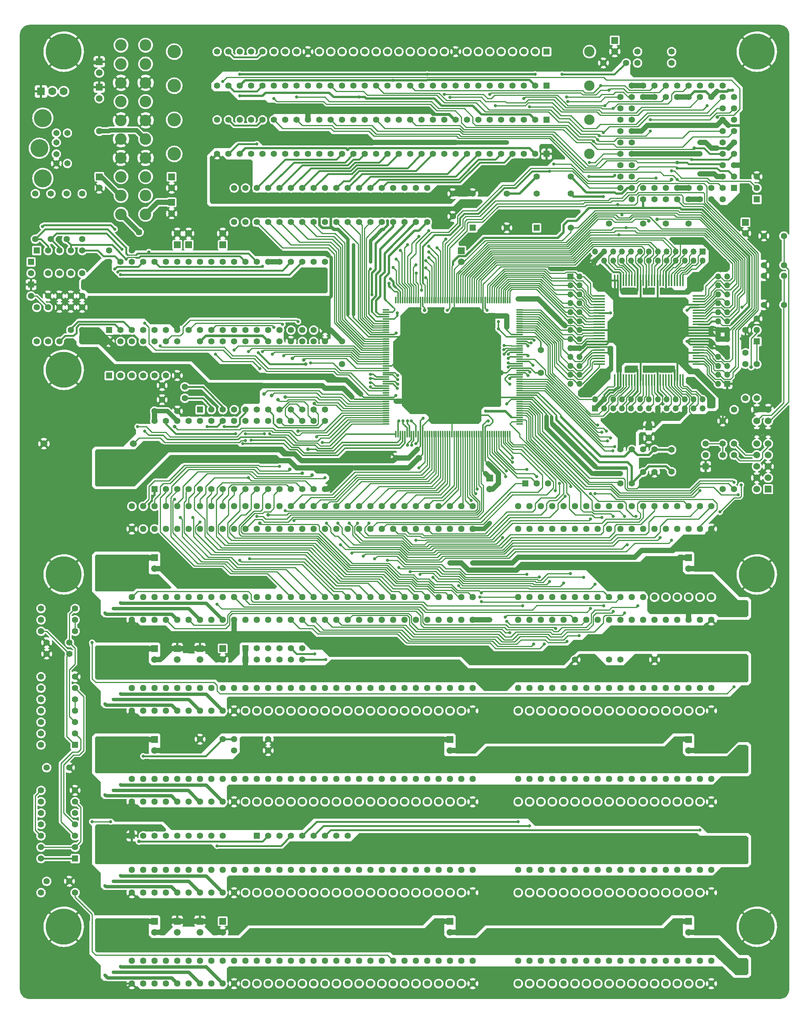
<source format=gbr>
%TF.GenerationSoftware,KiCad,Pcbnew,(6.0.2)*%
%TF.CreationDate,2026-02-18T07:48:14-08:00*%
%TF.ProjectId,AT386SX,41543338-3653-4582-9e6b-696361645f70,2.2*%
%TF.SameCoordinates,Original*%
%TF.FileFunction,Copper,L1,Top*%
%TF.FilePolarity,Positive*%
%FSLAX46Y46*%
G04 Gerber Fmt 4.6, Leading zero omitted, Abs format (unit mm)*
G04 Created by KiCad (PCBNEW (6.0.2)) date 2026-02-18 07:48:14*
%MOMM*%
%LPD*%
G01*
G04 APERTURE LIST*
G04 Aperture macros list*
%AMRoundRect*
0 Rectangle with rounded corners*
0 $1 Rounding radius*
0 $2 $3 $4 $5 $6 $7 $8 $9 X,Y pos of 4 corners*
0 Add a 4 corners polygon primitive as box body*
4,1,4,$2,$3,$4,$5,$6,$7,$8,$9,$2,$3,0*
0 Add four circle primitives for the rounded corners*
1,1,$1+$1,$2,$3*
1,1,$1+$1,$4,$5*
1,1,$1+$1,$6,$7*
1,1,$1+$1,$8,$9*
0 Add four rect primitives between the rounded corners*
20,1,$1+$1,$2,$3,$4,$5,0*
20,1,$1+$1,$4,$5,$6,$7,0*
20,1,$1+$1,$6,$7,$8,$9,0*
20,1,$1+$1,$8,$9,$2,$3,0*%
G04 Aperture macros list end*
%TA.AperFunction,ComponentPad*%
%ADD10R,1.350000X1.350000*%
%TD*%
%TA.AperFunction,ComponentPad*%
%ADD11O,1.350000X1.350000*%
%TD*%
%TA.AperFunction,ComponentPad*%
%ADD12C,1.397000*%
%TD*%
%TA.AperFunction,ComponentPad*%
%ADD13R,1.397000X1.397000*%
%TD*%
%TA.AperFunction,ComponentPad*%
%ADD14R,1.490980X1.490980*%
%TD*%
%TA.AperFunction,ComponentPad*%
%ADD15C,1.490980*%
%TD*%
%TA.AperFunction,ComponentPad*%
%ADD16R,1.440000X1.440000*%
%TD*%
%TA.AperFunction,ComponentPad*%
%ADD17C,1.440000*%
%TD*%
%TA.AperFunction,SMDPad,CuDef*%
%ADD18R,2.500000X0.380000*%
%TD*%
%TA.AperFunction,SMDPad,CuDef*%
%ADD19R,0.380000X2.500000*%
%TD*%
%TA.AperFunction,ComponentPad*%
%ADD20C,2.311400*%
%TD*%
%TA.AperFunction,ComponentPad*%
%ADD21C,2.997200*%
%TD*%
%TA.AperFunction,ComponentPad*%
%ADD22C,1.399540*%
%TD*%
%TA.AperFunction,ComponentPad*%
%ADD23R,1.524000X1.524000*%
%TD*%
%TA.AperFunction,ComponentPad*%
%ADD24C,1.524000*%
%TD*%
%TA.AperFunction,ComponentPad*%
%ADD25C,1.371600*%
%TD*%
%TA.AperFunction,ComponentPad*%
%ADD26C,4.000500*%
%TD*%
%TA.AperFunction,ComponentPad*%
%ADD27C,2.600960*%
%TD*%
%TA.AperFunction,ComponentPad*%
%ADD28C,0.900000*%
%TD*%
%TA.AperFunction,ComponentPad*%
%ADD29C,8.000000*%
%TD*%
%TA.AperFunction,ComponentPad*%
%ADD30R,1.778000X1.778000*%
%TD*%
%TA.AperFunction,ComponentPad*%
%ADD31C,1.778000*%
%TD*%
%TA.AperFunction,SMDPad,CuDef*%
%ADD32RoundRect,0.075000X0.662500X0.075000X-0.662500X0.075000X-0.662500X-0.075000X0.662500X-0.075000X0*%
%TD*%
%TA.AperFunction,SMDPad,CuDef*%
%ADD33RoundRect,0.075000X0.075000X0.662500X-0.075000X0.662500X-0.075000X-0.662500X0.075000X-0.662500X0*%
%TD*%
%TA.AperFunction,ViaPad*%
%ADD34C,0.700000*%
%TD*%
%TA.AperFunction,ViaPad*%
%ADD35C,0.800000*%
%TD*%
%TA.AperFunction,ViaPad*%
%ADD36C,1.450000*%
%TD*%
%TA.AperFunction,Conductor*%
%ADD37C,0.250000*%
%TD*%
%TA.AperFunction,Conductor*%
%ADD38C,0.400000*%
%TD*%
%TA.AperFunction,Conductor*%
%ADD39C,1.200000*%
%TD*%
%TA.AperFunction,Conductor*%
%ADD40C,0.300000*%
%TD*%
%TA.AperFunction,Conductor*%
%ADD41C,0.600000*%
%TD*%
%TA.AperFunction,Conductor*%
%ADD42C,1.000000*%
%TD*%
%TA.AperFunction,Conductor*%
%ADD43C,0.800000*%
%TD*%
%TA.AperFunction,Conductor*%
%ADD44C,0.700000*%
%TD*%
%TA.AperFunction,Conductor*%
%ADD45C,0.500000*%
%TD*%
G04 APERTURE END LIST*
D10*
%TO.P,J17,1,Pin_1*%
%TO.N,GND*%
X146750000Y-103870000D03*
D11*
%TO.P,J17,2,Pin_2*%
%TO.N,A21*%
X146750000Y-101870000D03*
%TO.P,J17,3,Pin_3*%
%TO.N,A22*%
X148750000Y-103870000D03*
%TO.P,J17,4,Pin_4*%
%TO.N,GND*%
X148750000Y-101870000D03*
%TO.P,J17,5,Pin_5*%
%TO.N,D15*%
X150750000Y-103870000D03*
%TO.P,J17,6,Pin_6*%
%TO.N,A23*%
X150750000Y-101870000D03*
%TO.P,J17,7,Pin_7*%
%TO.N,D13*%
X152750000Y-103870000D03*
%TO.P,J17,8,Pin_8*%
%TO.N,D14*%
X152750000Y-101870000D03*
%TO.P,J17,9,Pin_9*%
%TO.N,GND*%
X154750000Y-103870000D03*
%TO.P,J17,10,Pin_10*%
%TO.N,VCC*%
X154750000Y-101870000D03*
%TO.P,J17,11,Pin_11*%
%TO.N,D11*%
X156750000Y-103870000D03*
%TO.P,J17,12,Pin_12*%
%TO.N,D12*%
X156750000Y-101870000D03*
%TO.P,J17,13,Pin_13*%
%TO.N,D9*%
X158750000Y-103870000D03*
%TO.P,J17,14,Pin_14*%
%TO.N,D10*%
X158750000Y-101870000D03*
%TO.P,J17,15,Pin_15*%
%TO.N,VCC*%
X160750000Y-103870000D03*
%TO.P,J17,16,Pin_16*%
%TO.N,D8*%
X160750000Y-101870000D03*
%TO.P,J17,17,Pin_17*%
%TO.N,D6*%
X162750000Y-103870000D03*
%TO.P,J17,18,Pin_18*%
%TO.N,D7*%
X162750000Y-101870000D03*
%TO.P,J17,19,Pin_19*%
%TO.N,D4*%
X164750000Y-103870000D03*
%TO.P,J17,20,Pin_20*%
%TO.N,D5*%
X164750000Y-101870000D03*
%TO.P,J17,21,Pin_21*%
%TO.N,VCC*%
X166750000Y-103870000D03*
%TO.P,J17,22,Pin_22*%
%TO.N,D3*%
X166750000Y-101870000D03*
%TO.P,J17,23,Pin_23*%
%TO.N,D2*%
X168750000Y-103870000D03*
%TO.P,J17,24,Pin_24*%
%TO.N,GND*%
X168750000Y-101870000D03*
%TO.P,J17,25,Pin_25*%
%TO.N,unconnected-(J17-Pad25)*%
X170750000Y-103870000D03*
%TO.P,J17,26,Pin_26*%
%TO.N,D1*%
X170750000Y-101870000D03*
%TD*%
D12*
%TO.P,C9,1*%
%TO.N,FPU_RESET*%
X153670000Y-26670000D03*
%TO.P,C9,2*%
%TO.N,GND*%
X148590000Y-26670000D03*
%TD*%
%TO.P,R2,1*%
%TO.N,MA0*%
X99060000Y-62230000D03*
%TO.P,R2,2*%
%TO.N,/Memory\u002C BIOS\u002C Keyboard\u002C RTC/RA0*%
X99060000Y-54610000D03*
%TD*%
D13*
%TO.P,X1,1,EN*%
%TO.N,unconnected-(X1-Pad1)*%
X133667500Y-63500000D03*
D12*
%TO.P,X1,4,GND*%
%TO.N,GND*%
X141287500Y-63500000D03*
%TO.P,X1,5,OUT*%
%TO.N,Net-(R13-Pad1)*%
X141287500Y-55880000D03*
%TO.P,X1,8,Vcc*%
%TO.N,VCC*%
X133667500Y-55880000D03*
%TD*%
%TO.P,C7,1*%
%TO.N,/Memory\u002C BIOS\u002C Keyboard\u002C RTC/MSCI*%
X32067500Y-73660000D03*
%TO.P,C7,2*%
%TO.N,GND*%
X32067500Y-78740000D03*
%TD*%
D14*
%TO.P,C32,1*%
%TO.N,VCC*%
X167640000Y-137180000D03*
D15*
%TO.P,C32,2*%
%TO.N,GND*%
X167640000Y-139680000D03*
%TD*%
D16*
%TO.P,JP5,1,A*%
%TO.N,VCC*%
X182880000Y-57150000D03*
D17*
%TO.P,JP5,2,C*%
%TO.N,Net-(JP5-Pad2)*%
X182880000Y-54610000D03*
%TO.P,JP5,3,B*%
%TO.N,GND*%
X182880000Y-52070000D03*
%TD*%
D10*
%TO.P,J16,1,Pin_1*%
%TO.N,A3*%
X141240000Y-74360000D03*
D11*
%TO.P,J16,2,Pin_2*%
%TO.N,A2*%
X143240000Y-74360000D03*
%TO.P,J16,3,Pin_3*%
%TO.N,A5*%
X141240000Y-76360000D03*
%TO.P,J16,4,Pin_4*%
%TO.N,A4*%
X143240000Y-76360000D03*
%TO.P,J16,5,Pin_5*%
%TO.N,A7*%
X141240000Y-78360000D03*
%TO.P,J16,6,Pin_6*%
%TO.N,A6*%
X143240000Y-78360000D03*
%TO.P,J16,7,Pin_7*%
%TO.N,A8*%
X141240000Y-80360000D03*
%TO.P,J16,8,Pin_8*%
%TO.N,VCC*%
X143240000Y-80360000D03*
%TO.P,J16,9,Pin_9*%
%TO.N,A10*%
X141240000Y-82360000D03*
%TO.P,J16,10,Pin_10*%
%TO.N,A9*%
X143240000Y-82360000D03*
%TO.P,J16,11,Pin_11*%
%TO.N,A12*%
X141240000Y-84360000D03*
%TO.P,J16,12,Pin_12*%
%TO.N,A11*%
X143240000Y-84360000D03*
%TO.P,J16,13,Pin_13*%
%TO.N,A13*%
X141240000Y-86360000D03*
%TO.P,J16,14,Pin_14*%
%TO.N,GND*%
X143240000Y-86360000D03*
%TO.P,J16,15,Pin_15*%
%TO.N,A15*%
X141240000Y-88360000D03*
%TO.P,J16,16,Pin_16*%
%TO.N,A14*%
X143240000Y-88360000D03*
%TO.P,J16,17,Pin_17*%
%TO.N,GND*%
X141240000Y-90360000D03*
%TO.P,J16,18,Pin_18*%
X143240000Y-90360000D03*
%TO.P,J16,19,Pin_19*%
%TO.N,A16*%
X141240000Y-92360000D03*
%TO.P,J16,20,Pin_20*%
%TO.N,VCC*%
X143240000Y-92360000D03*
%TO.P,J16,21,Pin_21*%
%TO.N,A17*%
X141240000Y-94360000D03*
%TO.P,J16,22,Pin_22*%
%TO.N,VCC*%
X143240000Y-94360000D03*
%TO.P,J16,23,Pin_23*%
%TO.N,A19*%
X141240000Y-96360000D03*
%TO.P,J16,24,Pin_24*%
%TO.N,A18*%
X143240000Y-96360000D03*
%TO.P,J16,25,Pin_25*%
%TO.N,unconnected-(J16-Pad25)*%
X141240000Y-98360000D03*
%TO.P,J16,26,Pin_26*%
%TO.N,A20*%
X143240000Y-98360000D03*
%TD*%
D12*
%TO.P,R33,1*%
%TO.N,VCC*%
X163830000Y-24130000D03*
%TO.P,R33,2*%
%TO.N,/~{ERROR}*%
X156210000Y-24130000D03*
%TD*%
D18*
%TO.P,U1,1,D0*%
%TO.N,D0*%
X169862500Y-93980000D03*
%TO.P,U1,2,GND*%
%TO.N,GND*%
X169862500Y-93345000D03*
%TO.P,U1,3,HLDA*%
%TO.N,HLDA*%
X169862500Y-92710000D03*
%TO.P,U1,4,HOLD*%
%TO.N,HOLD*%
X169862500Y-92075000D03*
%TO.P,U1,5,GND*%
%TO.N,GND*%
X169862500Y-91440000D03*
%TO.P,U1,6,~{NA}*%
%TO.N,/~{NA}*%
X169862500Y-90805000D03*
%TO.P,U1,7,~{READY}*%
%TO.N,~{READY}*%
X169862500Y-90170000D03*
%TO.P,U1,8,VCC*%
%TO.N,VCC*%
X169862500Y-89535000D03*
%TO.P,U1,9,VCC*%
X169862500Y-88900000D03*
%TO.P,U1,10,VCC*%
X169862500Y-88265000D03*
%TO.P,U1,11,GND*%
%TO.N,GND*%
X169862500Y-87630000D03*
%TO.P,U1,12,GND*%
X169862500Y-86995000D03*
%TO.P,U1,13,GND*%
X169862500Y-86360000D03*
%TO.P,U1,14,GND*%
X169862500Y-85725000D03*
%TO.P,U1,15,CLK2*%
%TO.N,CLK2*%
X169862500Y-85090000D03*
%TO.P,U1,16,~{ADS}*%
%TO.N,~{ADS}*%
X169862500Y-84455000D03*
%TO.P,U1,17,~{BLE}*%
%TO.N,~{BLE}*%
X169862500Y-83820000D03*
%TO.P,U1,18,A1*%
%TO.N,A1*%
X169862500Y-83185000D03*
%TO.P,U1,19,~{BHE}*%
%TO.N,~{BHE}*%
X169862500Y-82550000D03*
%TO.P,U1,20,NC/~{SMADS}*%
%TO.N,/~{SMADS}*%
X169862500Y-81915000D03*
%TO.P,U1,21,VCC*%
%TO.N,VCC*%
X169862500Y-81280000D03*
%TO.P,U1,22,GND*%
%TO.N,GND*%
X169862500Y-80645000D03*
%TO.P,U1,23,M/~{IO}*%
%TO.N,M{slash}~{IO}*%
X169862500Y-80010000D03*
%TO.P,U1,24,D/~{C}*%
%TO.N,D{slash}~{C}*%
X169862500Y-79375000D03*
%TO.P,U1,25,W/~{R}*%
%TO.N,W{slash}~{R}*%
X169862500Y-78740000D03*
D19*
%TO.P,U1,26,~{LOCK}*%
%TO.N,/~{LOCK}*%
X166370000Y-75247500D03*
%TO.P,U1,27,NC*%
%TO.N,/NC*%
X165735000Y-75247500D03*
%TO.P,U1,28,~{FLT}*%
%TO.N,/~{FLT}*%
X165100000Y-75247500D03*
%TO.P,U1,29,NC/~{IIBEN}/~{KEN}*%
%TO.N,/~{KEN}*%
X164465000Y-75247500D03*
%TO.P,U1,30,NC/~{SMIRDY}/~{FLUSH}*%
%TO.N,/~{FLUSH}*%
X163830000Y-75247500D03*
%TO.P,U1,31,NC/~{SMIADS}/~{A20M}*%
%TO.N,~{KBC_GA20}*%
X163195000Y-75247500D03*
%TO.P,U1,32,VCC*%
%TO.N,VCC*%
X162560000Y-75247500D03*
%TO.P,U1,33,RESET*%
%TO.N,CPU_RESET*%
X161925000Y-75247500D03*
%TO.P,U1,34,~{BUSY}*%
%TO.N,~{CPU_BUSY}*%
X161290000Y-75247500D03*
%TO.P,U1,35,GND*%
%TO.N,GND*%
X160655000Y-75247500D03*
%TO.P,U1,36,~{ERROR}*%
%TO.N,/~{ERROR}*%
X160020000Y-75247500D03*
%TO.P,U1,37,PEREQ*%
%TO.N,CPU_PEREQ*%
X159385000Y-75247500D03*
%TO.P,U1,38,NMI*%
%TO.N,NMI*%
X158750000Y-75247500D03*
%TO.P,U1,39,VCC*%
%TO.N,VCC*%
X158115000Y-75247500D03*
%TO.P,U1,40,INTR*%
%TO.N,INTR*%
X157480000Y-75247500D03*
%TO.P,U1,41,GND*%
%TO.N,GND*%
X156845000Y-75247500D03*
%TO.P,U1,42,VCC*%
%TO.N,VCC*%
X156210000Y-75247500D03*
%TO.P,U1,43,NC/~{SMI}/~{SUSP}*%
%TO.N,/~{SUSP}*%
X155575000Y-75247500D03*
%TO.P,U1,44,~{SUSPA}*%
%TO.N,/~{SUSPA}*%
X154940000Y-75247500D03*
%TO.P,U1,45,NC/VCC5/RPLSET*%
%TO.N,/~{RPLSET}*%
X154305000Y-75247500D03*
%TO.P,U1,46,NC/~{RPLVAL}*%
%TO.N,/~{RPLVAL}*%
X153670000Y-75247500D03*
%TO.P,U1,47,NC/~{SMI}*%
%TO.N,/~{SMI}*%
X153035000Y-75247500D03*
%TO.P,U1,48,VCC*%
%TO.N,VCC*%
X152400000Y-75247500D03*
%TO.P,U1,49,GND*%
%TO.N,GND*%
X151765000Y-75247500D03*
%TO.P,U1,50,GND*%
X151130000Y-75247500D03*
D18*
%TO.P,U1,51,A2*%
%TO.N,A2*%
X147637500Y-78740000D03*
%TO.P,U1,52,A3*%
%TO.N,A3*%
X147637500Y-79375000D03*
%TO.P,U1,53,A4*%
%TO.N,A4*%
X147637500Y-80010000D03*
%TO.P,U1,54,A5*%
%TO.N,A5*%
X147637500Y-80645000D03*
%TO.P,U1,55,A6*%
%TO.N,A6*%
X147637500Y-81280000D03*
%TO.P,U1,56,A7*%
%TO.N,A7*%
X147637500Y-81915000D03*
%TO.P,U1,57,VCC*%
%TO.N,VCC*%
X147637500Y-82550000D03*
%TO.P,U1,58,A8*%
%TO.N,A8*%
X147637500Y-83185000D03*
%TO.P,U1,59,A9*%
%TO.N,A9*%
X147637500Y-83820000D03*
%TO.P,U1,60,A10*%
%TO.N,A10*%
X147637500Y-84455000D03*
%TO.P,U1,61,A11*%
%TO.N,A11*%
X147637500Y-85090000D03*
%TO.P,U1,62,A12*%
%TO.N,A12*%
X147637500Y-85725000D03*
%TO.P,U1,63,GND*%
%TO.N,GND*%
X147637500Y-86360000D03*
%TO.P,U1,64,A13*%
%TO.N,A13*%
X147637500Y-86995000D03*
%TO.P,U1,65,A14*%
%TO.N,A14*%
X147637500Y-87630000D03*
%TO.P,U1,66,A15*%
%TO.N,A15*%
X147637500Y-88265000D03*
%TO.P,U1,67,GND*%
%TO.N,GND*%
X147637500Y-88900000D03*
%TO.P,U1,68,GND*%
X147637500Y-89535000D03*
%TO.P,U1,69,VCC*%
%TO.N,VCC*%
X147637500Y-90170000D03*
%TO.P,U1,70,A16*%
%TO.N,A16*%
X147637500Y-90805000D03*
%TO.P,U1,71,VCC*%
%TO.N,VCC*%
X147637500Y-91440000D03*
%TO.P,U1,72,A17*%
%TO.N,A17*%
X147637500Y-92075000D03*
%TO.P,U1,73,A18*%
%TO.N,A18*%
X147637500Y-92710000D03*
%TO.P,U1,74,A19*%
%TO.N,A19*%
X147637500Y-93345000D03*
%TO.P,U1,75,A20*%
%TO.N,A20*%
X147637500Y-93980000D03*
D19*
%TO.P,U1,76,A21*%
%TO.N,A21*%
X151130000Y-97472500D03*
%TO.P,U1,77,GND*%
%TO.N,GND*%
X151765000Y-97472500D03*
%TO.P,U1,78,GND*%
X152400000Y-97472500D03*
%TO.P,U1,79,A22*%
%TO.N,A22*%
X153035000Y-97472500D03*
%TO.P,U1,80,A23*%
%TO.N,A23*%
X153670000Y-97472500D03*
%TO.P,U1,81,D15*%
%TO.N,D15*%
X154305000Y-97472500D03*
%TO.P,U1,82,D14*%
%TO.N,D14*%
X154940000Y-97472500D03*
%TO.P,U1,83,D13*%
%TO.N,D13*%
X155575000Y-97472500D03*
%TO.P,U1,84,VCC*%
%TO.N,VCC*%
X156210000Y-97472500D03*
%TO.P,U1,85,GND*%
%TO.N,GND*%
X156845000Y-97472500D03*
%TO.P,U1,86,D12*%
%TO.N,D12*%
X157480000Y-97472500D03*
%TO.P,U1,87,D11*%
%TO.N,D11*%
X158115000Y-97472500D03*
%TO.P,U1,88,D10*%
%TO.N,D10*%
X158750000Y-97472500D03*
%TO.P,U1,89,D9*%
%TO.N,D9*%
X159385000Y-97472500D03*
%TO.P,U1,90,D8*%
%TO.N,D8*%
X160020000Y-97472500D03*
%TO.P,U1,91,VCC*%
%TO.N,VCC*%
X160655000Y-97472500D03*
%TO.P,U1,92,D7*%
%TO.N,D7*%
X161290000Y-97472500D03*
%TO.P,U1,93,D6*%
%TO.N,D6*%
X161925000Y-97472500D03*
%TO.P,U1,94,D5*%
%TO.N,D5*%
X162560000Y-97472500D03*
%TO.P,U1,95,D4*%
%TO.N,D4*%
X163195000Y-97472500D03*
%TO.P,U1,96,D3*%
%TO.N,D3*%
X163830000Y-97472500D03*
%TO.P,U1,97,VCC*%
%TO.N,VCC*%
X164465000Y-97472500D03*
%TO.P,U1,98,GND*%
%TO.N,GND*%
X165100000Y-97472500D03*
%TO.P,U1,99,D2*%
%TO.N,D2*%
X165735000Y-97472500D03*
%TO.P,U1,100,D1*%
%TO.N,D1*%
X166370000Y-97472500D03*
%TD*%
D13*
%TO.P,J2,1,VCC*%
%TO.N,VCC*%
X135890000Y-31750000D03*
D12*
%TO.P,J2,2,~{CAS}*%
%TO.N,/Memory\u002C BIOS\u002C Keyboard\u002C RTC/~{RCAS1}*%
X133350000Y-31750000D03*
%TO.P,J2,3,DQ0*%
%TO.N,D8*%
X130810000Y-31750000D03*
%TO.P,J2,4,A0*%
%TO.N,/Memory\u002C BIOS\u002C Keyboard\u002C RTC/RA0*%
X128270000Y-31750000D03*
%TO.P,J2,5,A1*%
%TO.N,/Memory\u002C BIOS\u002C Keyboard\u002C RTC/RA1*%
X125730000Y-31750000D03*
%TO.P,J2,6,DQ1*%
%TO.N,D9*%
X123190000Y-31750000D03*
%TO.P,J2,7,A2*%
%TO.N,/Memory\u002C BIOS\u002C Keyboard\u002C RTC/RA2*%
X120650000Y-31750000D03*
%TO.P,J2,8,A3*%
%TO.N,/Memory\u002C BIOS\u002C Keyboard\u002C RTC/RA3*%
X118110000Y-31750000D03*
%TO.P,J2,9,GND*%
%TO.N,GND*%
X115570000Y-31750000D03*
%TO.P,J2,10,DQ2*%
%TO.N,D10*%
X113030000Y-31750000D03*
%TO.P,J2,11,A4*%
%TO.N,/Memory\u002C BIOS\u002C Keyboard\u002C RTC/RA4*%
X110490000Y-31750000D03*
%TO.P,J2,12,A5*%
%TO.N,/Memory\u002C BIOS\u002C Keyboard\u002C RTC/RA5*%
X107950000Y-31750000D03*
%TO.P,J2,13,DQ3*%
%TO.N,D11*%
X105410000Y-31750000D03*
%TO.P,J2,14,A6*%
%TO.N,/Memory\u002C BIOS\u002C Keyboard\u002C RTC/RA6*%
X102870000Y-31750000D03*
%TO.P,J2,15,A7*%
%TO.N,/Memory\u002C BIOS\u002C Keyboard\u002C RTC/RA7*%
X100330000Y-31750000D03*
%TO.P,J2,16,DQ4*%
%TO.N,D12*%
X97790000Y-31750000D03*
%TO.P,J2,17,A8*%
%TO.N,/Memory\u002C BIOS\u002C Keyboard\u002C RTC/RA8*%
X95250000Y-31750000D03*
%TO.P,J2,18,A9*%
%TO.N,/Memory\u002C BIOS\u002C Keyboard\u002C RTC/RA9*%
X92710000Y-31750000D03*
%TO.P,J2,19,A10*%
%TO.N,/Memory\u002C BIOS\u002C Keyboard\u002C RTC/RA10*%
X90170000Y-31750000D03*
%TO.P,J2,20,DQ5*%
%TO.N,D13*%
X87630000Y-31750000D03*
%TO.P,J2,21,~{WE}*%
%TO.N,/Memory\u002C BIOS\u002C Keyboard\u002C RTC/~{RWE}*%
X85090000Y-31750000D03*
%TO.P,J2,22,GND*%
%TO.N,GND*%
X82550000Y-31750000D03*
%TO.P,J2,23,DQ6*%
%TO.N,D14*%
X80010000Y-31750000D03*
%TO.P,J2,24,A11*%
%TO.N,unconnected-(J2-Pad24)*%
X77470000Y-31750000D03*
%TO.P,J2,25,DQ7*%
%TO.N,D15*%
X74930000Y-31750000D03*
%TO.P,J2,26,QP*%
%TO.N,DP_HI*%
X72390000Y-31750000D03*
%TO.P,J2,27,~{RAS}*%
%TO.N,/Memory\u002C BIOS\u002C Keyboard\u002C RTC/~{RRAS01}*%
X69850000Y-31750000D03*
%TO.P,J2,28,~{CASP}*%
%TO.N,/Memory\u002C BIOS\u002C Keyboard\u002C RTC/~{RCAS1}*%
X67310000Y-31750000D03*
%TO.P,J2,29,DP*%
%TO.N,DP_HI*%
X64770000Y-31750000D03*
%TO.P,J2,30,VCC*%
%TO.N,VCC*%
X62230000Y-31750000D03*
D20*
%TO.P,J2,~*%
%TO.N,N/C*%
X145480000Y-31750000D03*
D21*
X52640000Y-31750000D03*
%TD*%
D22*
%TO.P,SW1,1,1*%
%TO.N,GND*%
X184439560Y-80721200D03*
X184439560Y-74218800D03*
%TO.P,SW1,2,2*%
%TO.N,POWER_SW*%
X188940440Y-80721200D03*
X188940440Y-74218800D03*
%TD*%
D14*
%TO.P,C29,1*%
%TO.N,VCC*%
X123190000Y-119400000D03*
D15*
%TO.P,C29,2*%
%TO.N,GND*%
X123190000Y-121900000D03*
%TD*%
D23*
%TO.P,JP3,1,A*%
%TO.N,/Memory\u002C BIOS\u002C Keyboard\u002C RTC/KEY_LOCK*%
X53340000Y-67310000D03*
D24*
%TO.P,JP3,2,B*%
%TO.N,GND*%
X53340000Y-64770000D03*
%TD*%
D13*
%TO.P,U6,1,NC*%
%TO.N,GND*%
X48260000Y-121920000D03*
D12*
%TO.P,U6,2,A16*%
%TO.N,SA16*%
X50800000Y-121920000D03*
%TO.P,U6,3,A15*%
%TO.N,SA15*%
X53340000Y-121920000D03*
%TO.P,U6,4,A12*%
%TO.N,SA12*%
X55880000Y-121920000D03*
%TO.P,U6,5,A7*%
%TO.N,SA7*%
X58420000Y-121920000D03*
%TO.P,U6,6,A6*%
%TO.N,SA6*%
X60960000Y-121920000D03*
%TO.P,U6,7,A5*%
%TO.N,SA5*%
X63500000Y-121920000D03*
%TO.P,U6,8,A4*%
%TO.N,SA4*%
X66040000Y-121920000D03*
%TO.P,U6,9,A3*%
%TO.N,SA3*%
X68580000Y-121920000D03*
%TO.P,U6,10,A2*%
%TO.N,SA2*%
X71120000Y-121920000D03*
%TO.P,U6,11,A1*%
%TO.N,SA1*%
X73660000Y-121920000D03*
%TO.P,U6,12,A0*%
%TO.N,SA0*%
X76200000Y-121920000D03*
%TO.P,U6,13,DQ0*%
%TO.N,SD0*%
X78740000Y-121920000D03*
%TO.P,U6,14,DQ1*%
%TO.N,SD1*%
X81280000Y-121920000D03*
%TO.P,U6,15,DQ2*%
%TO.N,SD2*%
X83820000Y-121920000D03*
%TO.P,U6,16,GND*%
%TO.N,GND*%
X86360000Y-121920000D03*
%TO.P,U6,17,DQ3*%
%TO.N,SD3*%
X86360000Y-106680000D03*
%TO.P,U6,18,DQ4*%
%TO.N,SD4*%
X83820000Y-106680000D03*
%TO.P,U6,19,DQ5*%
%TO.N,SD5*%
X81280000Y-106680000D03*
%TO.P,U6,20,DQ6*%
%TO.N,SD6*%
X78740000Y-106680000D03*
%TO.P,U6,21,DQ7*%
%TO.N,SD7*%
X76200000Y-106680000D03*
%TO.P,U6,22,~{CE}*%
%TO.N,~{BIOS_CS}*%
X73660000Y-106680000D03*
%TO.P,U6,23,A10*%
%TO.N,SA10*%
X71120000Y-106680000D03*
%TO.P,U6,24,~{OE}*%
%TO.N,~{MEMR}*%
X68580000Y-106680000D03*
%TO.P,U6,25,A11*%
%TO.N,SA11*%
X66040000Y-106680000D03*
%TO.P,U6,26,A9*%
%TO.N,SA9*%
X63500000Y-106680000D03*
%TO.P,U6,27,A8*%
%TO.N,SA8*%
X60960000Y-106680000D03*
%TO.P,U6,28,A13*%
%TO.N,SA13*%
X58420000Y-106680000D03*
%TO.P,U6,29,A14*%
%TO.N,SA14*%
X55880000Y-106680000D03*
%TO.P,U6,30,NC*%
%TO.N,VCC*%
X53340000Y-106680000D03*
%TO.P,U6,31,~{WE}*%
%TO.N,~{SMEMW}*%
X50800000Y-106680000D03*
%TO.P,U6,32,VCC*%
%TO.N,VCC*%
X48260000Y-106680000D03*
%TD*%
%TO.P,R28,1*%
%TO.N,Net-(R28-Pad1)*%
X21907500Y-88900000D03*
%TO.P,R28,2*%
%TO.N,Net-(D2-Pad2)*%
X21907500Y-81280000D03*
%TD*%
%TO.P,C8,1*%
%TO.N,RESET*%
X63500000Y-177800000D03*
%TO.P,C8,2*%
%TO.N,GND*%
X58420000Y-177800000D03*
%TD*%
D14*
%TO.P,C37,1*%
%TO.N,VCC*%
X48260000Y-218460000D03*
D15*
%TO.P,C37,2*%
%TO.N,GND*%
X48260000Y-220960000D03*
%TD*%
D12*
%TO.P,R1,1*%
%TO.N,~{MWE}*%
X86360000Y-62230000D03*
%TO.P,R1,2*%
%TO.N,/Memory\u002C BIOS\u002C Keyboard\u002C RTC/~{RWE}*%
X86360000Y-54610000D03*
%TD*%
%TO.P,R27,1*%
%TO.N,VCC*%
X24447500Y-88900000D03*
%TO.P,R27,2*%
%TO.N,Net-(D1-Pad2)*%
X24447500Y-81280000D03*
%TD*%
D14*
%TO.P,C33,1*%
%TO.N,VCC*%
X48260000Y-157500000D03*
D15*
%TO.P,C33,2*%
%TO.N,GND*%
X48260000Y-160000000D03*
%TD*%
D12*
%TO.P,R35,1*%
%TO.N,VCC*%
X142240000Y-160020000D03*
%TO.P,R35,2*%
%TO.N,~{MEMR}*%
X149860000Y-160020000D03*
%TD*%
%TO.P,C16,1*%
%TO.N,VCC*%
X32067500Y-86360000D03*
%TO.P,C16,2*%
%TO.N,GND*%
X32067500Y-81280000D03*
%TD*%
D13*
%TO.P,RN5,1,common*%
%TO.N,VCC*%
X21907500Y-68580000D03*
D12*
%TO.P,RN5,2,R1*%
%TO.N,/Memory\u002C BIOS\u002C Keyboard\u002C RTC/KBDI*%
X24447500Y-68580000D03*
%TO.P,RN5,3,R2*%
%TO.N,/Memory\u002C BIOS\u002C Keyboard\u002C RTC/KBCI*%
X26987500Y-68580000D03*
%TO.P,RN5,4,R3*%
%TO.N,/Memory\u002C BIOS\u002C Keyboard\u002C RTC/MSDI*%
X29527500Y-68580000D03*
%TO.P,RN5,5,R4*%
%TO.N,/Memory\u002C BIOS\u002C Keyboard\u002C RTC/MSCI*%
X32067500Y-68580000D03*
%TD*%
D16*
%TO.P,JP4,1,A*%
%TO.N,/READY*%
X182880000Y-88900000D03*
D17*
%TO.P,JP4,2,C*%
%TO.N,/~{NA}*%
X182880000Y-86360000D03*
%TO.P,JP4,3,B*%
%TO.N,GND*%
X182880000Y-83820000D03*
%TD*%
%TO.P,J5,1,GND*%
%TO.N,GND*%
X43180000Y-130810000D03*
%TO.P,J5,2,RESET*%
%TO.N,RESET*%
X45720000Y-130810000D03*
%TO.P,J5,3,+5V*%
%TO.N,VCC*%
X48260000Y-130810000D03*
%TO.P,J5,4,IRQ9*%
%TO.N,IRQ9*%
X50800000Y-130810000D03*
%TO.P,J5,5,-5V*%
%TO.N,-5V*%
X53340000Y-130810000D03*
%TO.P,J5,6,DRQ2*%
%TO.N,DRQ2*%
X55880000Y-130810000D03*
%TO.P,J5,7,-12V*%
%TO.N,-12V*%
X58420000Y-130810000D03*
%TO.P,J5,8,~{0WS}/~{SRDY}*%
%TO.N,~{0WS}*%
X60960000Y-130810000D03*
%TO.P,J5,9,+12V*%
%TO.N,+12V*%
X63500000Y-130810000D03*
%TO.P,J5,10,GND*%
%TO.N,GND*%
X66040000Y-130810000D03*
%TO.P,J5,11,~{SMEMW}*%
%TO.N,~{SMEMW}*%
X68580000Y-130810000D03*
%TO.P,J5,12,~{SMEMR}*%
%TO.N,~{SMEMR}*%
X71120000Y-130810000D03*
%TO.P,J5,13,~{IOW}*%
%TO.N,~{IOW}*%
X73660000Y-130810000D03*
%TO.P,J5,14,~{IOR}*%
%TO.N,~{IOR}*%
X76200000Y-130810000D03*
%TO.P,J5,15,~{DACK3}*%
%TO.N,~{DACK3}*%
X78740000Y-130810000D03*
%TO.P,J5,16,DRQ3*%
%TO.N,DRQ3*%
X81280000Y-130810000D03*
%TO.P,J5,17,~{DACK1}*%
%TO.N,~{DACK1}*%
X83820000Y-130810000D03*
%TO.P,J5,18,DRQ1*%
%TO.N,DRQ1*%
X86360000Y-130810000D03*
%TO.P,J5,19,~{REFRESH}*%
%TO.N,~{REFRESH}*%
X88900000Y-130810000D03*
%TO.P,J5,20,BCLK*%
%TO.N,BCLK*%
X91440000Y-130810000D03*
%TO.P,J5,21,IRQ7*%
%TO.N,IRQ7*%
X93980000Y-130810000D03*
%TO.P,J5,22,IRQ6*%
%TO.N,IRQ6*%
X96520000Y-130810000D03*
%TO.P,J5,23,IRQ5*%
%TO.N,IRQ5*%
X99060000Y-130810000D03*
%TO.P,J5,24,IRQ4*%
%TO.N,IRQ4*%
X101600000Y-130810000D03*
%TO.P,J5,25,IRQ3*%
%TO.N,IRQ3*%
X104140000Y-130810000D03*
%TO.P,J5,26,~{DACK2}*%
%TO.N,~{DACK2}*%
X106680000Y-130810000D03*
%TO.P,J5,27,TC*%
%TO.N,TC*%
X109220000Y-130810000D03*
%TO.P,J5,28,BALE*%
%TO.N,ALE*%
X111760000Y-130810000D03*
%TO.P,J5,29,+5V*%
%TO.N,VCC*%
X114300000Y-130810000D03*
%TO.P,J5,30,OSC*%
%TO.N,OSC*%
X116840000Y-130810000D03*
%TO.P,J5,31,GND*%
%TO.N,GND*%
X119380000Y-130810000D03*
%TO.P,J5,32,~{IOCHCK}*%
%TO.N,~{IO_CH_CHK}*%
X43180000Y-125730000D03*
%TO.P,J5,33,SD7*%
%TO.N,SD7*%
X45720000Y-125730000D03*
%TO.P,J5,34,SD6*%
%TO.N,SD6*%
X48260000Y-125730000D03*
%TO.P,J5,35,SD5*%
%TO.N,SD5*%
X50800000Y-125730000D03*
%TO.P,J5,36,SD4*%
%TO.N,SD4*%
X53340000Y-125730000D03*
%TO.P,J5,37,SD3*%
%TO.N,SD3*%
X55880000Y-125730000D03*
%TO.P,J5,38,SD2*%
%TO.N,SD2*%
X58420000Y-125730000D03*
%TO.P,J5,39,SD1*%
%TO.N,SD1*%
X60960000Y-125730000D03*
%TO.P,J5,40,SD0*%
%TO.N,SD0*%
X63500000Y-125730000D03*
%TO.P,J5,41,IOCHRDY*%
%TO.N,IO_CH_RDY*%
X66040000Y-125730000D03*
%TO.P,J5,42,AEN*%
%TO.N,AEN*%
X68580000Y-125730000D03*
%TO.P,J5,43,SA19*%
%TO.N,SA19*%
X71120000Y-125730000D03*
%TO.P,J5,44,SA18*%
%TO.N,SA18*%
X73660000Y-125730000D03*
%TO.P,J5,45,SA17*%
%TO.N,SA17*%
X76200000Y-125730000D03*
%TO.P,J5,46,SA16*%
%TO.N,SA16*%
X78740000Y-125730000D03*
%TO.P,J5,47,SA15*%
%TO.N,SA15*%
X81280000Y-125730000D03*
%TO.P,J5,48,SA14*%
%TO.N,SA14*%
X83820000Y-125730000D03*
%TO.P,J5,49,SA13*%
%TO.N,SA13*%
X86360000Y-125730000D03*
%TO.P,J5,50,SA12*%
%TO.N,SA12*%
X88900000Y-125730000D03*
%TO.P,J5,51,SA11*%
%TO.N,SA11*%
X91440000Y-125730000D03*
%TO.P,J5,52,SA10*%
%TO.N,SA10*%
X93980000Y-125730000D03*
%TO.P,J5,53,SA9*%
%TO.N,SA9*%
X96520000Y-125730000D03*
%TO.P,J5,54,SA8*%
%TO.N,SA8*%
X99060000Y-125730000D03*
%TO.P,J5,55,SA7*%
%TO.N,SA7*%
X101600000Y-125730000D03*
%TO.P,J5,56,SA6*%
%TO.N,SA6*%
X104140000Y-125730000D03*
%TO.P,J5,57,SA5*%
%TO.N,SA5*%
X106680000Y-125730000D03*
%TO.P,J5,58,SA4*%
%TO.N,SA4*%
X109220000Y-125730000D03*
%TO.P,J5,59,SA3*%
%TO.N,SA3*%
X111760000Y-125730000D03*
%TO.P,J5,60,SA2*%
%TO.N,SA2*%
X114300000Y-125730000D03*
%TO.P,J5,61,SA1*%
%TO.N,SA1*%
X116840000Y-125730000D03*
%TO.P,J5,62,SA0*%
%TO.N,SA0*%
X119380000Y-125730000D03*
%TO.P,J5,63,~{MEMCS16}*%
%TO.N,~{MEMCS16}*%
X129540000Y-130810000D03*
%TO.P,J5,64,~{IOCS16}*%
%TO.N,~{IOCS16}*%
X132080000Y-130810000D03*
%TO.P,J5,65,IRQ10*%
%TO.N,IRQ10*%
X134620000Y-130810000D03*
%TO.P,J5,66,IRQ11*%
%TO.N,IRQ11*%
X137160000Y-130810000D03*
%TO.P,J5,67,IRQ12*%
%TO.N,IRQ12*%
X139700000Y-130810000D03*
%TO.P,J5,68,IRQ15*%
%TO.N,IRQ15*%
X142240000Y-130810000D03*
%TO.P,J5,69,IRQ14*%
%TO.N,IRQ14*%
X144780000Y-130810000D03*
%TO.P,J5,70,~{DACK0}*%
%TO.N,~{DACK0}*%
X147320000Y-130810000D03*
%TO.P,J5,71,DRQ0*%
%TO.N,DRQ0*%
X149860000Y-130810000D03*
%TO.P,J5,72,~{DACK5}*%
%TO.N,~{DACK5}*%
X152400000Y-130810000D03*
%TO.P,J5,73,DRQ5*%
%TO.N,DRQ5*%
X154940000Y-130810000D03*
%TO.P,J5,74,~{DACK6}*%
%TO.N,~{DACK6}*%
X157480000Y-130810000D03*
%TO.P,J5,75,DRQ6*%
%TO.N,DRQ6*%
X160020000Y-130810000D03*
%TO.P,J5,76,~{DACK7}*%
%TO.N,~{DACK7}*%
X162560000Y-130810000D03*
%TO.P,J5,77,DRQ7*%
%TO.N,DRQ7*%
X165100000Y-130810000D03*
%TO.P,J5,78,+5V*%
%TO.N,VCC*%
X167640000Y-130810000D03*
%TO.P,J5,79,~{MASTER}*%
%TO.N,MASTER*%
X170180000Y-130810000D03*
%TO.P,J5,80,GND*%
%TO.N,GND*%
X172720000Y-130810000D03*
%TO.P,J5,81,~{SBHE}*%
%TO.N,~{SBHE}*%
X129540000Y-125730000D03*
%TO.P,J5,82,LA23*%
%TO.N,LA23*%
X132080000Y-125730000D03*
%TO.P,J5,83,LA22*%
%TO.N,LA22*%
X134620000Y-125730000D03*
%TO.P,J5,84,LA21*%
%TO.N,LA21*%
X137160000Y-125730000D03*
%TO.P,J5,85,LA20*%
%TO.N,LA20*%
X139700000Y-125730000D03*
%TO.P,J5,86,LA19*%
%TO.N,LA19*%
X142240000Y-125730000D03*
%TO.P,J5,87,LA18*%
%TO.N,LA18*%
X144780000Y-125730000D03*
%TO.P,J5,88,LA17*%
%TO.N,LA17*%
X147320000Y-125730000D03*
%TO.P,J5,89,~{MEMR}*%
%TO.N,~{MEMR}*%
X149860000Y-125730000D03*
%TO.P,J5,90,~{MEMW}*%
%TO.N,~{MEMW}*%
X152400000Y-125730000D03*
%TO.P,J5,91,SD8*%
%TO.N,SD8*%
X154940000Y-125730000D03*
%TO.P,J5,92,SD9*%
%TO.N,SD9*%
X157480000Y-125730000D03*
%TO.P,J5,93,SD10*%
%TO.N,SD10*%
X160020000Y-125730000D03*
%TO.P,J5,94,SD11*%
%TO.N,SD11*%
X162560000Y-125730000D03*
%TO.P,J5,95,SD12*%
%TO.N,SD12*%
X165100000Y-125730000D03*
%TO.P,J5,96,SD13*%
%TO.N,SD13*%
X167640000Y-125730000D03*
%TO.P,J5,97,SD14*%
%TO.N,SD14*%
X170180000Y-125730000D03*
%TO.P,J5,98,SD15*%
%TO.N,SD15*%
X172720000Y-125730000D03*
%TD*%
D13*
%TO.P,U9,1,~{R}*%
%TO.N,/ISA Slots and Power/VSTB*%
X30480000Y-204470000D03*
D12*
%TO.P,U9,2,D*%
%TO.N,/ISA Slots and Power/~{PS_OFF}*%
X30480000Y-201930000D03*
%TO.P,U9,3,C*%
%TO.N,Net-(U8-Pad2)*%
X30480000Y-199390000D03*
%TO.P,U9,4,~{S}*%
%TO.N,Net-(U8-Pad6)*%
X30480000Y-196850000D03*
%TO.P,U9,5,Q*%
%TO.N,/ISA Slots and Power/~{PS_ON}*%
X30480000Y-194310000D03*
%TO.P,U9,6,~{Q}*%
%TO.N,/ISA Slots and Power/~{PS_OFF}*%
X30480000Y-191770000D03*
%TO.P,U9,7,GND*%
%TO.N,GND*%
X30480000Y-189230000D03*
%TO.P,U9,8,~{Q}*%
%TO.N,Net-(R28-Pad1)*%
X22860000Y-189230000D03*
%TO.P,U9,9,Q*%
%TO.N,Net-(D2-Pad1)*%
X22860000Y-191770000D03*
%TO.P,U9,10,~{S}*%
%TO.N,/ISA Slots and Power/VSTB*%
X22860000Y-194310000D03*
%TO.P,U9,11,C*%
%TO.N,Net-(R31-Pad2)*%
X22860000Y-196850000D03*
%TO.P,U9,12,D*%
%TO.N,Net-(R28-Pad1)*%
X22860000Y-199390000D03*
%TO.P,U9,13,~{R}*%
%TO.N,/ISA Slots and Power/~{PS_OFF}*%
X22860000Y-201930000D03*
%TO.P,U9,14,VCC*%
%TO.N,/ISA Slots and Power/VSTB*%
X22860000Y-204470000D03*
%TD*%
%TO.P,C13,1*%
%TO.N,VCC*%
X90170000Y-93980000D03*
%TO.P,C13,2*%
%TO.N,GND*%
X90170000Y-88900000D03*
%TD*%
D13*
%TO.P,J3,1,VCC*%
%TO.N,VCC*%
X135890000Y-39370000D03*
D12*
%TO.P,J3,2,~{CAS}*%
%TO.N,/Memory\u002C BIOS\u002C Keyboard\u002C RTC/~{RCAS2}*%
X133350000Y-39370000D03*
%TO.P,J3,3,DQ0*%
%TO.N,D0*%
X130810000Y-39370000D03*
%TO.P,J3,4,A0*%
%TO.N,/Memory\u002C BIOS\u002C Keyboard\u002C RTC/RA0*%
X128270000Y-39370000D03*
%TO.P,J3,5,A1*%
%TO.N,/Memory\u002C BIOS\u002C Keyboard\u002C RTC/RA1*%
X125730000Y-39370000D03*
%TO.P,J3,6,DQ1*%
%TO.N,D1*%
X123190000Y-39370000D03*
%TO.P,J3,7,A2*%
%TO.N,/Memory\u002C BIOS\u002C Keyboard\u002C RTC/RA2*%
X120650000Y-39370000D03*
%TO.P,J3,8,A3*%
%TO.N,/Memory\u002C BIOS\u002C Keyboard\u002C RTC/RA3*%
X118110000Y-39370000D03*
%TO.P,J3,9,GND*%
%TO.N,GND*%
X115570000Y-39370000D03*
%TO.P,J3,10,DQ2*%
%TO.N,D2*%
X113030000Y-39370000D03*
%TO.P,J3,11,A4*%
%TO.N,/Memory\u002C BIOS\u002C Keyboard\u002C RTC/RA4*%
X110490000Y-39370000D03*
%TO.P,J3,12,A5*%
%TO.N,/Memory\u002C BIOS\u002C Keyboard\u002C RTC/RA5*%
X107950000Y-39370000D03*
%TO.P,J3,13,DQ3*%
%TO.N,D3*%
X105410000Y-39370000D03*
%TO.P,J3,14,A6*%
%TO.N,/Memory\u002C BIOS\u002C Keyboard\u002C RTC/RA6*%
X102870000Y-39370000D03*
%TO.P,J3,15,A7*%
%TO.N,/Memory\u002C BIOS\u002C Keyboard\u002C RTC/RA7*%
X100330000Y-39370000D03*
%TO.P,J3,16,DQ4*%
%TO.N,D4*%
X97790000Y-39370000D03*
%TO.P,J3,17,A8*%
%TO.N,/Memory\u002C BIOS\u002C Keyboard\u002C RTC/RA8*%
X95250000Y-39370000D03*
%TO.P,J3,18,A9*%
%TO.N,/Memory\u002C BIOS\u002C Keyboard\u002C RTC/RA9*%
X92710000Y-39370000D03*
%TO.P,J3,19,A10*%
%TO.N,/Memory\u002C BIOS\u002C Keyboard\u002C RTC/RA10*%
X90170000Y-39370000D03*
%TO.P,J3,20,DQ5*%
%TO.N,D5*%
X87630000Y-39370000D03*
%TO.P,J3,21,~{WE}*%
%TO.N,/Memory\u002C BIOS\u002C Keyboard\u002C RTC/~{RWE}*%
X85090000Y-39370000D03*
%TO.P,J3,22,GND*%
%TO.N,GND*%
X82550000Y-39370000D03*
%TO.P,J3,23,DQ6*%
%TO.N,D6*%
X80010000Y-39370000D03*
%TO.P,J3,24,A11*%
%TO.N,unconnected-(J3-Pad24)*%
X77470000Y-39370000D03*
%TO.P,J3,25,DQ7*%
%TO.N,D7*%
X74930000Y-39370000D03*
%TO.P,J3,26,QP*%
%TO.N,DP_LO*%
X72390000Y-39370000D03*
%TO.P,J3,27,~{RAS}*%
%TO.N,/Memory\u002C BIOS\u002C Keyboard\u002C RTC/~{RRAS23}*%
X69850000Y-39370000D03*
%TO.P,J3,28,~{CASP}*%
%TO.N,/Memory\u002C BIOS\u002C Keyboard\u002C RTC/~{RCAS2}*%
X67310000Y-39370000D03*
%TO.P,J3,29,DP*%
%TO.N,DP_LO*%
X64770000Y-39370000D03*
%TO.P,J3,30,VCC*%
%TO.N,VCC*%
X62230000Y-39370000D03*
D21*
%TO.P,J3,~*%
%TO.N,N/C*%
X52640000Y-39370000D03*
D20*
X145480000Y-39370000D03*
%TD*%
D12*
%TO.P,C5,1*%
%TO.N,/Memory\u002C BIOS\u002C Keyboard\u002C RTC/KBDI*%
X24447500Y-73660000D03*
%TO.P,C5,2*%
%TO.N,GND*%
X24447500Y-78740000D03*
%TD*%
%TO.P,R8,1*%
%TO.N,MA6*%
X81280000Y-62230000D03*
%TO.P,R8,2*%
%TO.N,/Memory\u002C BIOS\u002C Keyboard\u002C RTC/RA6*%
X81280000Y-54610000D03*
%TD*%
%TO.P,R18,1*%
%TO.N,~{CAS0}*%
X109220000Y-62230000D03*
%TO.P,R18,2*%
%TO.N,/Memory\u002C BIOS\u002C Keyboard\u002C RTC/~{RCAS0}*%
X109220000Y-54610000D03*
%TD*%
%TO.P,R19,1*%
%TO.N,~{CAS1}*%
X106680000Y-62230000D03*
%TO.P,R19,2*%
%TO.N,/Memory\u002C BIOS\u002C Keyboard\u002C RTC/~{RCAS1}*%
X106680000Y-54610000D03*
%TD*%
D13*
%TO.P,J1,1,VCC*%
%TO.N,VCC*%
X135890000Y-24130000D03*
D12*
%TO.P,J1,2,~{CAS}*%
%TO.N,/Memory\u002C BIOS\u002C Keyboard\u002C RTC/~{RCAS0}*%
X133350000Y-24130000D03*
%TO.P,J1,3,DQ0*%
%TO.N,D0*%
X130810000Y-24130000D03*
%TO.P,J1,4,A0*%
%TO.N,/Memory\u002C BIOS\u002C Keyboard\u002C RTC/RA0*%
X128270000Y-24130000D03*
%TO.P,J1,5,A1*%
%TO.N,/Memory\u002C BIOS\u002C Keyboard\u002C RTC/RA1*%
X125730000Y-24130000D03*
%TO.P,J1,6,DQ1*%
%TO.N,D1*%
X123190000Y-24130000D03*
%TO.P,J1,7,A2*%
%TO.N,/Memory\u002C BIOS\u002C Keyboard\u002C RTC/RA2*%
X120650000Y-24130000D03*
%TO.P,J1,8,A3*%
%TO.N,/Memory\u002C BIOS\u002C Keyboard\u002C RTC/RA3*%
X118110000Y-24130000D03*
%TO.P,J1,9,GND*%
%TO.N,GND*%
X115570000Y-24130000D03*
%TO.P,J1,10,DQ2*%
%TO.N,D2*%
X113030000Y-24130000D03*
%TO.P,J1,11,A4*%
%TO.N,/Memory\u002C BIOS\u002C Keyboard\u002C RTC/RA4*%
X110490000Y-24130000D03*
%TO.P,J1,12,A5*%
%TO.N,/Memory\u002C BIOS\u002C Keyboard\u002C RTC/RA5*%
X107950000Y-24130000D03*
%TO.P,J1,13,DQ3*%
%TO.N,D3*%
X105410000Y-24130000D03*
%TO.P,J1,14,A6*%
%TO.N,/Memory\u002C BIOS\u002C Keyboard\u002C RTC/RA6*%
X102870000Y-24130000D03*
%TO.P,J1,15,A7*%
%TO.N,/Memory\u002C BIOS\u002C Keyboard\u002C RTC/RA7*%
X100330000Y-24130000D03*
%TO.P,J1,16,DQ4*%
%TO.N,D4*%
X97790000Y-24130000D03*
%TO.P,J1,17,A8*%
%TO.N,/Memory\u002C BIOS\u002C Keyboard\u002C RTC/RA8*%
X95250000Y-24130000D03*
%TO.P,J1,18,A9*%
%TO.N,/Memory\u002C BIOS\u002C Keyboard\u002C RTC/RA9*%
X92710000Y-24130000D03*
%TO.P,J1,19,A10*%
%TO.N,/Memory\u002C BIOS\u002C Keyboard\u002C RTC/RA10*%
X90170000Y-24130000D03*
%TO.P,J1,20,DQ5*%
%TO.N,D5*%
X87630000Y-24130000D03*
%TO.P,J1,21,~{WE}*%
%TO.N,/Memory\u002C BIOS\u002C Keyboard\u002C RTC/~{RWE}*%
X85090000Y-24130000D03*
%TO.P,J1,22,GND*%
%TO.N,GND*%
X82550000Y-24130000D03*
%TO.P,J1,23,DQ6*%
%TO.N,D6*%
X80010000Y-24130000D03*
%TO.P,J1,24,A11*%
%TO.N,unconnected-(J1-Pad24)*%
X77470000Y-24130000D03*
%TO.P,J1,25,DQ7*%
%TO.N,D7*%
X74930000Y-24130000D03*
%TO.P,J1,26,QP*%
%TO.N,DP_LO*%
X72390000Y-24130000D03*
%TO.P,J1,27,~{RAS}*%
%TO.N,/Memory\u002C BIOS\u002C Keyboard\u002C RTC/~{RRAS01}*%
X69850000Y-24130000D03*
%TO.P,J1,28,~{CASP}*%
%TO.N,/Memory\u002C BIOS\u002C Keyboard\u002C RTC/~{RCAS0}*%
X67310000Y-24130000D03*
%TO.P,J1,29,DP*%
%TO.N,DP_LO*%
X64770000Y-24130000D03*
%TO.P,J1,30,VCC*%
%TO.N,VCC*%
X62230000Y-24130000D03*
D21*
%TO.P,J1,~*%
%TO.N,N/C*%
X52640000Y-24130000D03*
D20*
X145480000Y-24130000D03*
%TD*%
D13*
%TO.P,RN1,1,common*%
%TO.N,VCC*%
X71120000Y-199390000D03*
D12*
%TO.P,RN1,2,R1*%
%TO.N,~{IO_CH_CHK}*%
X73660000Y-199390000D03*
%TO.P,RN1,3,R2*%
%TO.N,unconnected-(RN1-Pad3)*%
X76200000Y-199390000D03*
%TO.P,RN1,4,R3*%
%TO.N,~{0WS}*%
X78740000Y-199390000D03*
%TO.P,RN1,5,R4*%
%TO.N,~{MEMCS16}*%
X81280000Y-199390000D03*
%TO.P,RN1,6,R5*%
%TO.N,~{IOCS16}*%
X83820000Y-199390000D03*
%TO.P,RN1,7,R6*%
%TO.N,MASTER*%
X86360000Y-199390000D03*
%TO.P,RN1,8,R7*%
%TO.N,~{REFRESH}*%
X88900000Y-199390000D03*
%TO.P,RN1,9,R8*%
%TO.N,unconnected-(RN1-Pad9)*%
X91440000Y-199390000D03*
%TD*%
%TO.P,R10,1*%
%TO.N,MA8*%
X76200000Y-62230000D03*
%TO.P,R10,2*%
%TO.N,/Memory\u002C BIOS\u002C Keyboard\u002C RTC/RA8*%
X76200000Y-54610000D03*
%TD*%
%TO.P,Y1,1,1*%
%TO.N,Net-(C1-Pad1)*%
X163830000Y-118010940D03*
%TO.P,Y1,2,2*%
%TO.N,Net-(C2-Pad1)*%
X163830000Y-113129060D03*
%TD*%
%TO.P,R3,1*%
%TO.N,MA1*%
X96520000Y-62230000D03*
%TO.P,R3,2*%
%TO.N,/Memory\u002C BIOS\u002C Keyboard\u002C RTC/RA1*%
X96520000Y-54610000D03*
%TD*%
D14*
%TO.P,C43,1*%
%TO.N,GND*%
X35877500Y-26372500D03*
D15*
%TO.P,C43,2*%
%TO.N,-12V*%
X35877500Y-28872500D03*
%TD*%
D25*
%TO.P,J11,1*%
%TO.N,/Memory\u002C BIOS\u002C Keyboard\u002C RTC/KB_DATA*%
X26280000Y-47020000D03*
%TO.P,J11,2*%
%TO.N,/Memory\u002C BIOS\u002C Keyboard\u002C RTC/MS_DATA*%
X26280000Y-44420000D03*
%TO.P,J11,3*%
%TO.N,GND*%
X26280000Y-49120000D03*
%TO.P,J11,4*%
%TO.N,VCC*%
X26280000Y-42320000D03*
%TO.P,J11,5*%
%TO.N,/Memory\u002C BIOS\u002C Keyboard\u002C RTC/KB_CLOCK*%
X28780000Y-49120000D03*
%TO.P,J11,6*%
%TO.N,/Memory\u002C BIOS\u002C Keyboard\u002C RTC/MS_CLOCK*%
X28780000Y-42320000D03*
D26*
%TO.P,J11,~*%
%TO.N,N/C*%
X23280000Y-38970000D03*
X23280000Y-52470000D03*
X22480000Y-45720000D03*
%TD*%
D12*
%TO.P,R25,1*%
%TO.N,/TURBO_LED+*%
X177800000Y-114300000D03*
%TO.P,R25,2*%
%TO.N,Net-(R25-Pad2)*%
X177800000Y-121920000D03*
%TD*%
%TO.P,C20,1*%
%TO.N,/ISA Slots and Power/VSTB*%
X24130000Y-209550000D03*
%TO.P,C20,2*%
%TO.N,GND*%
X29210000Y-209550000D03*
%TD*%
D17*
%TO.P,J9,1,GND*%
%TO.N,GND*%
X43180000Y-212090000D03*
%TO.P,J9,2,RESET*%
%TO.N,RESET*%
X45720000Y-212090000D03*
%TO.P,J9,3,+5V*%
%TO.N,VCC*%
X48260000Y-212090000D03*
%TO.P,J9,4,IRQ9*%
%TO.N,IRQ9*%
X50800000Y-212090000D03*
%TO.P,J9,5,-5V*%
%TO.N,-5V*%
X53340000Y-212090000D03*
%TO.P,J9,6,DRQ2*%
%TO.N,DRQ2*%
X55880000Y-212090000D03*
%TO.P,J9,7,-12V*%
%TO.N,-12V*%
X58420000Y-212090000D03*
%TO.P,J9,8,~{0WS}/~{SRDY}*%
%TO.N,~{0WS}*%
X60960000Y-212090000D03*
%TO.P,J9,9,+12V*%
%TO.N,+12V*%
X63500000Y-212090000D03*
%TO.P,J9,10,GND*%
%TO.N,GND*%
X66040000Y-212090000D03*
%TO.P,J9,11,~{SMEMW}*%
%TO.N,~{SMEMW}*%
X68580000Y-212090000D03*
%TO.P,J9,12,~{SMEMR}*%
%TO.N,~{SMEMR}*%
X71120000Y-212090000D03*
%TO.P,J9,13,~{IOW}*%
%TO.N,~{IOW}*%
X73660000Y-212090000D03*
%TO.P,J9,14,~{IOR}*%
%TO.N,~{IOR}*%
X76200000Y-212090000D03*
%TO.P,J9,15,~{DACK3}*%
%TO.N,~{DACK3}*%
X78740000Y-212090000D03*
%TO.P,J9,16,DRQ3*%
%TO.N,DRQ3*%
X81280000Y-212090000D03*
%TO.P,J9,17,~{DACK1}*%
%TO.N,~{DACK1}*%
X83820000Y-212090000D03*
%TO.P,J9,18,DRQ1*%
%TO.N,DRQ1*%
X86360000Y-212090000D03*
%TO.P,J9,19,~{REFRESH}*%
%TO.N,~{REFRESH}*%
X88900000Y-212090000D03*
%TO.P,J9,20,BCLK*%
%TO.N,BCLK*%
X91440000Y-212090000D03*
%TO.P,J9,21,IRQ7*%
%TO.N,IRQ7*%
X93980000Y-212090000D03*
%TO.P,J9,22,IRQ6*%
%TO.N,IRQ6*%
X96520000Y-212090000D03*
%TO.P,J9,23,IRQ5*%
%TO.N,IRQ5*%
X99060000Y-212090000D03*
%TO.P,J9,24,IRQ4*%
%TO.N,IRQ4*%
X101600000Y-212090000D03*
%TO.P,J9,25,IRQ3*%
%TO.N,IRQ3*%
X104140000Y-212090000D03*
%TO.P,J9,26,~{DACK2}*%
%TO.N,~{DACK2}*%
X106680000Y-212090000D03*
%TO.P,J9,27,TC*%
%TO.N,TC*%
X109220000Y-212090000D03*
%TO.P,J9,28,BALE*%
%TO.N,ALE*%
X111760000Y-212090000D03*
%TO.P,J9,29,+5V*%
%TO.N,VCC*%
X114300000Y-212090000D03*
%TO.P,J9,30,OSC*%
%TO.N,OSC*%
X116840000Y-212090000D03*
%TO.P,J9,31,GND*%
%TO.N,GND*%
X119380000Y-212090000D03*
%TO.P,J9,32,~{IOCHCK}*%
%TO.N,~{IO_CH_CHK}*%
X43180000Y-207010000D03*
%TO.P,J9,33,SD7*%
%TO.N,SD7*%
X45720000Y-207010000D03*
%TO.P,J9,34,SD6*%
%TO.N,SD6*%
X48260000Y-207010000D03*
%TO.P,J9,35,SD5*%
%TO.N,SD5*%
X50800000Y-207010000D03*
%TO.P,J9,36,SD4*%
%TO.N,SD4*%
X53340000Y-207010000D03*
%TO.P,J9,37,SD3*%
%TO.N,SD3*%
X55880000Y-207010000D03*
%TO.P,J9,38,SD2*%
%TO.N,SD2*%
X58420000Y-207010000D03*
%TO.P,J9,39,SD1*%
%TO.N,SD1*%
X60960000Y-207010000D03*
%TO.P,J9,40,SD0*%
%TO.N,SD0*%
X63500000Y-207010000D03*
%TO.P,J9,41,IOCHRDY*%
%TO.N,IO_CH_RDY*%
X66040000Y-207010000D03*
%TO.P,J9,42,AEN*%
%TO.N,AEN*%
X68580000Y-207010000D03*
%TO.P,J9,43,SA19*%
%TO.N,SA19*%
X71120000Y-207010000D03*
%TO.P,J9,44,SA18*%
%TO.N,SA18*%
X73660000Y-207010000D03*
%TO.P,J9,45,SA17*%
%TO.N,SA17*%
X76200000Y-207010000D03*
%TO.P,J9,46,SA16*%
%TO.N,SA16*%
X78740000Y-207010000D03*
%TO.P,J9,47,SA15*%
%TO.N,SA15*%
X81280000Y-207010000D03*
%TO.P,J9,48,SA14*%
%TO.N,SA14*%
X83820000Y-207010000D03*
%TO.P,J9,49,SA13*%
%TO.N,SA13*%
X86360000Y-207010000D03*
%TO.P,J9,50,SA12*%
%TO.N,SA12*%
X88900000Y-207010000D03*
%TO.P,J9,51,SA11*%
%TO.N,SA11*%
X91440000Y-207010000D03*
%TO.P,J9,52,SA10*%
%TO.N,SA10*%
X93980000Y-207010000D03*
%TO.P,J9,53,SA9*%
%TO.N,SA9*%
X96520000Y-207010000D03*
%TO.P,J9,54,SA8*%
%TO.N,SA8*%
X99060000Y-207010000D03*
%TO.P,J9,55,SA7*%
%TO.N,SA7*%
X101600000Y-207010000D03*
%TO.P,J9,56,SA6*%
%TO.N,SA6*%
X104140000Y-207010000D03*
%TO.P,J9,57,SA5*%
%TO.N,SA5*%
X106680000Y-207010000D03*
%TO.P,J9,58,SA4*%
%TO.N,SA4*%
X109220000Y-207010000D03*
%TO.P,J9,59,SA3*%
%TO.N,SA3*%
X111760000Y-207010000D03*
%TO.P,J9,60,SA2*%
%TO.N,SA2*%
X114300000Y-207010000D03*
%TO.P,J9,61,SA1*%
%TO.N,SA1*%
X116840000Y-207010000D03*
%TO.P,J9,62,SA0*%
%TO.N,SA0*%
X119380000Y-207010000D03*
%TO.P,J9,63,~{MEMCS16}*%
%TO.N,~{MEMCS16}*%
X129540000Y-212090000D03*
%TO.P,J9,64,~{IOCS16}*%
%TO.N,~{IOCS16}*%
X132080000Y-212090000D03*
%TO.P,J9,65,IRQ10*%
%TO.N,IRQ10*%
X134620000Y-212090000D03*
%TO.P,J9,66,IRQ11*%
%TO.N,IRQ11*%
X137160000Y-212090000D03*
%TO.P,J9,67,IRQ12*%
%TO.N,IRQ12*%
X139700000Y-212090000D03*
%TO.P,J9,68,IRQ15*%
%TO.N,IRQ15*%
X142240000Y-212090000D03*
%TO.P,J9,69,IRQ14*%
%TO.N,IRQ14*%
X144780000Y-212090000D03*
%TO.P,J9,70,~{DACK0}*%
%TO.N,~{DACK0}*%
X147320000Y-212090000D03*
%TO.P,J9,71,DRQ0*%
%TO.N,DRQ0*%
X149860000Y-212090000D03*
%TO.P,J9,72,~{DACK5}*%
%TO.N,~{DACK5}*%
X152400000Y-212090000D03*
%TO.P,J9,73,DRQ5*%
%TO.N,DRQ5*%
X154940000Y-212090000D03*
%TO.P,J9,74,~{DACK6}*%
%TO.N,~{DACK6}*%
X157480000Y-212090000D03*
%TO.P,J9,75,DRQ6*%
%TO.N,DRQ6*%
X160020000Y-212090000D03*
%TO.P,J9,76,~{DACK7}*%
%TO.N,~{DACK7}*%
X162560000Y-212090000D03*
%TO.P,J9,77,DRQ7*%
%TO.N,DRQ7*%
X165100000Y-212090000D03*
%TO.P,J9,78,+5V*%
%TO.N,VCC*%
X167640000Y-212090000D03*
%TO.P,J9,79,~{MASTER}*%
%TO.N,MASTER*%
X170180000Y-212090000D03*
%TO.P,J9,80,GND*%
%TO.N,GND*%
X172720000Y-212090000D03*
%TO.P,J9,81,~{SBHE}*%
%TO.N,~{SBHE}*%
X129540000Y-207010000D03*
%TO.P,J9,82,LA23*%
%TO.N,LA23*%
X132080000Y-207010000D03*
%TO.P,J9,83,LA22*%
%TO.N,LA22*%
X134620000Y-207010000D03*
%TO.P,J9,84,LA21*%
%TO.N,LA21*%
X137160000Y-207010000D03*
%TO.P,J9,85,LA20*%
%TO.N,LA20*%
X139700000Y-207010000D03*
%TO.P,J9,86,LA19*%
%TO.N,LA19*%
X142240000Y-207010000D03*
%TO.P,J9,87,LA18*%
%TO.N,LA18*%
X144780000Y-207010000D03*
%TO.P,J9,88,LA17*%
%TO.N,LA17*%
X147320000Y-207010000D03*
%TO.P,J9,89,~{MEMR}*%
%TO.N,~{MEMR}*%
X149860000Y-207010000D03*
%TO.P,J9,90,~{MEMW}*%
%TO.N,~{MEMW}*%
X152400000Y-207010000D03*
%TO.P,J9,91,SD8*%
%TO.N,SD8*%
X154940000Y-207010000D03*
%TO.P,J9,92,SD9*%
%TO.N,SD9*%
X157480000Y-207010000D03*
%TO.P,J9,93,SD10*%
%TO.N,SD10*%
X160020000Y-207010000D03*
%TO.P,J9,94,SD11*%
%TO.N,SD11*%
X162560000Y-207010000D03*
%TO.P,J9,95,SD12*%
%TO.N,SD12*%
X165100000Y-207010000D03*
%TO.P,J9,96,SD13*%
%TO.N,SD13*%
X167640000Y-207010000D03*
%TO.P,J9,97,SD14*%
%TO.N,SD14*%
X170180000Y-207010000D03*
%TO.P,J9,98,SD15*%
%TO.N,SD15*%
X172720000Y-207010000D03*
%TD*%
D12*
%TO.P,R6,1*%
%TO.N,MA4*%
X88900000Y-62230000D03*
%TO.P,R6,2*%
%TO.N,/Memory\u002C BIOS\u002C Keyboard\u002C RTC/RA4*%
X88900000Y-54610000D03*
%TD*%
D13*
%TO.P,U4,1,MOT*%
%TO.N,unconnected-(U4-Pad1)*%
X58420000Y-104140000D03*
D12*
%TO.P,U4,2,X1*%
%TO.N,Net-(U4-Pad2)*%
X60960000Y-104140000D03*
%TO.P,U4,3,X2*%
%TO.N,Net-(U4-Pad3)*%
X63500000Y-104140000D03*
%TO.P,U4,4,AD0*%
%TO.N,SD0*%
X66040000Y-104140000D03*
%TO.P,U4,5,AD1*%
%TO.N,SD1*%
X68580000Y-104140000D03*
%TO.P,U4,6,AD2*%
%TO.N,SD2*%
X71120000Y-104140000D03*
%TO.P,U4,7,AD3*%
%TO.N,SD3*%
X73660000Y-104140000D03*
%TO.P,U4,8,AD4*%
%TO.N,SD4*%
X76200000Y-104140000D03*
%TO.P,U4,9,AD5*%
%TO.N,SD5*%
X78740000Y-104140000D03*
%TO.P,U4,10,AD6*%
%TO.N,SD6*%
X81280000Y-104140000D03*
%TO.P,U4,11,AD7*%
%TO.N,SD7*%
X83820000Y-104140000D03*
%TO.P,U4,12,GND*%
%TO.N,GND*%
X86360000Y-104140000D03*
%TO.P,U4,13,~{CS}*%
X86360000Y-88900000D03*
%TO.P,U4,14,AS*%
%TO.N,RTC_AS*%
X83820000Y-88900000D03*
%TO.P,U4,15,R/~{W}*%
%TO.N,RTC_RW*%
X81280000Y-88900000D03*
%TO.P,U4,16,GND*%
%TO.N,GND*%
X78740000Y-88900000D03*
%TO.P,U4,17,DS*%
%TO.N,RTC_DS*%
X76200000Y-88900000D03*
%TO.P,U4,18,~{RESET}*%
%TO.N,VCC*%
X73660000Y-88900000D03*
%TO.P,U4,19,~{IRQ}*%
%TO.N,~{RTC_IRQ8}*%
X71120000Y-88900000D03*
%TO.P,U4,20,VBAT*%
%TO.N,Net-(BT1-Pad1)*%
X68580000Y-88900000D03*
%TO.P,U4,21,~{RCLR}*%
%TO.N,Net-(JP1-Pad1)*%
X66040000Y-88900000D03*
%TO.P,U4,22,NC*%
%TO.N,unconnected-(U4-Pad22)*%
X63500000Y-88900000D03*
%TO.P,U4,23,SQW*%
%TO.N,unconnected-(U4-Pad23)*%
X60960000Y-88900000D03*
%TO.P,U4,24,VCC*%
%TO.N,VCC*%
X58420000Y-88900000D03*
%TD*%
D13*
%TO.P,X2,1,EN*%
%TO.N,unconnected-(X2-Pad1)*%
X119380000Y-63500000D03*
D12*
%TO.P,X2,4,GND*%
%TO.N,GND*%
X127000000Y-63500000D03*
%TO.P,X2,5,OUT*%
%TO.N,Net-(R14-Pad1)*%
X127000000Y-55880000D03*
%TO.P,X2,8,Vcc*%
%TO.N,VCC*%
X119380000Y-55880000D03*
%TD*%
%TO.P,R11,1*%
%TO.N,MA9*%
X73660000Y-62230000D03*
%TO.P,R11,2*%
%TO.N,/Memory\u002C BIOS\u002C Keyboard\u002C RTC/RA9*%
X73660000Y-54610000D03*
%TD*%
D14*
%TO.P,C30,1*%
%TO.N,VCC*%
X158750000Y-107970000D03*
D15*
%TO.P,C30,2*%
%TO.N,GND*%
X158750000Y-110470000D03*
%TD*%
D12*
%TO.P,R21,1*%
%TO.N,~{CAS3}*%
X101600000Y-62230000D03*
%TO.P,R21,2*%
%TO.N,/Memory\u002C BIOS\u002C Keyboard\u002C RTC/~{RCAS3}*%
X101600000Y-54610000D03*
%TD*%
D14*
%TO.P,C40,1*%
%TO.N,+12V*%
X52070000Y-57805000D03*
D15*
%TO.P,C40,2*%
%TO.N,GND*%
X52070000Y-60305000D03*
%TD*%
D14*
%TO.P,C44,1*%
%TO.N,GND*%
X58420000Y-157500000D03*
D15*
%TO.P,C44,2*%
%TO.N,-12V*%
X58420000Y-160000000D03*
%TD*%
D14*
%TO.P,C41,1*%
%TO.N,+12V*%
X63500000Y-157500000D03*
D15*
%TO.P,C41,2*%
%TO.N,GND*%
X63500000Y-160000000D03*
%TD*%
D27*
%TO.P,J12,1,3.3V*%
%TO.N,unconnected-(J12-Pad1)*%
X46248320Y-22692360D03*
%TO.P,J12,2,3.3V*%
%TO.N,unconnected-(J12-Pad2)*%
X46248320Y-26893520D03*
%TO.P,J12,3,GND*%
%TO.N,GND*%
X46248320Y-31092140D03*
%TO.P,J12,4,5V*%
%TO.N,VCC*%
X46248320Y-35293300D03*
%TO.P,J12,5,GND*%
%TO.N,GND*%
X46248320Y-39491920D03*
%TO.P,J12,6,5V*%
%TO.N,VCC*%
X46248320Y-43693080D03*
%TO.P,J12,7,GND*%
%TO.N,GND*%
X46248320Y-47891700D03*
%TO.P,J12,8,PWR_OK*%
%TO.N,POWER_GOOD*%
X46248320Y-52092860D03*
%TO.P,J12,9,5VSB*%
%TO.N,/ISA Slots and Power/VSTB*%
X46248320Y-56291480D03*
%TO.P,J12,10,12V*%
%TO.N,+12V*%
X46248320Y-60492640D03*
%TO.P,J12,11,3.3V*%
%TO.N,unconnected-(J12-Pad11)*%
X40746680Y-22692360D03*
%TO.P,J12,12,-12V*%
%TO.N,-12V*%
X40746680Y-26893520D03*
%TO.P,J12,13,GND*%
%TO.N,GND*%
X40746680Y-31092140D03*
%TO.P,J12,14,~{PS_ON}*%
%TO.N,/ISA Slots and Power/~{PS_ON}*%
X40746680Y-35293300D03*
%TO.P,J12,15,GND*%
%TO.N,GND*%
X40746680Y-39491920D03*
%TO.P,J12,16,GND*%
X40746680Y-43693080D03*
%TO.P,J12,17,GND*%
X40746680Y-47891700D03*
%TO.P,J12,18,-5V*%
%TO.N,unconnected-(J12-Pad18)*%
X40746680Y-52092860D03*
%TO.P,J12,19,5V*%
%TO.N,VCC*%
X40746680Y-56291480D03*
%TO.P,J12,20,5V*%
X40746680Y-60492640D03*
%TD*%
D13*
%TO.P,D1,1,K*%
%TO.N,GND*%
X20637500Y-76200000D03*
D12*
%TO.P,D1,2,A*%
%TO.N,Net-(D1-Pad2)*%
X20637500Y-78740000D03*
%TD*%
%TO.P,R30,1*%
%TO.N,VCC*%
X73660000Y-180340000D03*
%TO.P,R30,2*%
%TO.N,IO_CH_RDY*%
X66040000Y-180340000D03*
%TD*%
%TO.P,R40,1*%
%TO.N,Net-(C1-Pad1)*%
X154940000Y-120650000D03*
%TO.P,R40,2*%
%TO.N,Net-(C2-Pad1)*%
X154940000Y-113030000D03*
%TD*%
D17*
%TO.P,J8,1,GND*%
%TO.N,GND*%
X43180000Y-191770000D03*
%TO.P,J8,2,RESET*%
%TO.N,RESET*%
X45720000Y-191770000D03*
%TO.P,J8,3,+5V*%
%TO.N,VCC*%
X48260000Y-191770000D03*
%TO.P,J8,4,IRQ9*%
%TO.N,IRQ9*%
X50800000Y-191770000D03*
%TO.P,J8,5,-5V*%
%TO.N,-5V*%
X53340000Y-191770000D03*
%TO.P,J8,6,DRQ2*%
%TO.N,DRQ2*%
X55880000Y-191770000D03*
%TO.P,J8,7,-12V*%
%TO.N,-12V*%
X58420000Y-191770000D03*
%TO.P,J8,8,~{0WS}/~{SRDY}*%
%TO.N,~{0WS}*%
X60960000Y-191770000D03*
%TO.P,J8,9,+12V*%
%TO.N,+12V*%
X63500000Y-191770000D03*
%TO.P,J8,10,GND*%
%TO.N,GND*%
X66040000Y-191770000D03*
%TO.P,J8,11,~{SMEMW}*%
%TO.N,~{SMEMW}*%
X68580000Y-191770000D03*
%TO.P,J8,12,~{SMEMR}*%
%TO.N,~{SMEMR}*%
X71120000Y-191770000D03*
%TO.P,J8,13,~{IOW}*%
%TO.N,~{IOW}*%
X73660000Y-191770000D03*
%TO.P,J8,14,~{IOR}*%
%TO.N,~{IOR}*%
X76200000Y-191770000D03*
%TO.P,J8,15,~{DACK3}*%
%TO.N,~{DACK3}*%
X78740000Y-191770000D03*
%TO.P,J8,16,DRQ3*%
%TO.N,DRQ3*%
X81280000Y-191770000D03*
%TO.P,J8,17,~{DACK1}*%
%TO.N,~{DACK1}*%
X83820000Y-191770000D03*
%TO.P,J8,18,DRQ1*%
%TO.N,DRQ1*%
X86360000Y-191770000D03*
%TO.P,J8,19,~{REFRESH}*%
%TO.N,~{REFRESH}*%
X88900000Y-191770000D03*
%TO.P,J8,20,BCLK*%
%TO.N,BCLK*%
X91440000Y-191770000D03*
%TO.P,J8,21,IRQ7*%
%TO.N,IRQ7*%
X93980000Y-191770000D03*
%TO.P,J8,22,IRQ6*%
%TO.N,IRQ6*%
X96520000Y-191770000D03*
%TO.P,J8,23,IRQ5*%
%TO.N,IRQ5*%
X99060000Y-191770000D03*
%TO.P,J8,24,IRQ4*%
%TO.N,IRQ4*%
X101600000Y-191770000D03*
%TO.P,J8,25,IRQ3*%
%TO.N,IRQ3*%
X104140000Y-191770000D03*
%TO.P,J8,26,~{DACK2}*%
%TO.N,~{DACK2}*%
X106680000Y-191770000D03*
%TO.P,J8,27,TC*%
%TO.N,TC*%
X109220000Y-191770000D03*
%TO.P,J8,28,BALE*%
%TO.N,ALE*%
X111760000Y-191770000D03*
%TO.P,J8,29,+5V*%
%TO.N,VCC*%
X114300000Y-191770000D03*
%TO.P,J8,30,OSC*%
%TO.N,OSC*%
X116840000Y-191770000D03*
%TO.P,J8,31,GND*%
%TO.N,GND*%
X119380000Y-191770000D03*
%TO.P,J8,32,~{IOCHCK}*%
%TO.N,~{IO_CH_CHK}*%
X43180000Y-186690000D03*
%TO.P,J8,33,SD7*%
%TO.N,SD7*%
X45720000Y-186690000D03*
%TO.P,J8,34,SD6*%
%TO.N,SD6*%
X48260000Y-186690000D03*
%TO.P,J8,35,SD5*%
%TO.N,SD5*%
X50800000Y-186690000D03*
%TO.P,J8,36,SD4*%
%TO.N,SD4*%
X53340000Y-186690000D03*
%TO.P,J8,37,SD3*%
%TO.N,SD3*%
X55880000Y-186690000D03*
%TO.P,J8,38,SD2*%
%TO.N,SD2*%
X58420000Y-186690000D03*
%TO.P,J8,39,SD1*%
%TO.N,SD1*%
X60960000Y-186690000D03*
%TO.P,J8,40,SD0*%
%TO.N,SD0*%
X63500000Y-186690000D03*
%TO.P,J8,41,IOCHRDY*%
%TO.N,IO_CH_RDY*%
X66040000Y-186690000D03*
%TO.P,J8,42,AEN*%
%TO.N,AEN*%
X68580000Y-186690000D03*
%TO.P,J8,43,SA19*%
%TO.N,SA19*%
X71120000Y-186690000D03*
%TO.P,J8,44,SA18*%
%TO.N,SA18*%
X73660000Y-186690000D03*
%TO.P,J8,45,SA17*%
%TO.N,SA17*%
X76200000Y-186690000D03*
%TO.P,J8,46,SA16*%
%TO.N,SA16*%
X78740000Y-186690000D03*
%TO.P,J8,47,SA15*%
%TO.N,SA15*%
X81280000Y-186690000D03*
%TO.P,J8,48,SA14*%
%TO.N,SA14*%
X83820000Y-186690000D03*
%TO.P,J8,49,SA13*%
%TO.N,SA13*%
X86360000Y-186690000D03*
%TO.P,J8,50,SA12*%
%TO.N,SA12*%
X88900000Y-186690000D03*
%TO.P,J8,51,SA11*%
%TO.N,SA11*%
X91440000Y-186690000D03*
%TO.P,J8,52,SA10*%
%TO.N,SA10*%
X93980000Y-186690000D03*
%TO.P,J8,53,SA9*%
%TO.N,SA9*%
X96520000Y-186690000D03*
%TO.P,J8,54,SA8*%
%TO.N,SA8*%
X99060000Y-186690000D03*
%TO.P,J8,55,SA7*%
%TO.N,SA7*%
X101600000Y-186690000D03*
%TO.P,J8,56,SA6*%
%TO.N,SA6*%
X104140000Y-186690000D03*
%TO.P,J8,57,SA5*%
%TO.N,SA5*%
X106680000Y-186690000D03*
%TO.P,J8,58,SA4*%
%TO.N,SA4*%
X109220000Y-186690000D03*
%TO.P,J8,59,SA3*%
%TO.N,SA3*%
X111760000Y-186690000D03*
%TO.P,J8,60,SA2*%
%TO.N,SA2*%
X114300000Y-186690000D03*
%TO.P,J8,61,SA1*%
%TO.N,SA1*%
X116840000Y-186690000D03*
%TO.P,J8,62,SA0*%
%TO.N,SA0*%
X119380000Y-186690000D03*
%TO.P,J8,63,~{MEMCS16}*%
%TO.N,~{MEMCS16}*%
X129540000Y-191770000D03*
%TO.P,J8,64,~{IOCS16}*%
%TO.N,~{IOCS16}*%
X132080000Y-191770000D03*
%TO.P,J8,65,IRQ10*%
%TO.N,IRQ10*%
X134620000Y-191770000D03*
%TO.P,J8,66,IRQ11*%
%TO.N,IRQ11*%
X137160000Y-191770000D03*
%TO.P,J8,67,IRQ12*%
%TO.N,IRQ12*%
X139700000Y-191770000D03*
%TO.P,J8,68,IRQ15*%
%TO.N,IRQ15*%
X142240000Y-191770000D03*
%TO.P,J8,69,IRQ14*%
%TO.N,IRQ14*%
X144780000Y-191770000D03*
%TO.P,J8,70,~{DACK0}*%
%TO.N,~{DACK0}*%
X147320000Y-191770000D03*
%TO.P,J8,71,DRQ0*%
%TO.N,DRQ0*%
X149860000Y-191770000D03*
%TO.P,J8,72,~{DACK5}*%
%TO.N,~{DACK5}*%
X152400000Y-191770000D03*
%TO.P,J8,73,DRQ5*%
%TO.N,DRQ5*%
X154940000Y-191770000D03*
%TO.P,J8,74,~{DACK6}*%
%TO.N,~{DACK6}*%
X157480000Y-191770000D03*
%TO.P,J8,75,DRQ6*%
%TO.N,DRQ6*%
X160020000Y-191770000D03*
%TO.P,J8,76,~{DACK7}*%
%TO.N,~{DACK7}*%
X162560000Y-191770000D03*
%TO.P,J8,77,DRQ7*%
%TO.N,DRQ7*%
X165100000Y-191770000D03*
%TO.P,J8,78,+5V*%
%TO.N,VCC*%
X167640000Y-191770000D03*
%TO.P,J8,79,~{MASTER}*%
%TO.N,MASTER*%
X170180000Y-191770000D03*
%TO.P,J8,80,GND*%
%TO.N,GND*%
X172720000Y-191770000D03*
%TO.P,J8,81,~{SBHE}*%
%TO.N,~{SBHE}*%
X129540000Y-186690000D03*
%TO.P,J8,82,LA23*%
%TO.N,LA23*%
X132080000Y-186690000D03*
%TO.P,J8,83,LA22*%
%TO.N,LA22*%
X134620000Y-186690000D03*
%TO.P,J8,84,LA21*%
%TO.N,LA21*%
X137160000Y-186690000D03*
%TO.P,J8,85,LA20*%
%TO.N,LA20*%
X139700000Y-186690000D03*
%TO.P,J8,86,LA19*%
%TO.N,LA19*%
X142240000Y-186690000D03*
%TO.P,J8,87,LA18*%
%TO.N,LA18*%
X144780000Y-186690000D03*
%TO.P,J8,88,LA17*%
%TO.N,LA17*%
X147320000Y-186690000D03*
%TO.P,J8,89,~{MEMR}*%
%TO.N,~{MEMR}*%
X149860000Y-186690000D03*
%TO.P,J8,90,~{MEMW}*%
%TO.N,~{MEMW}*%
X152400000Y-186690000D03*
%TO.P,J8,91,SD8*%
%TO.N,SD8*%
X154940000Y-186690000D03*
%TO.P,J8,92,SD9*%
%TO.N,SD9*%
X157480000Y-186690000D03*
%TO.P,J8,93,SD10*%
%TO.N,SD10*%
X160020000Y-186690000D03*
%TO.P,J8,94,SD11*%
%TO.N,SD11*%
X162560000Y-186690000D03*
%TO.P,J8,95,SD12*%
%TO.N,SD12*%
X165100000Y-186690000D03*
%TO.P,J8,96,SD13*%
%TO.N,SD13*%
X167640000Y-186690000D03*
%TO.P,J8,97,SD14*%
%TO.N,SD14*%
X170180000Y-186690000D03*
%TO.P,J8,98,SD15*%
%TO.N,SD15*%
X172720000Y-186690000D03*
%TD*%
D14*
%TO.P,C39,1*%
%TO.N,VCC*%
X167640000Y-218460000D03*
D15*
%TO.P,C39,2*%
%TO.N,GND*%
X167640000Y-220960000D03*
%TD*%
D10*
%TO.P,J14,1,Pin_1*%
%TO.N,GND*%
X176260000Y-98360000D03*
D11*
%TO.P,J14,2,Pin_2*%
%TO.N,D0*%
X174260000Y-98360000D03*
%TO.P,J14,3,Pin_3*%
%TO.N,HOLD*%
X176260000Y-96360000D03*
%TO.P,J14,4,Pin_4*%
%TO.N,HLDA*%
X174260000Y-96360000D03*
%TO.P,J14,5,Pin_5*%
%TO.N,/~{NA}*%
X176260000Y-94360000D03*
%TO.P,J14,6,Pin_6*%
%TO.N,GND*%
X174260000Y-94360000D03*
%TO.P,J14,7,Pin_7*%
%TO.N,VCC*%
X176260000Y-92360000D03*
%TO.P,J14,8,Pin_8*%
%TO.N,~{READY}*%
X174260000Y-92360000D03*
%TO.P,J14,9,Pin_9*%
%TO.N,VCC*%
X176260000Y-90360000D03*
%TO.P,J14,10,Pin_10*%
X174260000Y-90360000D03*
%TO.P,J14,11,Pin_11*%
%TO.N,GND*%
X176260000Y-88360000D03*
%TO.P,J14,12,Pin_12*%
X174260000Y-88360000D03*
%TO.P,J14,13,Pin_13*%
X176260000Y-86360000D03*
%TO.P,J14,14,Pin_14*%
X174260000Y-86360000D03*
%TO.P,J14,15,Pin_15*%
%TO.N,~{ADS}*%
X176260000Y-84360000D03*
%TO.P,J14,16,Pin_16*%
%TO.N,CLK2*%
X174260000Y-84360000D03*
%TO.P,J14,17,Pin_17*%
%TO.N,A1*%
X176260000Y-82360000D03*
%TO.P,J14,18,Pin_18*%
%TO.N,~{BLE}*%
X174260000Y-82360000D03*
%TO.P,J14,19,Pin_19*%
%TO.N,/~{SMADS}*%
X176260000Y-80360000D03*
%TO.P,J14,20,Pin_20*%
%TO.N,~{BHE}*%
X174260000Y-80360000D03*
%TO.P,J14,21,Pin_21*%
%TO.N,GND*%
X176260000Y-78360000D03*
%TO.P,J14,22,Pin_22*%
%TO.N,VCC*%
X174260000Y-78360000D03*
%TO.P,J14,23,Pin_23*%
%TO.N,D{slash}~{C}*%
X176260000Y-76360000D03*
%TO.P,J14,24,Pin_24*%
%TO.N,M{slash}~{IO}*%
X174260000Y-76360000D03*
%TO.P,J14,25,Pin_25*%
%TO.N,unconnected-(J14-Pad25)*%
X176260000Y-74360000D03*
%TO.P,J14,26,Pin_26*%
%TO.N,W{slash}~{R}*%
X174260000Y-74360000D03*
%TD*%
D14*
%TO.P,C25,1*%
%TO.N,VCC*%
X52070000Y-52090000D03*
D15*
%TO.P,C25,2*%
%TO.N,GND*%
X52070000Y-54590000D03*
%TD*%
D23*
%TO.P,JP2,1,A*%
%TO.N,/Memory\u002C BIOS\u002C Keyboard\u002C RTC/DISP_SEL*%
X55880000Y-67310000D03*
D24*
%TO.P,JP2,2,B*%
%TO.N,GND*%
X55880000Y-64770000D03*
%TD*%
D12*
%TO.P,C15,1*%
%TO.N,VCC*%
X48260000Y-104457500D03*
%TO.P,C15,2*%
%TO.N,GND*%
X53340000Y-104457500D03*
%TD*%
%TO.P,C2,1*%
%TO.N,Net-(C2-Pad1)*%
X160020000Y-113030000D03*
%TO.P,C2,2*%
%TO.N,GND*%
X160020000Y-118110000D03*
%TD*%
D28*
%TO.P,H4,1*%
%TO.N,GND*%
X30061320Y-22008680D03*
D29*
X27940000Y-24130000D03*
D28*
X25818680Y-22008680D03*
X24940000Y-24130000D03*
X30940000Y-24130000D03*
X27940000Y-21130000D03*
X25818680Y-26251320D03*
X30061320Y-26251320D03*
X27940000Y-27130000D03*
%TD*%
D12*
%TO.P,L2,1,1*%
%TO.N,/Memory\u002C BIOS\u002C Keyboard\u002C RTC/KBDI*%
X21590000Y-66040000D03*
%TO.P,L2,2,2*%
%TO.N,/Memory\u002C BIOS\u002C Keyboard\u002C RTC/KB_DATA*%
X21590000Y-55880000D03*
%TD*%
D14*
%TO.P,C27,1*%
%TO.N,VCC*%
X116840000Y-68600000D03*
D15*
%TO.P,C27,2*%
%TO.N,GND*%
X116840000Y-71100000D03*
%TD*%
D12*
%TO.P,R7,1*%
%TO.N,MA5*%
X83820000Y-62230000D03*
%TO.P,R7,2*%
%TO.N,/Memory\u002C BIOS\u002C Keyboard\u002C RTC/RA5*%
X83820000Y-54610000D03*
%TD*%
%TO.P,R38,1*%
%TO.N,POWER_SW*%
X30480000Y-151129282D03*
%TO.P,R38,2*%
%TO.N,/ISA Slots and Power/VSTB*%
X22860000Y-151129282D03*
%TD*%
%TO.P,L3,1,1*%
%TO.N,/Memory\u002C BIOS\u002C Keyboard\u002C RTC/MSCI*%
X32067500Y-66040000D03*
%TO.P,L3,2,2*%
%TO.N,/Memory\u002C BIOS\u002C Keyboard\u002C RTC/MS_CLOCK*%
X32067500Y-55880000D03*
%TD*%
D28*
%TO.P,H7,1*%
%TO.N,GND*%
X185001320Y-143091320D03*
X179880000Y-140970000D03*
X180758680Y-138848680D03*
X182880000Y-137970000D03*
X185001320Y-138848680D03*
X185880000Y-140970000D03*
X180758680Y-143091320D03*
D29*
X182880000Y-140970000D03*
D28*
X182880000Y-143970000D03*
%TD*%
D13*
%TO.P,RN3,1,common*%
%TO.N,VCC*%
X68580000Y-160020000D03*
D12*
%TO.P,RN3,2,R1*%
%TO.N,~{SMEMW}*%
X71120000Y-160020000D03*
%TO.P,RN3,3,R2*%
%TO.N,~{SMEMR}*%
X73660000Y-160020000D03*
%TO.P,RN3,4,R3*%
%TO.N,~{IOW}*%
X76200000Y-160020000D03*
%TO.P,RN3,5,R4*%
%TO.N,~{IOR}*%
X78740000Y-160020000D03*
%TO.P,RN3,6,R5*%
%TO.N,~{KBC_RC}*%
X81280000Y-160020000D03*
%TD*%
%TO.P,C17,1*%
%TO.N,VCC*%
X102235000Y-114935000D03*
%TO.P,C17,2*%
%TO.N,GND*%
X107315000Y-114935000D03*
%TD*%
D14*
%TO.P,C42,1*%
%TO.N,+12V*%
X63500000Y-218460000D03*
D15*
%TO.P,C42,2*%
%TO.N,GND*%
X63500000Y-220960000D03*
%TD*%
D22*
%TO.P,SW2,1,1*%
%TO.N,GND*%
X184439560Y-71831200D03*
X184439560Y-65328800D03*
%TO.P,SW2,2,2*%
%TO.N,/RESET_SW*%
X188940440Y-65328800D03*
X188940440Y-71831200D03*
%TD*%
D12*
%TO.P,R17,1*%
%TO.N,~{RAS23}*%
X68580000Y-62230000D03*
%TO.P,R17,2*%
%TO.N,/Memory\u002C BIOS\u002C Keyboard\u002C RTC/~{RRAS23}*%
X68580000Y-54610000D03*
%TD*%
D28*
%TO.P,H2,1*%
%TO.N,GND*%
X25818680Y-138848680D03*
X27940000Y-137970000D03*
X27940000Y-143970000D03*
X25818680Y-143091320D03*
X30061320Y-143091320D03*
D29*
X27940000Y-140970000D03*
D28*
X30940000Y-140970000D03*
X30061320Y-138848680D03*
X24940000Y-140970000D03*
%TD*%
D12*
%TO.P,R23,1*%
%TO.N,VCC*%
X180340000Y-101600000D03*
%TO.P,R23,2*%
%TO.N,~{READY}*%
X180340000Y-93980000D03*
%TD*%
%TO.P,L4,1,1*%
%TO.N,/Memory\u002C BIOS\u002C Keyboard\u002C RTC/MSDI*%
X28575000Y-66040000D03*
%TO.P,L4,2,2*%
%TO.N,/Memory\u002C BIOS\u002C Keyboard\u002C RTC/MS_DATA*%
X28575000Y-55880000D03*
%TD*%
%TO.P,R34,1*%
%TO.N,VCC*%
X163830000Y-26670000D03*
%TO.P,R34,2*%
%TO.N,Net-(R34-Pad2)*%
X156210000Y-26670000D03*
%TD*%
D13*
%TO.P,J4,1,VCC*%
%TO.N,VCC*%
X135890000Y-46990000D03*
D12*
%TO.P,J4,2,~{CAS}*%
%TO.N,/Memory\u002C BIOS\u002C Keyboard\u002C RTC/~{RCAS3}*%
X133350000Y-46990000D03*
%TO.P,J4,3,DQ0*%
%TO.N,D8*%
X130810000Y-46990000D03*
%TO.P,J4,4,A0*%
%TO.N,/Memory\u002C BIOS\u002C Keyboard\u002C RTC/RA0*%
X128270000Y-46990000D03*
%TO.P,J4,5,A1*%
%TO.N,/Memory\u002C BIOS\u002C Keyboard\u002C RTC/RA1*%
X125730000Y-46990000D03*
%TO.P,J4,6,DQ1*%
%TO.N,D9*%
X123190000Y-46990000D03*
%TO.P,J4,7,A2*%
%TO.N,/Memory\u002C BIOS\u002C Keyboard\u002C RTC/RA2*%
X120650000Y-46990000D03*
%TO.P,J4,8,A3*%
%TO.N,/Memory\u002C BIOS\u002C Keyboard\u002C RTC/RA3*%
X118110000Y-46990000D03*
%TO.P,J4,9,GND*%
%TO.N,GND*%
X115570000Y-46990000D03*
%TO.P,J4,10,DQ2*%
%TO.N,D10*%
X113030000Y-46990000D03*
%TO.P,J4,11,A4*%
%TO.N,/Memory\u002C BIOS\u002C Keyboard\u002C RTC/RA4*%
X110490000Y-46990000D03*
%TO.P,J4,12,A5*%
%TO.N,/Memory\u002C BIOS\u002C Keyboard\u002C RTC/RA5*%
X107950000Y-46990000D03*
%TO.P,J4,13,DQ3*%
%TO.N,D11*%
X105410000Y-46990000D03*
%TO.P,J4,14,A6*%
%TO.N,/Memory\u002C BIOS\u002C Keyboard\u002C RTC/RA6*%
X102870000Y-46990000D03*
%TO.P,J4,15,A7*%
%TO.N,/Memory\u002C BIOS\u002C Keyboard\u002C RTC/RA7*%
X100330000Y-46990000D03*
%TO.P,J4,16,DQ4*%
%TO.N,D12*%
X97790000Y-46990000D03*
%TO.P,J4,17,A8*%
%TO.N,/Memory\u002C BIOS\u002C Keyboard\u002C RTC/RA8*%
X95250000Y-46990000D03*
%TO.P,J4,18,A9*%
%TO.N,/Memory\u002C BIOS\u002C Keyboard\u002C RTC/RA9*%
X92710000Y-46990000D03*
%TO.P,J4,19,A10*%
%TO.N,/Memory\u002C BIOS\u002C Keyboard\u002C RTC/RA10*%
X90170000Y-46990000D03*
%TO.P,J4,20,DQ5*%
%TO.N,D13*%
X87630000Y-46990000D03*
%TO.P,J4,21,~{WE}*%
%TO.N,/Memory\u002C BIOS\u002C Keyboard\u002C RTC/~{RWE}*%
X85090000Y-46990000D03*
%TO.P,J4,22,GND*%
%TO.N,GND*%
X82550000Y-46990000D03*
%TO.P,J4,23,DQ6*%
%TO.N,D14*%
X80010000Y-46990000D03*
%TO.P,J4,24,A11*%
%TO.N,unconnected-(J4-Pad24)*%
X77470000Y-46990000D03*
%TO.P,J4,25,DQ7*%
%TO.N,D15*%
X74930000Y-46990000D03*
%TO.P,J4,26,QP*%
%TO.N,DP_HI*%
X72390000Y-46990000D03*
%TO.P,J4,27,~{RAS}*%
%TO.N,/Memory\u002C BIOS\u002C Keyboard\u002C RTC/~{RRAS23}*%
X69850000Y-46990000D03*
%TO.P,J4,28,~{CASP}*%
%TO.N,/Memory\u002C BIOS\u002C Keyboard\u002C RTC/~{RCAS3}*%
X67310000Y-46990000D03*
%TO.P,J4,29,DP*%
%TO.N,DP_HI*%
X64770000Y-46990000D03*
%TO.P,J4,30,VCC*%
%TO.N,VCC*%
X62230000Y-46990000D03*
D21*
%TO.P,J4,~*%
%TO.N,N/C*%
X52640000Y-46990000D03*
D20*
X145480000Y-46990000D03*
%TD*%
D13*
%TO.P,Q1,1,E*%
%TO.N,GND*%
X171450000Y-116840000D03*
D12*
%TO.P,Q1,2,B*%
%TO.N,/SPEAKER*%
X171450000Y-114300000D03*
%TO.P,Q1,3,C*%
%TO.N,Net-(C21-Pad1)*%
X171450000Y-111760000D03*
%TD*%
%TO.P,C22,1*%
%TO.N,Net-(C22-Pad1)*%
X29210000Y-158749282D03*
%TO.P,C22,2*%
%TO.N,GND*%
X24130000Y-158749282D03*
%TD*%
D14*
%TO.P,C47,1*%
%TO.N,GND*%
X53340000Y-157500000D03*
D15*
%TO.P,C47,2*%
%TO.N,-5V*%
X53340000Y-160000000D03*
%TD*%
D12*
%TO.P,R31,1*%
%TO.N,SA7*%
X30480000Y-212090000D03*
%TO.P,R31,2*%
%TO.N,Net-(R31-Pad2)*%
X22860000Y-212090000D03*
%TD*%
D30*
%TO.P,U10,1,GND*%
%TO.N,GND*%
X22860000Y-33020000D03*
D31*
%TO.P,U10,2,VI*%
%TO.N,-12V*%
X25400000Y-33020000D03*
%TO.P,U10,3,VO*%
%TO.N,-5V*%
X27940000Y-33020000D03*
%TD*%
D12*
%TO.P,C18,1*%
%TO.N,VCC*%
X114935000Y-55880000D03*
%TO.P,C18,2*%
%TO.N,GND*%
X114935000Y-60960000D03*
%TD*%
D14*
%TO.P,C26,1*%
%TO.N,VCC*%
X151130000Y-21610000D03*
D15*
%TO.P,C26,2*%
%TO.N,GND*%
X151130000Y-24110000D03*
%TD*%
D12*
%TO.P,C11,1*%
%TO.N,VCC*%
X162560000Y-62547500D03*
%TO.P,C11,2*%
%TO.N,GND*%
X167640000Y-62547500D03*
%TD*%
D23*
%TO.P,JP1,1,A*%
%TO.N,Net-(JP1-Pad1)*%
X63500000Y-67310000D03*
D24*
%TO.P,JP1,2,B*%
%TO.N,GND*%
X63500000Y-64770000D03*
%TD*%
D23*
%TO.P,J13,1,Pin_1*%
%TO.N,/SPEAKER-*%
X185420000Y-121920000D03*
D24*
%TO.P,J13,2,Pin_2*%
%TO.N,/TURBO_SW*%
X182880000Y-121920000D03*
%TO.P,J13,3,Pin_3*%
%TO.N,unconnected-(J13-Pad3)*%
X185420000Y-119380000D03*
%TO.P,J13,4,Pin_4*%
%TO.N,GND*%
X182880000Y-119380000D03*
%TO.P,J13,5,Pin_5*%
X185420000Y-116840000D03*
%TO.P,J13,6,Pin_6*%
%TO.N,unconnected-(J13-Pad6)*%
X182880000Y-116840000D03*
%TO.P,J13,7,Pin_7*%
%TO.N,VCC*%
X185420000Y-114300000D03*
%TO.P,J13,8,Pin_8*%
%TO.N,/PWR_LED+*%
X182880000Y-114300000D03*
%TO.P,J13,9,Pin_9*%
%TO.N,/TURBO_LED+*%
X185420000Y-111760000D03*
%TO.P,J13,10,Pin_10*%
%TO.N,/PWR_LED+*%
X182880000Y-111760000D03*
%TO.P,J13,11,Pin_11*%
%TO.N,GND*%
X185420000Y-109220000D03*
%TO.P,J13,12,Pin_12*%
X182880000Y-109220000D03*
%TO.P,J13,13,Pin_13*%
%TO.N,/RESET_SW*%
X185420000Y-106680000D03*
%TO.P,J13,14,Pin_14*%
%TO.N,POWER_SW*%
X182880000Y-106680000D03*
%TO.P,J13,15,Pin_15*%
%TO.N,GND*%
X185420000Y-104140000D03*
%TO.P,J13,16,Pin_16*%
X182880000Y-104140000D03*
%TD*%
D14*
%TO.P,C31,1*%
%TO.N,VCC*%
X48260000Y-137180000D03*
D15*
%TO.P,C31,2*%
%TO.N,GND*%
X48260000Y-139680000D03*
%TD*%
D12*
%TO.P,R4,1*%
%TO.N,MA2*%
X93980000Y-62230000D03*
%TO.P,R4,2*%
%TO.N,/Memory\u002C BIOS\u002C Keyboard\u002C RTC/RA2*%
X93980000Y-54610000D03*
%TD*%
%TO.P,R5,1*%
%TO.N,MA3*%
X91440000Y-62230000D03*
%TO.P,R5,2*%
%TO.N,/Memory\u002C BIOS\u002C Keyboard\u002C RTC/RA3*%
X91440000Y-54610000D03*
%TD*%
%TO.P,R9,1*%
%TO.N,MA7*%
X78740000Y-62230000D03*
%TO.P,R9,2*%
%TO.N,/Memory\u002C BIOS\u002C Keyboard\u002C RTC/RA7*%
X78740000Y-54610000D03*
%TD*%
D14*
%TO.P,C38,1*%
%TO.N,VCC*%
X114300000Y-218460000D03*
D15*
%TO.P,C38,2*%
%TO.N,GND*%
X114300000Y-220960000D03*
%TD*%
D12*
%TO.P,C12,1*%
%TO.N,VCC*%
X134620000Y-90805000D03*
%TO.P,C12,2*%
%TO.N,GND*%
X134620000Y-95885000D03*
%TD*%
D14*
%TO.P,C24,1*%
%TO.N,VCC*%
X35877500Y-52090000D03*
D15*
%TO.P,C24,2*%
%TO.N,GND*%
X35877500Y-54590000D03*
%TD*%
D14*
%TO.P,C46,1*%
%TO.N,GND*%
X35877500Y-32087500D03*
D15*
%TO.P,C46,2*%
%TO.N,-5V*%
X35877500Y-34587500D03*
%TD*%
D12*
%TO.P,R26,1*%
%TO.N,VCC*%
X177800000Y-104140000D03*
%TO.P,R26,2*%
%TO.N,/PWR_LED+*%
X177800000Y-111760000D03*
%TD*%
%TO.P,R24,1*%
%TO.N,VCC*%
X182880000Y-101600000D03*
%TO.P,R24,2*%
%TO.N,/READY*%
X182880000Y-93980000D03*
%TD*%
D13*
%TO.P,D2,1,KA*%
%TO.N,Net-(D2-Pad1)*%
X20637500Y-71120000D03*
D12*
%TO.P,D2,2,AK*%
%TO.N,Net-(D2-Pad2)*%
X20637500Y-73660000D03*
%TD*%
D17*
%TO.P,J7,1,GND*%
%TO.N,GND*%
X43180000Y-171450000D03*
%TO.P,J7,2,RESET*%
%TO.N,RESET*%
X45720000Y-171450000D03*
%TO.P,J7,3,+5V*%
%TO.N,VCC*%
X48260000Y-171450000D03*
%TO.P,J7,4,IRQ9*%
%TO.N,IRQ9*%
X50800000Y-171450000D03*
%TO.P,J7,5,-5V*%
%TO.N,-5V*%
X53340000Y-171450000D03*
%TO.P,J7,6,DRQ2*%
%TO.N,DRQ2*%
X55880000Y-171450000D03*
%TO.P,J7,7,-12V*%
%TO.N,-12V*%
X58420000Y-171450000D03*
%TO.P,J7,8,~{0WS}/~{SRDY}*%
%TO.N,~{0WS}*%
X60960000Y-171450000D03*
%TO.P,J7,9,+12V*%
%TO.N,+12V*%
X63500000Y-171450000D03*
%TO.P,J7,10,GND*%
%TO.N,GND*%
X66040000Y-171450000D03*
%TO.P,J7,11,~{SMEMW}*%
%TO.N,~{SMEMW}*%
X68580000Y-171450000D03*
%TO.P,J7,12,~{SMEMR}*%
%TO.N,~{SMEMR}*%
X71120000Y-171450000D03*
%TO.P,J7,13,~{IOW}*%
%TO.N,~{IOW}*%
X73660000Y-171450000D03*
%TO.P,J7,14,~{IOR}*%
%TO.N,~{IOR}*%
X76200000Y-171450000D03*
%TO.P,J7,15,~{DACK3}*%
%TO.N,~{DACK3}*%
X78740000Y-171450000D03*
%TO.P,J7,16,DRQ3*%
%TO.N,DRQ3*%
X81280000Y-171450000D03*
%TO.P,J7,17,~{DACK1}*%
%TO.N,~{DACK1}*%
X83820000Y-171450000D03*
%TO.P,J7,18,DRQ1*%
%TO.N,DRQ1*%
X86360000Y-171450000D03*
%TO.P,J7,19,~{REFRESH}*%
%TO.N,~{REFRESH}*%
X88900000Y-171450000D03*
%TO.P,J7,20,BCLK*%
%TO.N,BCLK*%
X91440000Y-171450000D03*
%TO.P,J7,21,IRQ7*%
%TO.N,IRQ7*%
X93980000Y-171450000D03*
%TO.P,J7,22,IRQ6*%
%TO.N,IRQ6*%
X96520000Y-171450000D03*
%TO.P,J7,23,IRQ5*%
%TO.N,IRQ5*%
X99060000Y-171450000D03*
%TO.P,J7,24,IRQ4*%
%TO.N,IRQ4*%
X101600000Y-171450000D03*
%TO.P,J7,25,IRQ3*%
%TO.N,IRQ3*%
X104140000Y-171450000D03*
%TO.P,J7,26,~{DACK2}*%
%TO.N,~{DACK2}*%
X106680000Y-171450000D03*
%TO.P,J7,27,TC*%
%TO.N,TC*%
X109220000Y-171450000D03*
%TO.P,J7,28,BALE*%
%TO.N,ALE*%
X111760000Y-171450000D03*
%TO.P,J7,29,+5V*%
%TO.N,VCC*%
X114300000Y-171450000D03*
%TO.P,J7,30,OSC*%
%TO.N,OSC*%
X116840000Y-171450000D03*
%TO.P,J7,31,GND*%
%TO.N,GND*%
X119380000Y-171450000D03*
%TO.P,J7,32,~{IOCHCK}*%
%TO.N,~{IO_CH_CHK}*%
X43180000Y-166370000D03*
%TO.P,J7,33,SD7*%
%TO.N,SD7*%
X45720000Y-166370000D03*
%TO.P,J7,34,SD6*%
%TO.N,SD6*%
X48260000Y-166370000D03*
%TO.P,J7,35,SD5*%
%TO.N,SD5*%
X50800000Y-166370000D03*
%TO.P,J7,36,SD4*%
%TO.N,SD4*%
X53340000Y-166370000D03*
%TO.P,J7,37,SD3*%
%TO.N,SD3*%
X55880000Y-166370000D03*
%TO.P,J7,38,SD2*%
%TO.N,SD2*%
X58420000Y-166370000D03*
%TO.P,J7,39,SD1*%
%TO.N,SD1*%
X60960000Y-166370000D03*
%TO.P,J7,40,SD0*%
%TO.N,SD0*%
X63500000Y-166370000D03*
%TO.P,J7,41,IOCHRDY*%
%TO.N,IO_CH_RDY*%
X66040000Y-166370000D03*
%TO.P,J7,42,AEN*%
%TO.N,AEN*%
X68580000Y-166370000D03*
%TO.P,J7,43,SA19*%
%TO.N,SA19*%
X71120000Y-166370000D03*
%TO.P,J7,44,SA18*%
%TO.N,SA18*%
X73660000Y-166370000D03*
%TO.P,J7,45,SA17*%
%TO.N,SA17*%
X76200000Y-166370000D03*
%TO.P,J7,46,SA16*%
%TO.N,SA16*%
X78740000Y-166370000D03*
%TO.P,J7,47,SA15*%
%TO.N,SA15*%
X81280000Y-166370000D03*
%TO.P,J7,48,SA14*%
%TO.N,SA14*%
X83820000Y-166370000D03*
%TO.P,J7,49,SA13*%
%TO.N,SA13*%
X86360000Y-166370000D03*
%TO.P,J7,50,SA12*%
%TO.N,SA12*%
X88900000Y-166370000D03*
%TO.P,J7,51,SA11*%
%TO.N,SA11*%
X91440000Y-166370000D03*
%TO.P,J7,52,SA10*%
%TO.N,SA10*%
X93980000Y-166370000D03*
%TO.P,J7,53,SA9*%
%TO.N,SA9*%
X96520000Y-166370000D03*
%TO.P,J7,54,SA8*%
%TO.N,SA8*%
X99060000Y-166370000D03*
%TO.P,J7,55,SA7*%
%TO.N,SA7*%
X101600000Y-166370000D03*
%TO.P,J7,56,SA6*%
%TO.N,SA6*%
X104140000Y-166370000D03*
%TO.P,J7,57,SA5*%
%TO.N,SA5*%
X106680000Y-166370000D03*
%TO.P,J7,58,SA4*%
%TO.N,SA4*%
X109220000Y-166370000D03*
%TO.P,J7,59,SA3*%
%TO.N,SA3*%
X111760000Y-166370000D03*
%TO.P,J7,60,SA2*%
%TO.N,SA2*%
X114300000Y-166370000D03*
%TO.P,J7,61,SA1*%
%TO.N,SA1*%
X116840000Y-166370000D03*
%TO.P,J7,62,SA0*%
%TO.N,SA0*%
X119380000Y-166370000D03*
%TO.P,J7,63,~{MEMCS16}*%
%TO.N,~{MEMCS16}*%
X129540000Y-171450000D03*
%TO.P,J7,64,~{IOCS16}*%
%TO.N,~{IOCS16}*%
X132080000Y-171450000D03*
%TO.P,J7,65,IRQ10*%
%TO.N,IRQ10*%
X134620000Y-171450000D03*
%TO.P,J7,66,IRQ11*%
%TO.N,IRQ11*%
X137160000Y-171450000D03*
%TO.P,J7,67,IRQ12*%
%TO.N,IRQ12*%
X139700000Y-171450000D03*
%TO.P,J7,68,IRQ15*%
%TO.N,IRQ15*%
X142240000Y-171450000D03*
%TO.P,J7,69,IRQ14*%
%TO.N,IRQ14*%
X144780000Y-171450000D03*
%TO.P,J7,70,~{DACK0}*%
%TO.N,~{DACK0}*%
X147320000Y-171450000D03*
%TO.P,J7,71,DRQ0*%
%TO.N,DRQ0*%
X149860000Y-171450000D03*
%TO.P,J7,72,~{DACK5}*%
%TO.N,~{DACK5}*%
X152400000Y-171450000D03*
%TO.P,J7,73,DRQ5*%
%TO.N,DRQ5*%
X154940000Y-171450000D03*
%TO.P,J7,74,~{DACK6}*%
%TO.N,~{DACK6}*%
X157480000Y-171450000D03*
%TO.P,J7,75,DRQ6*%
%TO.N,DRQ6*%
X160020000Y-171450000D03*
%TO.P,J7,76,~{DACK7}*%
%TO.N,~{DACK7}*%
X162560000Y-171450000D03*
%TO.P,J7,77,DRQ7*%
%TO.N,DRQ7*%
X165100000Y-171450000D03*
%TO.P,J7,78,+5V*%
%TO.N,VCC*%
X167640000Y-171450000D03*
%TO.P,J7,79,~{MASTER}*%
%TO.N,MASTER*%
X170180000Y-171450000D03*
%TO.P,J7,80,GND*%
%TO.N,GND*%
X172720000Y-171450000D03*
%TO.P,J7,81,~{SBHE}*%
%TO.N,~{SBHE}*%
X129540000Y-166370000D03*
%TO.P,J7,82,LA23*%
%TO.N,LA23*%
X132080000Y-166370000D03*
%TO.P,J7,83,LA22*%
%TO.N,LA22*%
X134620000Y-166370000D03*
%TO.P,J7,84,LA21*%
%TO.N,LA21*%
X137160000Y-166370000D03*
%TO.P,J7,85,LA20*%
%TO.N,LA20*%
X139700000Y-166370000D03*
%TO.P,J7,86,LA19*%
%TO.N,LA19*%
X142240000Y-166370000D03*
%TO.P,J7,87,LA18*%
%TO.N,LA18*%
X144780000Y-166370000D03*
%TO.P,J7,88,LA17*%
%TO.N,LA17*%
X147320000Y-166370000D03*
%TO.P,J7,89,~{MEMR}*%
%TO.N,~{MEMR}*%
X149860000Y-166370000D03*
%TO.P,J7,90,~{MEMW}*%
%TO.N,~{MEMW}*%
X152400000Y-166370000D03*
%TO.P,J7,91,SD8*%
%TO.N,SD8*%
X154940000Y-166370000D03*
%TO.P,J7,92,SD9*%
%TO.N,SD9*%
X157480000Y-166370000D03*
%TO.P,J7,93,SD10*%
%TO.N,SD10*%
X160020000Y-166370000D03*
%TO.P,J7,94,SD11*%
%TO.N,SD11*%
X162560000Y-166370000D03*
%TO.P,J7,95,SD12*%
%TO.N,SD12*%
X165100000Y-166370000D03*
%TO.P,J7,96,SD13*%
%TO.N,SD13*%
X167640000Y-166370000D03*
%TO.P,J7,97,SD14*%
%TO.N,SD14*%
X170180000Y-166370000D03*
%TO.P,J7,98,SD15*%
%TO.N,SD15*%
X172720000Y-166370000D03*
%TD*%
D28*
%TO.P,H3,1*%
%TO.N,GND*%
X27940000Y-98250000D03*
X30061320Y-97371320D03*
D29*
X27940000Y-95250000D03*
D28*
X25818680Y-97371320D03*
X30940000Y-95250000D03*
X25818680Y-93128680D03*
X24940000Y-95250000D03*
X30061320Y-93128680D03*
X27940000Y-92250000D03*
%TD*%
D17*
%TO.P,J10,1,GND*%
%TO.N,GND*%
X43180000Y-232410000D03*
%TO.P,J10,2,RESET*%
%TO.N,RESET*%
X45720000Y-232410000D03*
%TO.P,J10,3,+5V*%
%TO.N,VCC*%
X48260000Y-232410000D03*
%TO.P,J10,4,IRQ9*%
%TO.N,IRQ9*%
X50800000Y-232410000D03*
%TO.P,J10,5,-5V*%
%TO.N,-5V*%
X53340000Y-232410000D03*
%TO.P,J10,6,DRQ2*%
%TO.N,DRQ2*%
X55880000Y-232410000D03*
%TO.P,J10,7,-12V*%
%TO.N,-12V*%
X58420000Y-232410000D03*
%TO.P,J10,8,~{0WS}/~{SRDY}*%
%TO.N,~{0WS}*%
X60960000Y-232410000D03*
%TO.P,J10,9,+12V*%
%TO.N,+12V*%
X63500000Y-232410000D03*
%TO.P,J10,10,GND*%
%TO.N,GND*%
X66040000Y-232410000D03*
%TO.P,J10,11,~{SMEMW}*%
%TO.N,~{SMEMW}*%
X68580000Y-232410000D03*
%TO.P,J10,12,~{SMEMR}*%
%TO.N,~{SMEMR}*%
X71120000Y-232410000D03*
%TO.P,J10,13,~{IOW}*%
%TO.N,~{IOW}*%
X73660000Y-232410000D03*
%TO.P,J10,14,~{IOR}*%
%TO.N,~{IOR}*%
X76200000Y-232410000D03*
%TO.P,J10,15,~{DACK3}*%
%TO.N,~{DACK3}*%
X78740000Y-232410000D03*
%TO.P,J10,16,DRQ3*%
%TO.N,DRQ3*%
X81280000Y-232410000D03*
%TO.P,J10,17,~{DACK1}*%
%TO.N,~{DACK1}*%
X83820000Y-232410000D03*
%TO.P,J10,18,DRQ1*%
%TO.N,DRQ1*%
X86360000Y-232410000D03*
%TO.P,J10,19,~{REFRESH}*%
%TO.N,~{REFRESH}*%
X88900000Y-232410000D03*
%TO.P,J10,20,BCLK*%
%TO.N,BCLK*%
X91440000Y-232410000D03*
%TO.P,J10,21,IRQ7*%
%TO.N,IRQ7*%
X93980000Y-232410000D03*
%TO.P,J10,22,IRQ6*%
%TO.N,IRQ6*%
X96520000Y-232410000D03*
%TO.P,J10,23,IRQ5*%
%TO.N,IRQ5*%
X99060000Y-232410000D03*
%TO.P,J10,24,IRQ4*%
%TO.N,IRQ4*%
X101600000Y-232410000D03*
%TO.P,J10,25,IRQ3*%
%TO.N,IRQ3*%
X104140000Y-232410000D03*
%TO.P,J10,26,~{DACK2}*%
%TO.N,~{DACK2}*%
X106680000Y-232410000D03*
%TO.P,J10,27,TC*%
%TO.N,TC*%
X109220000Y-232410000D03*
%TO.P,J10,28,BALE*%
%TO.N,ALE*%
X111760000Y-232410000D03*
%TO.P,J10,29,+5V*%
%TO.N,VCC*%
X114300000Y-232410000D03*
%TO.P,J10,30,OSC*%
%TO.N,OSC*%
X116840000Y-232410000D03*
%TO.P,J10,31,GND*%
%TO.N,GND*%
X119380000Y-232410000D03*
%TO.P,J10,32,~{IOCHCK}*%
%TO.N,~{IO_CH_CHK}*%
X43180000Y-227330000D03*
%TO.P,J10,33,SD7*%
%TO.N,SD7*%
X45720000Y-227330000D03*
%TO.P,J10,34,SD6*%
%TO.N,SD6*%
X48260000Y-227330000D03*
%TO.P,J10,35,SD5*%
%TO.N,SD5*%
X50800000Y-227330000D03*
%TO.P,J10,36,SD4*%
%TO.N,SD4*%
X53340000Y-227330000D03*
%TO.P,J10,37,SD3*%
%TO.N,SD3*%
X55880000Y-227330000D03*
%TO.P,J10,38,SD2*%
%TO.N,SD2*%
X58420000Y-227330000D03*
%TO.P,J10,39,SD1*%
%TO.N,SD1*%
X60960000Y-227330000D03*
%TO.P,J10,40,SD0*%
%TO.N,SD0*%
X63500000Y-227330000D03*
%TO.P,J10,41,IOCHRDY*%
%TO.N,IO_CH_RDY*%
X66040000Y-227330000D03*
%TO.P,J10,42,AEN*%
%TO.N,AEN*%
X68580000Y-227330000D03*
%TO.P,J10,43,SA19*%
%TO.N,SA19*%
X71120000Y-227330000D03*
%TO.P,J10,44,SA18*%
%TO.N,SA18*%
X73660000Y-227330000D03*
%TO.P,J10,45,SA17*%
%TO.N,SA17*%
X76200000Y-227330000D03*
%TO.P,J10,46,SA16*%
%TO.N,SA16*%
X78740000Y-227330000D03*
%TO.P,J10,47,SA15*%
%TO.N,SA15*%
X81280000Y-227330000D03*
%TO.P,J10,48,SA14*%
%TO.N,SA14*%
X83820000Y-227330000D03*
%TO.P,J10,49,SA13*%
%TO.N,SA13*%
X86360000Y-227330000D03*
%TO.P,J10,50,SA12*%
%TO.N,SA12*%
X88900000Y-227330000D03*
%TO.P,J10,51,SA11*%
%TO.N,SA11*%
X91440000Y-227330000D03*
%TO.P,J10,52,SA10*%
%TO.N,SA10*%
X93980000Y-227330000D03*
%TO.P,J10,53,SA9*%
%TO.N,SA9*%
X96520000Y-227330000D03*
%TO.P,J10,54,SA8*%
%TO.N,SA8*%
X99060000Y-227330000D03*
%TO.P,J10,55,SA7*%
%TO.N,SA7*%
X101600000Y-227330000D03*
%TO.P,J10,56,SA6*%
%TO.N,SA6*%
X104140000Y-227330000D03*
%TO.P,J10,57,SA5*%
%TO.N,SA5*%
X106680000Y-227330000D03*
%TO.P,J10,58,SA4*%
%TO.N,SA4*%
X109220000Y-227330000D03*
%TO.P,J10,59,SA3*%
%TO.N,SA3*%
X111760000Y-227330000D03*
%TO.P,J10,60,SA2*%
%TO.N,SA2*%
X114300000Y-227330000D03*
%TO.P,J10,61,SA1*%
%TO.N,SA1*%
X116840000Y-227330000D03*
%TO.P,J10,62,SA0*%
%TO.N,SA0*%
X119380000Y-227330000D03*
%TO.P,J10,63,~{MEMCS16}*%
%TO.N,~{MEMCS16}*%
X129540000Y-232410000D03*
%TO.P,J10,64,~{IOCS16}*%
%TO.N,~{IOCS16}*%
X132080000Y-232410000D03*
%TO.P,J10,65,IRQ10*%
%TO.N,IRQ10*%
X134620000Y-232410000D03*
%TO.P,J10,66,IRQ11*%
%TO.N,IRQ11*%
X137160000Y-232410000D03*
%TO.P,J10,67,IRQ12*%
%TO.N,IRQ12*%
X139700000Y-232410000D03*
%TO.P,J10,68,IRQ15*%
%TO.N,IRQ15*%
X142240000Y-232410000D03*
%TO.P,J10,69,IRQ14*%
%TO.N,IRQ14*%
X144780000Y-232410000D03*
%TO.P,J10,70,~{DACK0}*%
%TO.N,~{DACK0}*%
X147320000Y-232410000D03*
%TO.P,J10,71,DRQ0*%
%TO.N,DRQ0*%
X149860000Y-232410000D03*
%TO.P,J10,72,~{DACK5}*%
%TO.N,~{DACK5}*%
X152400000Y-232410000D03*
%TO.P,J10,73,DRQ5*%
%TO.N,DRQ5*%
X154940000Y-232410000D03*
%TO.P,J10,74,~{DACK6}*%
%TO.N,~{DACK6}*%
X157480000Y-232410000D03*
%TO.P,J10,75,DRQ6*%
%TO.N,DRQ6*%
X160020000Y-232410000D03*
%TO.P,J10,76,~{DACK7}*%
%TO.N,~{DACK7}*%
X162560000Y-232410000D03*
%TO.P,J10,77,DRQ7*%
%TO.N,DRQ7*%
X165100000Y-232410000D03*
%TO.P,J10,78,+5V*%
%TO.N,VCC*%
X167640000Y-232410000D03*
%TO.P,J10,79,~{MASTER}*%
%TO.N,MASTER*%
X170180000Y-232410000D03*
%TO.P,J10,80,GND*%
%TO.N,GND*%
X172720000Y-232410000D03*
%TO.P,J10,81,~{SBHE}*%
%TO.N,~{SBHE}*%
X129540000Y-227330000D03*
%TO.P,J10,82,LA23*%
%TO.N,LA23*%
X132080000Y-227330000D03*
%TO.P,J10,83,LA22*%
%TO.N,LA22*%
X134620000Y-227330000D03*
%TO.P,J10,84,LA21*%
%TO.N,LA21*%
X137160000Y-227330000D03*
%TO.P,J10,85,LA20*%
%TO.N,LA20*%
X139700000Y-227330000D03*
%TO.P,J10,86,LA19*%
%TO.N,LA19*%
X142240000Y-227330000D03*
%TO.P,J10,87,LA18*%
%TO.N,LA18*%
X144780000Y-227330000D03*
%TO.P,J10,88,LA17*%
%TO.N,LA17*%
X147320000Y-227330000D03*
%TO.P,J10,89,~{MEMR}*%
%TO.N,~{MEMR}*%
X149860000Y-227330000D03*
%TO.P,J10,90,~{MEMW}*%
%TO.N,~{MEMW}*%
X152400000Y-227330000D03*
%TO.P,J10,91,SD8*%
%TO.N,SD8*%
X154940000Y-227330000D03*
%TO.P,J10,92,SD9*%
%TO.N,SD9*%
X157480000Y-227330000D03*
%TO.P,J10,93,SD10*%
%TO.N,SD10*%
X160020000Y-227330000D03*
%TO.P,J10,94,SD11*%
%TO.N,SD11*%
X162560000Y-227330000D03*
%TO.P,J10,95,SD12*%
%TO.N,SD12*%
X165100000Y-227330000D03*
%TO.P,J10,96,SD13*%
%TO.N,SD13*%
X167640000Y-227330000D03*
%TO.P,J10,97,SD14*%
%TO.N,SD14*%
X170180000Y-227330000D03*
%TO.P,J10,98,SD15*%
%TO.N,SD15*%
X172720000Y-227330000D03*
%TD*%
D13*
%TO.P,RN4,1,common*%
%TO.N,VCC*%
X43180000Y-199390000D03*
D12*
%TO.P,RN4,2,R1*%
%TO.N,SD7*%
X45720000Y-199390000D03*
%TO.P,RN4,3,R2*%
%TO.N,SD6*%
X48260000Y-199390000D03*
%TO.P,RN4,4,R3*%
%TO.N,SD5*%
X50800000Y-199390000D03*
%TO.P,RN4,5,R4*%
%TO.N,SD4*%
X53340000Y-199390000D03*
%TO.P,RN4,6,R5*%
%TO.N,SD3*%
X55880000Y-199390000D03*
%TO.P,RN4,7,R6*%
%TO.N,SD2*%
X58420000Y-199390000D03*
%TO.P,RN4,8,R7*%
%TO.N,SD1*%
X60960000Y-199390000D03*
%TO.P,RN4,9,R8*%
%TO.N,SD0*%
X63500000Y-199390000D03*
%TD*%
%TO.P,R29,1*%
%TO.N,POWER_SW*%
X30480000Y-153669282D03*
%TO.P,R29,2*%
%TO.N,Net-(C22-Pad1)*%
X22860000Y-153669282D03*
%TD*%
%TO.P,C23,1*%
%TO.N,Net-(C23-Pad1)*%
X29210000Y-156209282D03*
%TO.P,C23,2*%
%TO.N,GND*%
X24130000Y-156209282D03*
%TD*%
D14*
%TO.P,C35,1*%
%TO.N,VCC*%
X114300000Y-177820000D03*
D15*
%TO.P,C35,2*%
%TO.N,GND*%
X114300000Y-180320000D03*
%TD*%
D12*
%TO.P,C21,1*%
%TO.N,Net-(C21-Pad1)*%
X175260000Y-111760000D03*
%TO.P,C21,2*%
%TO.N,GND*%
X175260000Y-106680000D03*
%TD*%
D14*
%TO.P,C36,1*%
%TO.N,VCC*%
X167640000Y-177820000D03*
D15*
%TO.P,C36,2*%
%TO.N,GND*%
X167640000Y-180320000D03*
%TD*%
D12*
%TO.P,R16,1*%
%TO.N,~{RAS01}*%
X66040000Y-62230000D03*
%TO.P,R16,2*%
%TO.N,/Memory\u002C BIOS\u002C Keyboard\u002C RTC/~{RRAS01}*%
X66040000Y-54610000D03*
%TD*%
D14*
%TO.P,C28,1*%
%TO.N,VCC*%
X180340000Y-62250000D03*
D15*
%TO.P,C28,2*%
%TO.N,GND*%
X180340000Y-64750000D03*
%TD*%
D10*
%TO.P,J15,1,Pin_1*%
%TO.N,/NC*%
X170750000Y-68850000D03*
D11*
%TO.P,J15,2,Pin_2*%
%TO.N,/~{LOCK}*%
X170750000Y-70850000D03*
%TO.P,J15,3,Pin_3*%
%TO.N,/~{KEN}*%
X168750000Y-68850000D03*
%TO.P,J15,4,Pin_4*%
%TO.N,/~{FLT}*%
X168750000Y-70850000D03*
%TO.P,J15,5,Pin_5*%
%TO.N,~{KBC_GA20}*%
X166750000Y-68850000D03*
%TO.P,J15,6,Pin_6*%
%TO.N,/~{FLUSH}*%
X166750000Y-70850000D03*
%TO.P,J15,7,Pin_7*%
%TO.N,CPU_RESET*%
X164750000Y-68850000D03*
%TO.P,J15,8,Pin_8*%
%TO.N,VCC*%
X164750000Y-70850000D03*
%TO.P,J15,9,Pin_9*%
%TO.N,GND*%
X162750000Y-68850000D03*
%TO.P,J15,10,Pin_10*%
%TO.N,~{CPU_BUSY}*%
X162750000Y-70850000D03*
%TO.P,J15,11,Pin_11*%
%TO.N,CPU_PEREQ*%
X160750000Y-68850000D03*
%TO.P,J15,12,Pin_12*%
%TO.N,/~{ERROR}*%
X160750000Y-70850000D03*
%TO.P,J15,13,Pin_13*%
%TO.N,VCC*%
X158750000Y-68850000D03*
%TO.P,J15,14,Pin_14*%
%TO.N,NMI*%
X158750000Y-70850000D03*
%TO.P,J15,15,Pin_15*%
%TO.N,GND*%
X156750000Y-68850000D03*
%TO.P,J15,16,Pin_16*%
%TO.N,INTR*%
X156750000Y-70850000D03*
%TO.P,J15,17,Pin_17*%
%TO.N,/~{SUSP}*%
X154750000Y-68850000D03*
%TO.P,J15,18,Pin_18*%
%TO.N,VCC*%
X154750000Y-70850000D03*
%TO.P,J15,19,Pin_19*%
%TO.N,/~{RPLSET}*%
X152750000Y-68850000D03*
%TO.P,J15,20,Pin_20*%
%TO.N,/~{SUSPA}*%
X152750000Y-70850000D03*
%TO.P,J15,21,Pin_21*%
%TO.N,/~{SMI}*%
X150750000Y-68850000D03*
%TO.P,J15,22,Pin_22*%
%TO.N,/~{RPLVAL}*%
X150750000Y-70850000D03*
%TO.P,J15,23,Pin_23*%
%TO.N,GND*%
X148750000Y-68850000D03*
%TO.P,J15,24,Pin_24*%
%TO.N,VCC*%
X148750000Y-70850000D03*
%TO.P,J15,25,Pin_25*%
%TO.N,unconnected-(J15-Pad25)*%
X146750000Y-68850000D03*
%TO.P,J15,26,Pin_26*%
%TO.N,GND*%
X146750000Y-70850000D03*
%TD*%
D12*
%TO.P,R14,1*%
%TO.N,Net-(R14-Pad1)*%
X133667500Y-52070000D03*
%TO.P,R14,2*%
%TO.N,FPU_CLK2*%
X141287500Y-52070000D03*
%TD*%
%TO.P,C1,1*%
%TO.N,Net-(C1-Pad1)*%
X157480000Y-118110000D03*
%TO.P,C1,2*%
%TO.N,GND*%
X157480000Y-113030000D03*
%TD*%
%TO.P,C10,1*%
%TO.N,VCC*%
X180340000Y-91440000D03*
%TO.P,C10,2*%
%TO.N,GND*%
X180340000Y-86360000D03*
%TD*%
%TO.P,R13,1*%
%TO.N,Net-(R13-Pad1)*%
X149860000Y-62547500D03*
%TO.P,R13,2*%
%TO.N,CLK2*%
X157480000Y-62547500D03*
%TD*%
%TO.P,C4,1*%
%TO.N,/Memory\u002C BIOS\u002C Keyboard\u002C RTC/KBCI*%
X26987500Y-73660000D03*
%TO.P,C4,2*%
%TO.N,GND*%
X26987500Y-78740000D03*
%TD*%
%TO.P,R22,1*%
%TO.N,VCC*%
X73660000Y-177800000D03*
%TO.P,R22,2*%
%TO.N,RESET*%
X66040000Y-177800000D03*
%TD*%
%TO.P,R20,1*%
%TO.N,~{CAS2}*%
X104140000Y-62230000D03*
%TO.P,R20,2*%
%TO.N,/Memory\u002C BIOS\u002C Keyboard\u002C RTC/~{RCAS2}*%
X104140000Y-54610000D03*
%TD*%
%TO.P,Y2,1,1*%
%TO.N,Net-(U4-Pad3)*%
X55016185Y-99052500D03*
%TO.P,Y2,2,2*%
%TO.N,Net-(U4-Pad2)*%
X55016185Y-101592500D03*
%TO.P,Y2,3,3*%
%TO.N,GND*%
X49936185Y-101910000D03*
X49936185Y-98735000D03*
%TD*%
%TO.P,R32,1*%
%TO.N,VCC*%
X152400000Y-113030000D03*
%TO.P,R32,2*%
%TO.N,Net-(R32-Pad2)*%
X152400000Y-120650000D03*
%TD*%
D14*
%TO.P,C48,1*%
%TO.N,GND*%
X53340000Y-218460000D03*
D15*
%TO.P,C48,2*%
%TO.N,-5V*%
X53340000Y-220960000D03*
%TD*%
D14*
%TO.P,C45,1*%
%TO.N,GND*%
X58420000Y-218460000D03*
D15*
%TO.P,C45,2*%
%TO.N,-12V*%
X58420000Y-220960000D03*
%TD*%
D29*
%TO.P,H1,1*%
%TO.N,GND*%
X27940000Y-219710000D03*
D28*
X27940000Y-222710000D03*
X25818680Y-217588680D03*
X30940000Y-219710000D03*
X30061320Y-221831320D03*
X24940000Y-219710000D03*
X30061320Y-217588680D03*
X27940000Y-216710000D03*
X25818680Y-221831320D03*
%TD*%
D12*
%TO.P,R12,1*%
%TO.N,MA10*%
X71120000Y-62230000D03*
%TO.P,R12,2*%
%TO.N,/Memory\u002C BIOS\u002C Keyboard\u002C RTC/RA10*%
X71120000Y-54610000D03*
%TD*%
D14*
%TO.P,C34,1*%
%TO.N,VCC*%
X48260000Y-177820000D03*
D15*
%TO.P,C34,2*%
%TO.N,GND*%
X48260000Y-180320000D03*
%TD*%
D24*
%TO.P,BT1,1,+*%
%TO.N,Net-(BT1-Pad1)*%
X43500750Y-111760000D03*
%TO.P,BT1,2,-*%
%TO.N,GND*%
X23500790Y-111760000D03*
%TD*%
D28*
%TO.P,H6,1*%
%TO.N,GND*%
X185001320Y-221831320D03*
X180758680Y-221831320D03*
X185001320Y-217588680D03*
X185880000Y-219710000D03*
X179880000Y-219710000D03*
X182880000Y-222710000D03*
X180758680Y-217588680D03*
D29*
X182880000Y-219710000D03*
D28*
X182880000Y-216710000D03*
%TD*%
D13*
%TO.P,U2,1,NC*%
%TO.N,unconnected-(U2-Pad1)*%
X177800000Y-54610000D03*
D12*
%TO.P,U2,2,D7*%
%TO.N,D7*%
X175260000Y-54610000D03*
%TO.P,U2,3,D6*%
%TO.N,D6*%
X177800000Y-52070000D03*
%TO.P,U2,4,VCC*%
%TO.N,VCC*%
X175260000Y-52070000D03*
%TO.P,U2,5,GND*%
%TO.N,GND*%
X177800000Y-49530000D03*
%TO.P,U2,6,D5*%
%TO.N,D5*%
X175260000Y-49530000D03*
%TO.P,U2,7,D4*%
%TO.N,D4*%
X177800000Y-46990000D03*
%TO.P,U2,8,D3*%
%TO.N,D3*%
X175260000Y-46990000D03*
%TO.P,U2,9,VCC*%
%TO.N,VCC*%
X177800000Y-44450000D03*
%TO.P,U2,10,NC*%
%TO.N,unconnected-(U2-Pad10)*%
X175260000Y-44450000D03*
%TO.P,U2,11,D15*%
%TO.N,D15*%
X177800000Y-41910000D03*
%TO.P,U2,12,D14*%
%TO.N,D14*%
X175260000Y-41910000D03*
%TO.P,U2,13,VCC*%
%TO.N,VCC*%
X177800000Y-39370000D03*
%TO.P,U2,14,GND*%
%TO.N,GND*%
X175260000Y-39370000D03*
%TO.P,U2,15,D13*%
%TO.N,D13*%
X177800000Y-36830000D03*
%TO.P,U2,16,D12*%
%TO.N,D12*%
X175260000Y-36830000D03*
%TO.P,U2,17,NC*%
%TO.N,unconnected-(U2-Pad17)*%
X177800000Y-34290000D03*
%TO.P,U2,18,NC*%
%TO.N,unconnected-(U2-Pad18)*%
X175260000Y-31750000D03*
%TO.P,U2,19,D0*%
%TO.N,D0*%
X175260000Y-34290000D03*
%TO.P,U2,20,D1*%
%TO.N,D1*%
X172720000Y-31750000D03*
%TO.P,U2,21,GND*%
%TO.N,GND*%
X172720000Y-34290000D03*
%TO.P,U2,22,VCC*%
%TO.N,VCC*%
X170180000Y-31750000D03*
%TO.P,U2,23,D2*%
%TO.N,D2*%
X170180000Y-34290000D03*
%TO.P,U2,24,D8*%
%TO.N,D8*%
X167640000Y-31750000D03*
%TO.P,U2,25,GND*%
%TO.N,GND*%
X167640000Y-34290000D03*
%TO.P,U2,26,VCC*%
%TO.N,VCC*%
X165100000Y-31750000D03*
%TO.P,U2,27,GND*%
%TO.N,GND*%
X165100000Y-34290000D03*
%TO.P,U2,28,D9*%
%TO.N,D9*%
X162560000Y-31750000D03*
%TO.P,U2,29,D10*%
%TO.N,D10*%
X162560000Y-34290000D03*
%TO.P,U2,30,D11*%
%TO.N,D11*%
X160020000Y-31750000D03*
%TO.P,U2,31,VCC*%
%TO.N,VCC*%
X160020000Y-34290000D03*
%TO.P,U2,32,GND*%
%TO.N,GND*%
X157480000Y-31750000D03*
%TO.P,U2,33,VCC*%
%TO.N,VCC*%
X157480000Y-34290000D03*
%TO.P,U2,34,GND*%
%TO.N,GND*%
X154940000Y-31750000D03*
%TO.P,U2,35,~{ERROR}*%
%TO.N,~{FPU_ERROR}*%
X152400000Y-34290000D03*
%TO.P,U2,36,~{BUSY}*%
%TO.N,~{FPU_BUSY}*%
X154940000Y-34290000D03*
%TO.P,U2,37,VCC*%
%TO.N,VCC*%
X152400000Y-36830000D03*
%TO.P,U2,38,GND*%
%TO.N,GND*%
X154940000Y-36830000D03*
%TO.P,U2,39,VCC*%
%TO.N,VCC*%
X152400000Y-39370000D03*
%TO.P,U2,40,STEN*%
%TO.N,Net-(R34-Pad2)*%
X154940000Y-39370000D03*
%TO.P,U2,41,W/~{R}*%
%TO.N,W{slash}~{R}*%
X152400000Y-41910000D03*
%TO.P,U2,42,GND*%
%TO.N,GND*%
X154940000Y-41910000D03*
%TO.P,U2,43,VCC*%
%TO.N,VCC*%
X152400000Y-44450000D03*
%TO.P,U2,44,~{NPS1}*%
%TO.N,M{slash}~{IO}*%
X154940000Y-44450000D03*
%TO.P,U2,45,NPS2*%
%TO.N,A23*%
X152400000Y-46990000D03*
%TO.P,U2,46,VCC*%
%TO.N,VCC*%
X154940000Y-46990000D03*
%TO.P,U2,47,~{ADS}*%
%TO.N,~{ADS}*%
X152400000Y-49530000D03*
%TO.P,U2,48,~{CMD0}*%
%TO.N,A2*%
X154940000Y-49530000D03*
%TO.P,U2,49,~{READY}*%
%TO.N,~{READY}*%
X152400000Y-52070000D03*
%TO.P,U2,50,VCC*%
%TO.N,VCC*%
X154940000Y-52070000D03*
%TO.P,U2,51,RESETIN*%
%TO.N,FPU_RESET*%
X152400000Y-54610000D03*
%TO.P,U2,52,NC*%
%TO.N,unconnected-(U2-Pad52)*%
X154940000Y-57150000D03*
%TO.P,U2,53,NUMCLK2*%
%TO.N,FPU_CLK2*%
X154940000Y-54610000D03*
%TO.P,U2,54,CPUCLK2*%
%TO.N,CLK2*%
X157480000Y-57150000D03*
%TO.P,U2,55,GND*%
%TO.N,GND*%
X157480000Y-54610000D03*
%TO.P,U2,56,PEREQ*%
%TO.N,FPU_PEREQ*%
X160020000Y-57150000D03*
%TO.P,U2,57,~{READY0}*%
%TO.N,unconnected-(U2-Pad57)*%
X160020000Y-54610000D03*
%TO.P,U2,58,VCC*%
%TO.N,VCC*%
X162560000Y-57150000D03*
%TO.P,U2,59,CKM*%
%TO.N,Net-(JP5-Pad2)*%
X162560000Y-54610000D03*
%TO.P,U2,60,GND*%
%TO.N,GND*%
X165100000Y-57150000D03*
%TO.P,U2,61,GND*%
X165100000Y-54610000D03*
%TO.P,U2,62,VCC*%
%TO.N,VCC*%
X167640000Y-57150000D03*
%TO.P,U2,63,GND*%
%TO.N,GND*%
X167640000Y-54610000D03*
%TO.P,U2,64,VCC*%
%TO.N,VCC*%
X170180000Y-57150000D03*
%TO.P,U2,65,NC*%
%TO.N,unconnected-(U2-Pad65)*%
X170180000Y-54610000D03*
%TO.P,U2,66,GND*%
%TO.N,GND*%
X172720000Y-57150000D03*
%TO.P,U2,67,NC*%
%TO.N,unconnected-(U2-Pad67)*%
X172720000Y-54610000D03*
%TO.P,U2,68,NC*%
%TO.N,unconnected-(U2-Pad68)*%
X175260000Y-57150000D03*
%TD*%
D28*
%TO.P,H5,1*%
%TO.N,GND*%
X182880000Y-21130000D03*
X179880000Y-24130000D03*
X180758680Y-22008680D03*
D29*
X182880000Y-24130000D03*
D28*
X185880000Y-24130000D03*
X180758680Y-26251320D03*
X185001320Y-26251320D03*
X185001320Y-22008680D03*
X182880000Y-27130000D03*
%TD*%
D17*
%TO.P,J6,1,GND*%
%TO.N,GND*%
X43180000Y-151130000D03*
%TO.P,J6,2,RESET*%
%TO.N,RESET*%
X45720000Y-151130000D03*
%TO.P,J6,3,+5V*%
%TO.N,VCC*%
X48260000Y-151130000D03*
%TO.P,J6,4,IRQ9*%
%TO.N,IRQ9*%
X50800000Y-151130000D03*
%TO.P,J6,5,-5V*%
%TO.N,-5V*%
X53340000Y-151130000D03*
%TO.P,J6,6,DRQ2*%
%TO.N,DRQ2*%
X55880000Y-151130000D03*
%TO.P,J6,7,-12V*%
%TO.N,-12V*%
X58420000Y-151130000D03*
%TO.P,J6,8,~{0WS}/~{SRDY}*%
%TO.N,~{0WS}*%
X60960000Y-151130000D03*
%TO.P,J6,9,+12V*%
%TO.N,+12V*%
X63500000Y-151130000D03*
%TO.P,J6,10,GND*%
%TO.N,GND*%
X66040000Y-151130000D03*
%TO.P,J6,11,~{SMEMW}*%
%TO.N,~{SMEMW}*%
X68580000Y-151130000D03*
%TO.P,J6,12,~{SMEMR}*%
%TO.N,~{SMEMR}*%
X71120000Y-151130000D03*
%TO.P,J6,13,~{IOW}*%
%TO.N,~{IOW}*%
X73660000Y-151130000D03*
%TO.P,J6,14,~{IOR}*%
%TO.N,~{IOR}*%
X76200000Y-151130000D03*
%TO.P,J6,15,~{DACK3}*%
%TO.N,~{DACK3}*%
X78740000Y-151130000D03*
%TO.P,J6,16,DRQ3*%
%TO.N,DRQ3*%
X81280000Y-151130000D03*
%TO.P,J6,17,~{DACK1}*%
%TO.N,~{DACK1}*%
X83820000Y-151130000D03*
%TO.P,J6,18,DRQ1*%
%TO.N,DRQ1*%
X86360000Y-151130000D03*
%TO.P,J6,19,~{REFRESH}*%
%TO.N,~{REFRESH}*%
X88900000Y-151130000D03*
%TO.P,J6,20,BCLK*%
%TO.N,BCLK*%
X91440000Y-151130000D03*
%TO.P,J6,21,IRQ7*%
%TO.N,IRQ7*%
X93980000Y-151130000D03*
%TO.P,J6,22,IRQ6*%
%TO.N,IRQ6*%
X96520000Y-151130000D03*
%TO.P,J6,23,IRQ5*%
%TO.N,IRQ5*%
X99060000Y-151130000D03*
%TO.P,J6,24,IRQ4*%
%TO.N,IRQ4*%
X101600000Y-151130000D03*
%TO.P,J6,25,IRQ3*%
%TO.N,IRQ3*%
X104140000Y-151130000D03*
%TO.P,J6,26,~{DACK2}*%
%TO.N,~{DACK2}*%
X106680000Y-151130000D03*
%TO.P,J6,27,TC*%
%TO.N,TC*%
X109220000Y-151130000D03*
%TO.P,J6,28,BALE*%
%TO.N,ALE*%
X111760000Y-151130000D03*
%TO.P,J6,29,+5V*%
%TO.N,VCC*%
X114300000Y-151130000D03*
%TO.P,J6,30,OSC*%
%TO.N,OSC*%
X116840000Y-151130000D03*
%TO.P,J6,31,GND*%
%TO.N,GND*%
X119380000Y-151130000D03*
%TO.P,J6,32,~{IOCHCK}*%
%TO.N,~{IO_CH_CHK}*%
X43180000Y-146050000D03*
%TO.P,J6,33,SD7*%
%TO.N,SD7*%
X45720000Y-146050000D03*
%TO.P,J6,34,SD6*%
%TO.N,SD6*%
X48260000Y-146050000D03*
%TO.P,J6,35,SD5*%
%TO.N,SD5*%
X50800000Y-146050000D03*
%TO.P,J6,36,SD4*%
%TO.N,SD4*%
X53340000Y-146050000D03*
%TO.P,J6,37,SD3*%
%TO.N,SD3*%
X55880000Y-146050000D03*
%TO.P,J6,38,SD2*%
%TO.N,SD2*%
X58420000Y-146050000D03*
%TO.P,J6,39,SD1*%
%TO.N,SD1*%
X60960000Y-146050000D03*
%TO.P,J6,40,SD0*%
%TO.N,SD0*%
X63500000Y-146050000D03*
%TO.P,J6,41,IOCHRDY*%
%TO.N,IO_CH_RDY*%
X66040000Y-146050000D03*
%TO.P,J6,42,AEN*%
%TO.N,AEN*%
X68580000Y-146050000D03*
%TO.P,J6,43,SA19*%
%TO.N,SA19*%
X71120000Y-146050000D03*
%TO.P,J6,44,SA18*%
%TO.N,SA18*%
X73660000Y-146050000D03*
%TO.P,J6,45,SA17*%
%TO.N,SA17*%
X76200000Y-146050000D03*
%TO.P,J6,46,SA16*%
%TO.N,SA16*%
X78740000Y-146050000D03*
%TO.P,J6,47,SA15*%
%TO.N,SA15*%
X81280000Y-146050000D03*
%TO.P,J6,48,SA14*%
%TO.N,SA14*%
X83820000Y-146050000D03*
%TO.P,J6,49,SA13*%
%TO.N,SA13*%
X86360000Y-146050000D03*
%TO.P,J6,50,SA12*%
%TO.N,SA12*%
X88900000Y-146050000D03*
%TO.P,J6,51,SA11*%
%TO.N,SA11*%
X91440000Y-146050000D03*
%TO.P,J6,52,SA10*%
%TO.N,SA10*%
X93980000Y-146050000D03*
%TO.P,J6,53,SA9*%
%TO.N,SA9*%
X96520000Y-146050000D03*
%TO.P,J6,54,SA8*%
%TO.N,SA8*%
X99060000Y-146050000D03*
%TO.P,J6,55,SA7*%
%TO.N,SA7*%
X101600000Y-146050000D03*
%TO.P,J6,56,SA6*%
%TO.N,SA6*%
X104140000Y-146050000D03*
%TO.P,J6,57,SA5*%
%TO.N,SA5*%
X106680000Y-146050000D03*
%TO.P,J6,58,SA4*%
%TO.N,SA4*%
X109220000Y-146050000D03*
%TO.P,J6,59,SA3*%
%TO.N,SA3*%
X111760000Y-146050000D03*
%TO.P,J6,60,SA2*%
%TO.N,SA2*%
X114300000Y-146050000D03*
%TO.P,J6,61,SA1*%
%TO.N,SA1*%
X116840000Y-146050000D03*
%TO.P,J6,62,SA0*%
%TO.N,SA0*%
X119380000Y-146050000D03*
%TO.P,J6,63,~{MEMCS16}*%
%TO.N,~{MEMCS16}*%
X129540000Y-151130000D03*
%TO.P,J6,64,~{IOCS16}*%
%TO.N,~{IOCS16}*%
X132080000Y-151130000D03*
%TO.P,J6,65,IRQ10*%
%TO.N,IRQ10*%
X134620000Y-151130000D03*
%TO.P,J6,66,IRQ11*%
%TO.N,IRQ11*%
X137160000Y-151130000D03*
%TO.P,J6,67,IRQ12*%
%TO.N,IRQ12*%
X139700000Y-151130000D03*
%TO.P,J6,68,IRQ15*%
%TO.N,IRQ15*%
X142240000Y-151130000D03*
%TO.P,J6,69,IRQ14*%
%TO.N,IRQ14*%
X144780000Y-151130000D03*
%TO.P,J6,70,~{DACK0}*%
%TO.N,~{DACK0}*%
X147320000Y-151130000D03*
%TO.P,J6,71,DRQ0*%
%TO.N,DRQ0*%
X149860000Y-151130000D03*
%TO.P,J6,72,~{DACK5}*%
%TO.N,~{DACK5}*%
X152400000Y-151130000D03*
%TO.P,J6,73,DRQ5*%
%TO.N,DRQ5*%
X154940000Y-151130000D03*
%TO.P,J6,74,~{DACK6}*%
%TO.N,~{DACK6}*%
X157480000Y-151130000D03*
%TO.P,J6,75,DRQ6*%
%TO.N,DRQ6*%
X160020000Y-151130000D03*
%TO.P,J6,76,~{DACK7}*%
%TO.N,~{DACK7}*%
X162560000Y-151130000D03*
%TO.P,J6,77,DRQ7*%
%TO.N,DRQ7*%
X165100000Y-151130000D03*
%TO.P,J6,78,+5V*%
%TO.N,VCC*%
X167640000Y-151130000D03*
%TO.P,J6,79,~{MASTER}*%
%TO.N,MASTER*%
X170180000Y-151130000D03*
%TO.P,J6,80,GND*%
%TO.N,GND*%
X172720000Y-151130000D03*
%TO.P,J6,81,~{SBHE}*%
%TO.N,~{SBHE}*%
X129540000Y-146050000D03*
%TO.P,J6,82,LA23*%
%TO.N,LA23*%
X132080000Y-146050000D03*
%TO.P,J6,83,LA22*%
%TO.N,LA22*%
X134620000Y-146050000D03*
%TO.P,J6,84,LA21*%
%TO.N,LA21*%
X137160000Y-146050000D03*
%TO.P,J6,85,LA20*%
%TO.N,LA20*%
X139700000Y-146050000D03*
%TO.P,J6,86,LA19*%
%TO.N,LA19*%
X142240000Y-146050000D03*
%TO.P,J6,87,LA18*%
%TO.N,LA18*%
X144780000Y-146050000D03*
%TO.P,J6,88,LA17*%
%TO.N,LA17*%
X147320000Y-146050000D03*
%TO.P,J6,89,~{MEMR}*%
%TO.N,~{MEMR}*%
X149860000Y-146050000D03*
%TO.P,J6,90,~{MEMW}*%
%TO.N,~{MEMW}*%
X152400000Y-146050000D03*
%TO.P,J6,91,SD8*%
%TO.N,SD8*%
X154940000Y-146050000D03*
%TO.P,J6,92,SD9*%
%TO.N,SD9*%
X157480000Y-146050000D03*
%TO.P,J6,93,SD10*%
%TO.N,SD10*%
X160020000Y-146050000D03*
%TO.P,J6,94,SD11*%
%TO.N,SD11*%
X162560000Y-146050000D03*
%TO.P,J6,95,SD12*%
%TO.N,SD12*%
X165100000Y-146050000D03*
%TO.P,J6,96,SD13*%
%TO.N,SD13*%
X167640000Y-146050000D03*
%TO.P,J6,97,SD14*%
%TO.N,SD14*%
X170180000Y-146050000D03*
%TO.P,J6,98,SD15*%
%TO.N,SD15*%
X172720000Y-146050000D03*
%TD*%
D12*
%TO.P,C19,1*%
%TO.N,/ISA Slots and Power/VSTB*%
X24130000Y-184150000D03*
%TO.P,C19,2*%
%TO.N,GND*%
X29210000Y-184150000D03*
%TD*%
%TO.P,R37,1*%
%TO.N,Net-(R37-Pad1)*%
X26987500Y-88900000D03*
%TO.P,R37,2*%
%TO.N,GND*%
X26987500Y-81280000D03*
%TD*%
%TO.P,R15,1*%
%TO.N,/SPEAKER-*%
X175260000Y-121920000D03*
%TO.P,R15,2*%
%TO.N,Net-(C21-Pad1)*%
X175260000Y-114300000D03*
%TD*%
D13*
%TO.P,RN2,1,common*%
%TO.N,VCC*%
X68580000Y-157480000D03*
D12*
%TO.P,RN2,2,R1*%
%TO.N,SA19*%
X71120000Y-157480000D03*
%TO.P,RN2,3,R2*%
%TO.N,SA18*%
X73660000Y-157480000D03*
%TO.P,RN2,4,R3*%
%TO.N,SA17*%
X76200000Y-157480000D03*
%TO.P,RN2,5,R4*%
%TO.N,~{KBC_GA20}*%
X78740000Y-157480000D03*
%TO.P,RN2,6,R5*%
%TO.N,~{RTC_IRQ8}*%
X81280000Y-157480000D03*
%TD*%
D32*
%TO.P,U3,1,NC?*%
%TO.N,unconnected-(U3-Pad1)*%
X129897500Y-107365000D03*
%TO.P,U3,2,AEN*%
%TO.N,AEN*%
X129897500Y-106865000D03*
%TO.P,U3,3,TC*%
%TO.N,TC*%
X129897500Y-106365000D03*
%TO.P,U3,4,OSC*%
%TO.N,OSC*%
X129897500Y-105865000D03*
%TO.P,U3,5,BCLK*%
%TO.N,BCLK*%
X129897500Y-105365000D03*
%TO.P,U3,6,~{REFRESH}*%
%TO.N,~{REFRESH}*%
X129897500Y-104865000D03*
%TO.P,U3,7,SPEAKER*%
%TO.N,/SPEAKER*%
X129897500Y-104365000D03*
%TO.P,U3,8,RESET_SW*%
%TO.N,/RESET_SW*%
X129897500Y-103865000D03*
%TO.P,U3,9,TURBO_LED*%
%TO.N,Net-(R25-Pad2)*%
X129897500Y-103365000D03*
%TO.P,U3,10,R22_PULLUP?*%
%TO.N,Net-(R32-Pad2)*%
X129897500Y-102865000D03*
%TO.P,U3,11,TURBO_SW*%
%TO.N,/TURBO_SW*%
X129897500Y-102365000D03*
%TO.P,U3,12,VCC*%
%TO.N,VCC*%
X129897500Y-101865000D03*
%TO.P,U3,13,GND*%
%TO.N,GND*%
X129897500Y-101365000D03*
%TO.P,U3,14,X1*%
%TO.N,Net-(C1-Pad1)*%
X129897500Y-100865000D03*
%TO.P,U3,15,X2*%
%TO.N,Net-(C2-Pad1)*%
X129897500Y-100365000D03*
%TO.P,U3,16,~{DACK7}*%
%TO.N,~{DACK7}*%
X129897500Y-99865000D03*
%TO.P,U3,17,DRQ7*%
%TO.N,DRQ7*%
X129897500Y-99365000D03*
%TO.P,U3,18,~{DACK6}*%
%TO.N,~{DACK6}*%
X129897500Y-98865000D03*
%TO.P,U3,19,DRQ6*%
%TO.N,DRQ6*%
X129897500Y-98365000D03*
%TO.P,U3,20,~{DACK5}*%
%TO.N,~{DACK5}*%
X129897500Y-97865000D03*
%TO.P,U3,21,DRQ5*%
%TO.N,DRQ5*%
X129897500Y-97365000D03*
%TO.P,U3,22,~{DACK3}*%
%TO.N,~{DACK3}*%
X129897500Y-96865000D03*
%TO.P,U3,23,DRQ3*%
%TO.N,DRQ3*%
X129897500Y-96365000D03*
%TO.P,U3,24,~{DACK2}*%
%TO.N,~{DACK2}*%
X129897500Y-95865000D03*
%TO.P,U3,25,DRQ2*%
%TO.N,DRQ2*%
X129897500Y-95365000D03*
%TO.P,U3,26,GND*%
%TO.N,GND*%
X129897500Y-94865000D03*
%TO.P,U3,27,~{DACK1}*%
%TO.N,~{DACK1}*%
X129897500Y-94365000D03*
%TO.P,U3,28,DRQ1*%
%TO.N,DRQ1*%
X129897500Y-93865000D03*
%TO.P,U3,29,~{DACK0}*%
%TO.N,~{DACK0}*%
X129897500Y-93365000D03*
%TO.P,U3,30,DRQ0*%
%TO.N,DRQ0*%
X129897500Y-92865000D03*
%TO.P,U3,31,~{0WS}*%
%TO.N,~{0WS}*%
X129897500Y-92365000D03*
%TO.P,U3,32,MASTER*%
%TO.N,MASTER*%
X129897500Y-91865000D03*
%TO.P,U3,33,IO_CH_RDY*%
%TO.N,IO_CH_RDY*%
X129897500Y-91365000D03*
%TO.P,U3,34,~{IOCS16}*%
%TO.N,~{IOCS16}*%
X129897500Y-90865000D03*
%TO.P,U3,35,~{IO_CH_CHK}*%
%TO.N,~{IO_CH_CHK}*%
X129897500Y-90365000D03*
%TO.P,U3,36,~{MEMCS16}*%
%TO.N,~{MEMCS16}*%
X129897500Y-89865000D03*
%TO.P,U3,37,FPU_PEREQ*%
%TO.N,FPU_PEREQ*%
X129897500Y-89365000D03*
%TO.P,U3,38,~{FPU_BUSY}*%
%TO.N,~{FPU_BUSY}*%
X129897500Y-88865000D03*
%TO.P,U3,39,~{FPU_ERROR}*%
%TO.N,~{FPU_ERROR}*%
X129897500Y-88365000D03*
%TO.P,U3,40,VCC*%
%TO.N,VCC*%
X129897500Y-87865000D03*
%TO.P,U3,41,GND*%
%TO.N,GND*%
X129897500Y-87365000D03*
%TO.P,U3,42,A23*%
%TO.N,A23*%
X129897500Y-86865000D03*
%TO.P,U3,43,A22*%
%TO.N,A22*%
X129897500Y-86365000D03*
%TO.P,U3,44,A21*%
%TO.N,A21*%
X129897500Y-85865000D03*
%TO.P,U3,45,A20*%
%TO.N,A20*%
X129897500Y-85365000D03*
%TO.P,U3,46,A19*%
%TO.N,A19*%
X129897500Y-84865000D03*
%TO.P,U3,47,A18*%
%TO.N,A18*%
X129897500Y-84365000D03*
%TO.P,U3,48,A17*%
%TO.N,A17*%
X129897500Y-83865000D03*
%TO.P,U3,49,A16*%
%TO.N,A16*%
X129897500Y-83365000D03*
%TO.P,U3,50,A15*%
%TO.N,A15*%
X129897500Y-82865000D03*
%TO.P,U3,51,A14*%
%TO.N,A14*%
X129897500Y-82365000D03*
%TO.P,U3,52,A13*%
%TO.N,A13*%
X129897500Y-81865000D03*
D33*
%TO.P,U3,53,A12*%
%TO.N,A12*%
X127685000Y-79652500D03*
%TO.P,U3,54,A11*%
%TO.N,A11*%
X127185000Y-79652500D03*
%TO.P,U3,55,A10*%
%TO.N,A10*%
X126685000Y-79652500D03*
%TO.P,U3,56,A9*%
%TO.N,A9*%
X126185000Y-79652500D03*
%TO.P,U3,57,A8*%
%TO.N,A8*%
X125685000Y-79652500D03*
%TO.P,U3,58,A7*%
%TO.N,A7*%
X125185000Y-79652500D03*
%TO.P,U3,59,A6*%
%TO.N,A6*%
X124685000Y-79652500D03*
%TO.P,U3,60,A5*%
%TO.N,A5*%
X124185000Y-79652500D03*
%TO.P,U3,61,A4*%
%TO.N,A4*%
X123685000Y-79652500D03*
%TO.P,U3,62,A3*%
%TO.N,A3*%
X123185000Y-79652500D03*
%TO.P,U3,63,A2*%
%TO.N,A2*%
X122685000Y-79652500D03*
%TO.P,U3,64,VCC*%
%TO.N,VCC*%
X122185000Y-79652500D03*
%TO.P,U3,65,GND*%
%TO.N,GND*%
X121685000Y-79652500D03*
%TO.P,U3,66,INTR*%
%TO.N,INTR*%
X121185000Y-79652500D03*
%TO.P,U3,67,NMI*%
%TO.N,NMI*%
X120685000Y-79652500D03*
%TO.P,U3,68,CPU_PEREQ*%
%TO.N,CPU_PEREQ*%
X120185000Y-79652500D03*
%TO.P,U3,69,~{CPU_BUSY}*%
%TO.N,~{CPU_BUSY}*%
X119685000Y-79652500D03*
%TO.P,U3,70,CPU_RESET*%
%TO.N,CPU_RESET*%
X119185000Y-79652500D03*
%TO.P,U3,71,W/~{R}*%
%TO.N,W{slash}~{R}*%
X118685000Y-79652500D03*
%TO.P,U3,72,D/~{C}*%
%TO.N,D{slash}~{C}*%
X118185000Y-79652500D03*
%TO.P,U3,73,M/~{IO}*%
%TO.N,M{slash}~{IO}*%
X117685000Y-79652500D03*
%TO.P,U3,74,A1*%
%TO.N,A1*%
X117185000Y-79652500D03*
%TO.P,U3,75,~{BHE}*%
%TO.N,~{BHE}*%
X116685000Y-79652500D03*
%TO.P,U3,76,~{BLE}*%
%TO.N,~{BLE}*%
X116185000Y-79652500D03*
%TO.P,U3,77,~{ADS}*%
%TO.N,~{ADS}*%
X115685000Y-79652500D03*
%TO.P,U3,78,GND*%
%TO.N,GND*%
X115185000Y-79652500D03*
%TO.P,U3,79,CLK2*%
%TO.N,CLK2*%
X114685000Y-79652500D03*
%TO.P,U3,80,~{READY}*%
%TO.N,~{READY}*%
X114185000Y-79652500D03*
%TO.P,U3,81,HOLD*%
%TO.N,HOLD*%
X113685000Y-79652500D03*
%TO.P,U3,82,HLDA*%
%TO.N,HLDA*%
X113185000Y-79652500D03*
%TO.P,U3,83,D0*%
%TO.N,D0*%
X112685000Y-79652500D03*
%TO.P,U3,84,D1*%
%TO.N,D1*%
X112185000Y-79652500D03*
%TO.P,U3,85,D2*%
%TO.N,D2*%
X111685000Y-79652500D03*
%TO.P,U3,86,D3*%
%TO.N,D3*%
X111185000Y-79652500D03*
%TO.P,U3,87,D4*%
%TO.N,D4*%
X110685000Y-79652500D03*
%TO.P,U3,88,D5*%
%TO.N,D5*%
X110185000Y-79652500D03*
%TO.P,U3,89,D6*%
%TO.N,D6*%
X109685000Y-79652500D03*
%TO.P,U3,90,D7*%
%TO.N,D7*%
X109185000Y-79652500D03*
%TO.P,U3,91,FPU_RESET*%
%TO.N,FPU_RESET*%
X108685000Y-79652500D03*
%TO.P,U3,92,VCC*%
%TO.N,VCC*%
X108185000Y-79652500D03*
%TO.P,U3,93,GND*%
%TO.N,GND*%
X107685000Y-79652500D03*
%TO.P,U3,94,D8*%
%TO.N,D8*%
X107185000Y-79652500D03*
%TO.P,U3,95,D9*%
%TO.N,D9*%
X106685000Y-79652500D03*
%TO.P,U3,96,D10*%
%TO.N,D10*%
X106185000Y-79652500D03*
%TO.P,U3,97,D11*%
%TO.N,D11*%
X105685000Y-79652500D03*
%TO.P,U3,98,D12*%
%TO.N,D12*%
X105185000Y-79652500D03*
%TO.P,U3,99,D13*%
%TO.N,D13*%
X104685000Y-79652500D03*
%TO.P,U3,100,D14*%
%TO.N,D14*%
X104185000Y-79652500D03*
%TO.P,U3,101,D15*%
%TO.N,D15*%
X103685000Y-79652500D03*
%TO.P,U3,102,~{RAS01}*%
%TO.N,~{RAS01}*%
X103185000Y-79652500D03*
%TO.P,U3,103,~{RAS23}*%
%TO.N,~{RAS23}*%
X102685000Y-79652500D03*
%TO.P,U3,104,NC?*%
%TO.N,unconnected-(U3-Pad104)*%
X102185000Y-79652500D03*
D32*
%TO.P,U3,105,NC?*%
%TO.N,unconnected-(U3-Pad105)*%
X99972500Y-81865000D03*
%TO.P,U3,106,~{CAS0}*%
%TO.N,~{CAS0}*%
X99972500Y-82365000D03*
%TO.P,U3,107,~{CAS1}*%
%TO.N,~{CAS1}*%
X99972500Y-82865000D03*
%TO.P,U3,108,~{CAS2}*%
%TO.N,~{CAS2}*%
X99972500Y-83365000D03*
%TO.P,U3,109,~{CAS3}*%
%TO.N,~{CAS3}*%
X99972500Y-83865000D03*
%TO.P,U3,110,~{MWE}*%
%TO.N,~{MWE}*%
X99972500Y-84365000D03*
%TO.P,U3,111,MA0*%
%TO.N,MA0*%
X99972500Y-84865000D03*
%TO.P,U3,112,MA1*%
%TO.N,MA1*%
X99972500Y-85365000D03*
%TO.P,U3,113,MA2*%
%TO.N,MA2*%
X99972500Y-85865000D03*
%TO.P,U3,114,MA3*%
%TO.N,MA3*%
X99972500Y-86365000D03*
%TO.P,U3,115,MA4*%
%TO.N,MA4*%
X99972500Y-86865000D03*
%TO.P,U3,116,VCC*%
%TO.N,VCC*%
X99972500Y-87365000D03*
%TO.P,U3,117,GND*%
%TO.N,GND*%
X99972500Y-87865000D03*
%TO.P,U3,118,MA5*%
%TO.N,MA5*%
X99972500Y-88365000D03*
%TO.P,U3,119,MA6*%
%TO.N,MA6*%
X99972500Y-88865000D03*
%TO.P,U3,120,MA7*%
%TO.N,MA7*%
X99972500Y-89365000D03*
%TO.P,U3,121,MA8*%
%TO.N,MA8*%
X99972500Y-89865000D03*
%TO.P,U3,122,MA9*%
%TO.N,MA9*%
X99972500Y-90365000D03*
%TO.P,U3,123,MA10*%
%TO.N,MA10*%
X99972500Y-90865000D03*
%TO.P,U3,124,SD0*%
%TO.N,SD0*%
X99972500Y-91365000D03*
%TO.P,U3,125,SD1*%
%TO.N,SD1*%
X99972500Y-91865000D03*
%TO.P,U3,126,SD2*%
%TO.N,SD2*%
X99972500Y-92365000D03*
%TO.P,U3,127,SD3*%
%TO.N,SD3*%
X99972500Y-92865000D03*
%TO.P,U3,128,SD4*%
%TO.N,SD4*%
X99972500Y-93365000D03*
%TO.P,U3,129,SD5*%
%TO.N,SD5*%
X99972500Y-93865000D03*
%TO.P,U3,130,GND*%
%TO.N,GND*%
X99972500Y-94365000D03*
%TO.P,U3,131,SD6*%
%TO.N,SD6*%
X99972500Y-94865000D03*
%TO.P,U3,132,SD7*%
%TO.N,SD7*%
X99972500Y-95365000D03*
%TO.P,U3,133,SD8*%
%TO.N,SD8*%
X99972500Y-95865000D03*
%TO.P,U3,134,SD9*%
%TO.N,SD9*%
X99972500Y-96365000D03*
%TO.P,U3,135,SD10*%
%TO.N,SD10*%
X99972500Y-96865000D03*
%TO.P,U3,136,SD11*%
%TO.N,SD11*%
X99972500Y-97365000D03*
%TO.P,U3,137,SD12*%
%TO.N,SD12*%
X99972500Y-97865000D03*
%TO.P,U3,138,SD13*%
%TO.N,SD13*%
X99972500Y-98365000D03*
%TO.P,U3,139,SD14*%
%TO.N,SD14*%
X99972500Y-98865000D03*
%TO.P,U3,140,SD15*%
%TO.N,SD15*%
X99972500Y-99365000D03*
%TO.P,U3,141,KBC_IRQ1*%
%TO.N,KBC_IRQ1*%
X99972500Y-99865000D03*
%TO.P,U3,142,KBC_IRQ12?*%
%TO.N,unconnected-(U3-Pad142)*%
X99972500Y-100365000D03*
%TO.P,U3,143,POWER_GOOD*%
%TO.N,POWER_GOOD*%
X99972500Y-100865000D03*
%TO.P,U3,144,VCC*%
%TO.N,VCC*%
X99972500Y-101365000D03*
%TO.P,U3,145,GND*%
%TO.N,GND*%
X99972500Y-101865000D03*
%TO.P,U3,146,SA19*%
%TO.N,SA19*%
X99972500Y-102365000D03*
%TO.P,U3,147,SA18*%
%TO.N,SA18*%
X99972500Y-102865000D03*
%TO.P,U3,148,SA17*%
%TO.N,SA17*%
X99972500Y-103365000D03*
%TO.P,U3,149,RTC_DS*%
%TO.N,RTC_DS*%
X99972500Y-103865000D03*
%TO.P,U3,150,RTC_AS*%
%TO.N,RTC_AS*%
X99972500Y-104365000D03*
%TO.P,U3,151,RTC_RW*%
%TO.N,RTC_RW*%
X99972500Y-104865000D03*
%TO.P,U3,152,~{KBC_CS}*%
%TO.N,~{KBC_CS}*%
X99972500Y-105365000D03*
%TO.P,U3,153,~{GATE_A20}*%
%TO.N,~{KBC_GA20}*%
X99972500Y-105865000D03*
%TO.P,U3,154,~{KBC_CLK}*%
%TO.N,KBC_CLK*%
X99972500Y-106365000D03*
%TO.P,U3,155,~{KBC_RC}*%
%TO.N,~{KBC_RC}*%
X99972500Y-106865000D03*
%TO.P,U3,156,~{BIOS}*%
%TO.N,~{BIOS_CS}*%
X99972500Y-107365000D03*
D33*
%TO.P,U3,157,~{RESET}*%
%TO.N,~{RESET}*%
X102185000Y-109577500D03*
%TO.P,U3,158,ALE*%
%TO.N,ALE*%
X102685000Y-109577500D03*
%TO.P,U3,159,~{RTC_IRQ8}*%
%TO.N,~{RTC_IRQ8}*%
X103185000Y-109577500D03*
%TO.P,U3,160,DP_LO*%
%TO.N,DP_LO*%
X103685000Y-109577500D03*
%TO.P,U3,161,DP_HI*%
%TO.N,DP_HI*%
X104185000Y-109577500D03*
%TO.P,U3,162,LA23*%
%TO.N,LA23*%
X104685000Y-109577500D03*
%TO.P,U3,163,LA22*%
%TO.N,LA22*%
X105185000Y-109577500D03*
%TO.P,U3,164,LA21*%
%TO.N,LA21*%
X105685000Y-109577500D03*
%TO.P,U3,165,LA20*%
%TO.N,LA20*%
X106185000Y-109577500D03*
%TO.P,U3,166,LA19*%
%TO.N,LA19*%
X106685000Y-109577500D03*
%TO.P,U3,167,LA18*%
%TO.N,LA18*%
X107185000Y-109577500D03*
%TO.P,U3,168,VCC*%
%TO.N,VCC*%
X107685000Y-109577500D03*
%TO.P,U3,169,GND*%
%TO.N,GND*%
X108185000Y-109577500D03*
%TO.P,U3,170,LA17*%
%TO.N,LA17*%
X108685000Y-109577500D03*
%TO.P,U3,171,SA16*%
%TO.N,SA16*%
X109185000Y-109577500D03*
%TO.P,U3,172,SA15*%
%TO.N,SA15*%
X109685000Y-109577500D03*
%TO.P,U3,173,SA14*%
%TO.N,SA14*%
X110185000Y-109577500D03*
%TO.P,U3,174,SA13*%
%TO.N,SA13*%
X110685000Y-109577500D03*
%TO.P,U3,175,SA12*%
%TO.N,SA12*%
X111185000Y-109577500D03*
%TO.P,U3,176,SA11*%
%TO.N,SA11*%
X111685000Y-109577500D03*
%TO.P,U3,177,SA10*%
%TO.N,SA10*%
X112185000Y-109577500D03*
%TO.P,U3,178,SA9*%
%TO.N,SA9*%
X112685000Y-109577500D03*
%TO.P,U3,179,SA8*%
%TO.N,SA8*%
X113185000Y-109577500D03*
%TO.P,U3,180,SA7*%
%TO.N,SA7*%
X113685000Y-109577500D03*
%TO.P,U3,181,SA6*%
%TO.N,SA6*%
X114185000Y-109577500D03*
%TO.P,U3,182,GND*%
%TO.N,GND*%
X114685000Y-109577500D03*
%TO.P,U3,183,SA5*%
%TO.N,SA5*%
X115185000Y-109577500D03*
%TO.P,U3,184,SA4*%
%TO.N,SA4*%
X115685000Y-109577500D03*
%TO.P,U3,185,SA3*%
%TO.N,SA3*%
X116185000Y-109577500D03*
%TO.P,U3,186,SA2*%
%TO.N,SA2*%
X116685000Y-109577500D03*
%TO.P,U3,187,SA1*%
%TO.N,SA1*%
X117185000Y-109577500D03*
%TO.P,U3,188,SA0*%
%TO.N,SA0*%
X117685000Y-109577500D03*
%TO.P,U3,189,~{SBHE}*%
%TO.N,~{SBHE}*%
X118185000Y-109577500D03*
%TO.P,U3,190,~{IOR}*%
%TO.N,~{IOR}*%
X118685000Y-109577500D03*
%TO.P,U3,191,~{IOW}*%
%TO.N,~{IOW}*%
X119185000Y-109577500D03*
%TO.P,U3,192,~{MEMR}*%
%TO.N,~{MEMR}*%
X119685000Y-109577500D03*
%TO.P,U3,193,~{MEMW}*%
%TO.N,~{MEMW}*%
X120185000Y-109577500D03*
%TO.P,U3,194,~{SMEMR}*%
%TO.N,~{SMEMR}*%
X120685000Y-109577500D03*
%TO.P,U3,195,~{SMEMW}*%
%TO.N,~{SMEMW}*%
X121185000Y-109577500D03*
%TO.P,U3,196,VCC*%
%TO.N,VCC*%
X121685000Y-109577500D03*
%TO.P,U3,197,GND*%
%TO.N,GND*%
X122185000Y-109577500D03*
%TO.P,U3,198,IRQ15*%
%TO.N,IRQ15*%
X122685000Y-109577500D03*
%TO.P,U3,199,IRQ14*%
%TO.N,IRQ14*%
X123185000Y-109577500D03*
%TO.P,U3,200,IRQ12*%
%TO.N,IRQ12_JP*%
X123685000Y-109577500D03*
%TO.P,U3,201,IRQ11*%
%TO.N,IRQ11*%
X124185000Y-109577500D03*
%TO.P,U3,202,IRQ10*%
%TO.N,IRQ10*%
X124685000Y-109577500D03*
%TO.P,U3,203,IRQ9*%
%TO.N,IRQ9*%
X125185000Y-109577500D03*
%TO.P,U3,204,IRQ7*%
%TO.N,IRQ7*%
X125685000Y-109577500D03*
%TO.P,U3,205,IRQ6*%
%TO.N,IRQ6*%
X126185000Y-109577500D03*
%TO.P,U3,206,IRQ5*%
%TO.N,IRQ5*%
X126685000Y-109577500D03*
%TO.P,U3,207,IRQ4*%
%TO.N,IRQ4*%
X127185000Y-109577500D03*
%TO.P,U3,208,IRQ3*%
%TO.N,IRQ3*%
X127685000Y-109577500D03*
%TD*%
D13*
%TO.P,U5,1,KBCI*%
%TO.N,/Memory\u002C BIOS\u002C Keyboard\u002C RTC/KBCI*%
X38100000Y-86360000D03*
D12*
%TO.P,U5,2,XTAL1*%
%TO.N,Net-(R37-Pad1)*%
X40640000Y-86360000D03*
%TO.P,U5,3,XTAL2*%
%TO.N,KBC_CLK*%
X43180000Y-86360000D03*
%TO.P,U5,4,~{RESET}*%
%TO.N,~{RESET}*%
X45720000Y-86360000D03*
%TO.P,U5,5,~{SS}*%
%TO.N,VCC*%
X48260000Y-86360000D03*
%TO.P,U5,6,~{CS}*%
%TO.N,~{KBC_CS}*%
X50800000Y-86360000D03*
%TO.P,U5,7,EA*%
%TO.N,GND*%
X53340000Y-86360000D03*
%TO.P,U5,8,~{RD}*%
%TO.N,~{IOR}*%
X55880000Y-86360000D03*
%TO.P,U5,9,A2*%
%TO.N,SA2*%
X58420000Y-86360000D03*
%TO.P,U5,10,~{WR}*%
%TO.N,~{IOW}*%
X60960000Y-86360000D03*
%TO.P,U5,11,SYNC*%
%TO.N,unconnected-(U5-Pad11)*%
X63500000Y-86360000D03*
%TO.P,U5,12,DB0*%
%TO.N,SD0*%
X66040000Y-86360000D03*
%TO.P,U5,13,DB1*%
%TO.N,SD1*%
X68580000Y-86360000D03*
%TO.P,U5,14,DB2*%
%TO.N,SD2*%
X71120000Y-86360000D03*
%TO.P,U5,15,DB3*%
%TO.N,SD3*%
X73660000Y-86360000D03*
%TO.P,U5,16,DB4*%
%TO.N,SD4*%
X76200000Y-86360000D03*
%TO.P,U5,17,DB5*%
%TO.N,SD5*%
X78740000Y-86360000D03*
%TO.P,U5,18,DB6*%
%TO.N,SD6*%
X81280000Y-86360000D03*
%TO.P,U5,19,DB7*%
%TO.N,SD7*%
X83820000Y-86360000D03*
%TO.P,U5,20,GND*%
%TO.N,GND*%
X86360000Y-86360000D03*
%TO.P,U5,21,~{RC}*%
%TO.N,~{KBC_RC}*%
X86360000Y-71120000D03*
%TO.P,U5,22,~{GA20}*%
%TO.N,~{KBC_GA20}*%
X83820000Y-71120000D03*
%TO.P,U5,23,P22/MSDO*%
%TO.N,/Memory\u002C BIOS\u002C Keyboard\u002C RTC/MSD0*%
X81280000Y-71120000D03*
%TO.P,U5,24,P23/MSCO*%
%TO.N,/Memory\u002C BIOS\u002C Keyboard\u002C RTC/MSC0*%
X78740000Y-71120000D03*
%TO.P,U5,25,PROG*%
%TO.N,VCC*%
X76200000Y-71120000D03*
%TO.P,U5,26,VCC*%
X73660000Y-71120000D03*
%TO.P,U5,27,P10/KBDI*%
%TO.N,/Memory\u002C BIOS\u002C Keyboard\u002C RTC/KBDI*%
X71120000Y-71120000D03*
%TO.P,U5,28,P11/MSDI*%
%TO.N,/Memory\u002C BIOS\u002C Keyboard\u002C RTC/MSDI*%
X68580000Y-71120000D03*
%TO.P,U5,29,P12*%
%TO.N,unconnected-(U5-Pad29)*%
X66040000Y-71120000D03*
%TO.P,U5,30,P13*%
%TO.N,unconnected-(U5-Pad30)*%
X63500000Y-71120000D03*
%TO.P,U5,31,RAM_SEL*%
%TO.N,unconnected-(U5-Pad31)*%
X60960000Y-71120000D03*
%TO.P,U5,32,JUMP*%
%TO.N,unconnected-(U5-Pad32)*%
X58420000Y-71120000D03*
%TO.P,U5,33,DISP_SEL*%
%TO.N,/Memory\u002C BIOS\u002C Keyboard\u002C RTC/DISP_SEL*%
X55880000Y-71120000D03*
%TO.P,U5,34,~{KBD_INH}*%
%TO.N,/Memory\u002C BIOS\u002C Keyboard\u002C RTC/KEY_LOCK*%
X53340000Y-71120000D03*
%TO.P,U5,35,IRQ1*%
%TO.N,KBC_IRQ1*%
X50800000Y-71120000D03*
%TO.P,U5,36,IRQ12*%
%TO.N,KBC_IRQ12*%
X48260000Y-71120000D03*
%TO.P,U5,37,KBCO*%
%TO.N,/Memory\u002C BIOS\u002C Keyboard\u002C RTC/KBCO*%
X45720000Y-71120000D03*
%TO.P,U5,38,KBDO*%
%TO.N,/Memory\u002C BIOS\u002C Keyboard\u002C RTC/KBDO*%
X43180000Y-71120000D03*
%TO.P,U5,39,KBDI/MSCI*%
%TO.N,/Memory\u002C BIOS\u002C Keyboard\u002C RTC/MSCI*%
X40640000Y-71120000D03*
%TO.P,U5,40,VCC*%
%TO.N,VCC*%
X38100000Y-71120000D03*
%TD*%
%TO.P,L1,1,1*%
%TO.N,/Memory\u002C BIOS\u002C Keyboard\u002C RTC/KBCI*%
X25082500Y-66040000D03*
%TO.P,L1,2,2*%
%TO.N,/Memory\u002C BIOS\u002C Keyboard\u002C RTC/KB_CLOCK*%
X25082500Y-55880000D03*
%TD*%
D16*
%TO.P,JP6,1,A*%
%TO.N,KBC_IRQ12*%
X131127500Y-120650000D03*
D17*
%TO.P,JP6,2,C*%
%TO.N,IRQ12_JP*%
X133667500Y-120650000D03*
%TO.P,JP6,3,B*%
%TO.N,IRQ12*%
X136207500Y-120650000D03*
%TD*%
D12*
%TO.P,C6,1*%
%TO.N,/Memory\u002C BIOS\u002C Keyboard\u002C RTC/MSDI*%
X29527500Y-73660000D03*
%TO.P,C6,2*%
%TO.N,GND*%
X29527500Y-78740000D03*
%TD*%
D13*
%TO.P,U8,1*%
%TO.N,Net-(C22-Pad1)*%
X30480000Y-179070000D03*
D12*
%TO.P,U8,2*%
%TO.N,Net-(U8-Pad2)*%
X30480000Y-176530000D03*
%TO.P,U8,3*%
%TO.N,Net-(C23-Pad1)*%
X30480000Y-173990000D03*
%TO.P,U8,4*%
%TO.N,Net-(U8-Pad4)*%
X30480000Y-171450000D03*
%TO.P,U8,5*%
X30480000Y-168910000D03*
%TO.P,U8,6*%
%TO.N,Net-(U8-Pad6)*%
X30480000Y-166370000D03*
%TO.P,U8,7,GND*%
%TO.N,GND*%
X30480000Y-163830000D03*
%TO.P,U8,8*%
%TO.N,unconnected-(U8-Pad8)*%
X22860000Y-163830000D03*
%TO.P,U8,9*%
%TO.N,/ISA Slots and Power/VSTB*%
X22860000Y-166370000D03*
%TO.P,U8,10*%
%TO.N,unconnected-(U8-Pad10)*%
X22860000Y-168910000D03*
%TO.P,U8,11*%
%TO.N,/ISA Slots and Power/VSTB*%
X22860000Y-171450000D03*
%TO.P,U8,12*%
%TO.N,unconnected-(U8-Pad12)*%
X22860000Y-173990000D03*
%TO.P,U8,13*%
%TO.N,/ISA Slots and Power/VSTB*%
X22860000Y-176530000D03*
%TO.P,U8,14,VCC*%
X22860000Y-179070000D03*
%TD*%
%TO.P,R39,1*%
%TO.N,Net-(C23-Pad1)*%
X30480000Y-148589282D03*
%TO.P,R39,2*%
%TO.N,/ISA Slots and Power/VSTB*%
X22860000Y-148589282D03*
%TD*%
%TO.P,C3,1*%
%TO.N,KBC_CLK*%
X29527500Y-86360000D03*
%TO.P,C3,2*%
%TO.N,GND*%
X29527500Y-81280000D03*
%TD*%
%TO.P,R36,1*%
%TO.N,VCC*%
X160020000Y-160020000D03*
%TO.P,R36,2*%
%TO.N,~{MEMW}*%
X152400000Y-160020000D03*
%TD*%
D13*
%TO.P,U7,1*%
%TO.N,/Memory\u002C BIOS\u002C Keyboard\u002C RTC/KBCO*%
X38100000Y-96520000D03*
D12*
%TO.P,U7,2*%
%TO.N,/Memory\u002C BIOS\u002C Keyboard\u002C RTC/KBCI*%
X40640000Y-96520000D03*
%TO.P,U7,3*%
%TO.N,/Memory\u002C BIOS\u002C Keyboard\u002C RTC/MSD0*%
X43180000Y-96520000D03*
%TO.P,U7,4*%
%TO.N,/Memory\u002C BIOS\u002C Keyboard\u002C RTC/MSDI*%
X45720000Y-96520000D03*
%TO.P,U7,5*%
%TO.N,~{RESET}*%
X48260000Y-96520000D03*
%TO.P,U7,6*%
%TO.N,RESET*%
X50800000Y-96520000D03*
%TO.P,U7,7,GND*%
%TO.N,GND*%
X53340000Y-96520000D03*
%TO.P,U7,8*%
%TO.N,/READY*%
X53340000Y-88900000D03*
%TO.P,U7,9*%
%TO.N,~{READY}*%
X50800000Y-88900000D03*
%TO.P,U7,10*%
%TO.N,/Memory\u002C BIOS\u002C Keyboard\u002C RTC/KBDI*%
X48260000Y-88900000D03*
%TO.P,U7,11*%
%TO.N,/Memory\u002C BIOS\u002C Keyboard\u002C RTC/KBDO*%
X45720000Y-88900000D03*
%TO.P,U7,12*%
%TO.N,/Memory\u002C BIOS\u002C Keyboard\u002C RTC/MSCI*%
X43180000Y-88900000D03*
%TO.P,U7,13*%
%TO.N,/Memory\u002C BIOS\u002C Keyboard\u002C RTC/MSC0*%
X40640000Y-88900000D03*
%TO.P,U7,14,VCC*%
%TO.N,VCC*%
X38100000Y-88900000D03*
%TD*%
%TO.P,C14,1*%
%TO.N,VCC*%
X38100000Y-68580000D03*
%TO.P,C14,2*%
%TO.N,GND*%
X43180000Y-68580000D03*
%TD*%
D34*
%TO.N,GND*%
X111760000Y-105410000D03*
X89217500Y-117157500D03*
X82232500Y-82867500D03*
X79692500Y-81597500D03*
X113030000Y-106680000D03*
D35*
X139382500Y-84772500D03*
D34*
X92392500Y-101282500D03*
X123190000Y-218440000D03*
X91440000Y-44450000D03*
X135255000Y-80645000D03*
X90487500Y-118427500D03*
X123190000Y-215900000D03*
X80962500Y-80327500D03*
X78422500Y-81597500D03*
X111760000Y-106680000D03*
X82232500Y-69215000D03*
X120650000Y-105410000D03*
X82550000Y-43497500D03*
X78422500Y-80327500D03*
X79692500Y-82867500D03*
X121920000Y-214630000D03*
X121920000Y-190500000D03*
X120650000Y-57785000D03*
X115570000Y-105410000D03*
X78740000Y-27940000D03*
X91757500Y-117157500D03*
D35*
X127000000Y-27940000D03*
D34*
X113030000Y-105410000D03*
X82550000Y-42545000D03*
X123190000Y-129540000D03*
X121920000Y-176530000D03*
X179585750Y-81280000D03*
X119380000Y-27940000D03*
X90170000Y-99377500D03*
X119380000Y-81915000D03*
X102235000Y-90805000D03*
X137160000Y-82550000D03*
X91440000Y-82867500D03*
X123190000Y-209550000D03*
X177800000Y-60960000D03*
X77470000Y-60960000D03*
X123190000Y-194310000D03*
X121920000Y-171450000D03*
X137795000Y-61595000D03*
X123190000Y-171450000D03*
X82550000Y-36512500D03*
X121920000Y-170180000D03*
X116840000Y-105410000D03*
X82550000Y-37465000D03*
X123190000Y-214630000D03*
X123190000Y-210820000D03*
X102235000Y-93345000D03*
X136207500Y-81597500D03*
X76200000Y-36830000D03*
X123190000Y-232410000D03*
X123190000Y-158115000D03*
X123190000Y-229870000D03*
X123190000Y-168910000D03*
X72390000Y-60960000D03*
X137795000Y-60325000D03*
X64452500Y-98742500D03*
X67310000Y-141922500D03*
X123190000Y-176530000D03*
D35*
X137477500Y-107632500D03*
D34*
X121920000Y-194310000D03*
D35*
X145415000Y-115570000D03*
D34*
X123190000Y-213360000D03*
X144129450Y-114300000D03*
X123190000Y-212090000D03*
X119380000Y-106680000D03*
X86360000Y-84137500D03*
X123190000Y-173990000D03*
X120015000Y-58420000D03*
X123190000Y-190500000D03*
X91440000Y-27940000D03*
X121920000Y-231140000D03*
X121920000Y-210820000D03*
X123190000Y-172720000D03*
X123190000Y-160655000D03*
X119380000Y-138430000D03*
X87947500Y-119697500D03*
X114300000Y-106680000D03*
X123190000Y-217170000D03*
X137795000Y-62865000D03*
X66040000Y-27940000D03*
X121920000Y-213360000D03*
X102235000Y-92075000D03*
X179427000Y-88265000D03*
X82550000Y-44450000D03*
X86360000Y-80327500D03*
X93027500Y-117157500D03*
X69532500Y-66040000D03*
X123190000Y-231140000D03*
X121920000Y-215900000D03*
X123190000Y-175260000D03*
X87947500Y-117157500D03*
X67310000Y-143192500D03*
X114300000Y-105410000D03*
X121920000Y-217170000D03*
X74930000Y-60960000D03*
X80962500Y-82867500D03*
X119380000Y-105410000D03*
X121920000Y-151130000D03*
X121920000Y-218440000D03*
X103505000Y-93345000D03*
X90487500Y-117157500D03*
X123190000Y-170180000D03*
X121920000Y-212090000D03*
X80010000Y-60960000D03*
X66040000Y-143192500D03*
X127000000Y-83185000D03*
X121920000Y-177800000D03*
X56515000Y-103505000D03*
X176530000Y-32702500D03*
X86360000Y-82867500D03*
X86360000Y-81597500D03*
X79692500Y-69215000D03*
X89217500Y-119697500D03*
X121920000Y-189230000D03*
X87947500Y-120967500D03*
X123190000Y-151130000D03*
X121920000Y-193040000D03*
X80962500Y-81597500D03*
X121920000Y-158115000D03*
X163512500Y-29210000D03*
X115570000Y-44450000D03*
X87947500Y-118427500D03*
D35*
X146685000Y-116840000D03*
D34*
X118110000Y-81915000D03*
X120650000Y-106680000D03*
X116840000Y-106680000D03*
X123190000Y-177800000D03*
X121920000Y-229870000D03*
X91440000Y-81597500D03*
X66040000Y-43497500D03*
X89217500Y-118427500D03*
X121920000Y-175260000D03*
X157480000Y-29210000D03*
X80962500Y-69215000D03*
X110490000Y-106680000D03*
X70485000Y-66992500D03*
X121920000Y-173990000D03*
X119380000Y-83185000D03*
X180340000Y-32702500D03*
X103505000Y-90805000D03*
X79692500Y-80327500D03*
X137795000Y-64135000D03*
X123190000Y-193040000D03*
X123190000Y-189230000D03*
X123190000Y-138430000D03*
X86360000Y-99377500D03*
X82550000Y-27940000D03*
X121920000Y-159385000D03*
X166052500Y-40640000D03*
X66040000Y-36830000D03*
D35*
X179070000Y-96520000D03*
D34*
X56515000Y-97155000D03*
X123190000Y-191770000D03*
X78422500Y-82867500D03*
X177800000Y-62230000D03*
X103505000Y-92075000D03*
X110490000Y-105410000D03*
X77470000Y-43497500D03*
X50800000Y-118427500D03*
X66040000Y-141922500D03*
X138747500Y-72707500D03*
X69850000Y-36830000D03*
X153670000Y-117157500D03*
X121920000Y-232410000D03*
X127000000Y-84455000D03*
X121920000Y-209550000D03*
X78422500Y-69215000D03*
X119380000Y-44450000D03*
X180340000Y-88265000D03*
X121920000Y-172720000D03*
X71437500Y-67945000D03*
X115570000Y-27940000D03*
X91440000Y-80327500D03*
X129540000Y-79375000D03*
X177482500Y-32702500D03*
X82232500Y-80327500D03*
X121920000Y-191770000D03*
X130810000Y-79375000D03*
X71120000Y-27940000D03*
X91440000Y-37147500D03*
X137795000Y-72707500D03*
X82232500Y-81597500D03*
X121920000Y-160655000D03*
X121920000Y-168910000D03*
X118110000Y-83185000D03*
X123190000Y-159385000D03*
X87630000Y-99377500D03*
X115570000Y-106680000D03*
X88900000Y-99377500D03*
D35*
X127000000Y-44450000D03*
D34*
%TO.N,VCC*%
X179070000Y-179705000D03*
X124460000Y-52070000D03*
X126365000Y-222885000D03*
D35*
X168275000Y-75565000D03*
D34*
X61595000Y-54610000D03*
X35560000Y-163830000D03*
X125095000Y-201295000D03*
X177800000Y-147320000D03*
X126365000Y-165100000D03*
X73660000Y-77470000D03*
X126365000Y-202565000D03*
X121920000Y-52070000D03*
D35*
X168275000Y-76835000D03*
X108585000Y-81915000D03*
D34*
X120650000Y-52070000D03*
X128270000Y-52070000D03*
X144145000Y-100965000D03*
X35560000Y-144145000D03*
X126365000Y-203835000D03*
X179070000Y-183515000D03*
X125095000Y-202565000D03*
X56197500Y-75247500D03*
X114300000Y-138430000D03*
X100330000Y-56197500D03*
X35560000Y-178435000D03*
X115570000Y-164465000D03*
X167322500Y-88900000D03*
X125095000Y-184785000D03*
X48260000Y-111760000D03*
X92710000Y-77787500D03*
X35560000Y-116522500D03*
X54610000Y-76835000D03*
X35560000Y-197485000D03*
X180340000Y-202565000D03*
X121920000Y-55880000D03*
X61595000Y-53340000D03*
X35560000Y-119062500D03*
X126365000Y-183515000D03*
X126365000Y-221615000D03*
X150177500Y-90487500D03*
X167322500Y-81915000D03*
X152717500Y-77787500D03*
X168592500Y-97472500D03*
X179070000Y-148590000D03*
X49530000Y-164147500D03*
X167640000Y-200342500D03*
X179070000Y-228600000D03*
X35560000Y-140335000D03*
X61595000Y-57150000D03*
X126365000Y-184785000D03*
X92710000Y-76517500D03*
D35*
X175577500Y-70884636D03*
D34*
X126365000Y-180975000D03*
X125095000Y-86042500D03*
X122555000Y-81915000D03*
X179070000Y-184785000D03*
X115570000Y-205105000D03*
X179070000Y-163195000D03*
D36*
X35877500Y-41910000D03*
D34*
X35560000Y-115252500D03*
X179070000Y-229870000D03*
X126365000Y-163830000D03*
X90170000Y-57467500D03*
X90170000Y-97472500D03*
X179070000Y-160655000D03*
X177800000Y-148590000D03*
X180340000Y-147320000D03*
X167640000Y-97472500D03*
X126365000Y-205105000D03*
X180340000Y-184785000D03*
X152400000Y-118427500D03*
X179070000Y-203835000D03*
X125095000Y-225425000D03*
X180340000Y-164465000D03*
X126365000Y-166370000D03*
X172720000Y-101917500D03*
X35560000Y-205105000D03*
X170180000Y-44450000D03*
X126365000Y-182245000D03*
X127000000Y-52070000D03*
X102870000Y-57467500D03*
X100330000Y-57467500D03*
X121920000Y-53340000D03*
X180340000Y-159385000D03*
X122872500Y-106680000D03*
X126365000Y-162560000D03*
X180340000Y-160655000D03*
X150177500Y-82550000D03*
X127000000Y-102870000D03*
X168910000Y-164465000D03*
D36*
X71120000Y-203835000D03*
D34*
X180340000Y-183515000D03*
X92710000Y-79057500D03*
X49530000Y-143510000D03*
X168910000Y-224790000D03*
X108267500Y-106045000D03*
X86360000Y-73342500D03*
X179070000Y-182245000D03*
X102235000Y-86995000D03*
X177800000Y-149860000D03*
X52070000Y-76835000D03*
X97101273Y-65776227D03*
X120650000Y-54610000D03*
X180340000Y-228600000D03*
X49212500Y-197485000D03*
X168910000Y-183515000D03*
X35560000Y-182245000D03*
X179070000Y-200025000D03*
X180340000Y-148590000D03*
X35560000Y-224790000D03*
X170180000Y-46990000D03*
X35560000Y-218440000D03*
X125095000Y-84455000D03*
X180340000Y-200025000D03*
X121920000Y-54610000D03*
X168910000Y-205105000D03*
X125095000Y-203835000D03*
D35*
X58420000Y-92075000D03*
D34*
X92710000Y-82867500D03*
X90170000Y-56197500D03*
X35560000Y-200025000D03*
X35560000Y-202565000D03*
X125095000Y-162560000D03*
X155892500Y-77787500D03*
X180340000Y-201295000D03*
X119380000Y-52070000D03*
X125095000Y-182245000D03*
X86360000Y-75882500D03*
X144780000Y-100330000D03*
X92710000Y-80327500D03*
X96520000Y-71120000D03*
X125095000Y-221615000D03*
X179070000Y-161925000D03*
X32385000Y-76835000D03*
X92710000Y-67310000D03*
X114300000Y-160655000D03*
X35560000Y-223520000D03*
X126047500Y-140017500D03*
X179070000Y-147320000D03*
X86360000Y-77152500D03*
X102165754Y-100965000D03*
X180340000Y-205105000D03*
X124777500Y-140017500D03*
X115570000Y-225425000D03*
X35560000Y-198755000D03*
X100330000Y-61912500D03*
X125730000Y-52070000D03*
X35560000Y-158750000D03*
X179070000Y-149860000D03*
X123190000Y-52070000D03*
X35560000Y-157480000D03*
X35560000Y-203835000D03*
X35560000Y-180975000D03*
X35560000Y-120332500D03*
X35560000Y-222250000D03*
X180340000Y-180975000D03*
X35560000Y-117792500D03*
X141605000Y-113982500D03*
X35560000Y-160020000D03*
X48577500Y-76835000D03*
X164147500Y-94932500D03*
X180340000Y-203835000D03*
X125095000Y-163830000D03*
X161607500Y-46990000D03*
X180340000Y-163195000D03*
X92710000Y-81597500D03*
X150177500Y-91440000D03*
X125095000Y-166370000D03*
X140335000Y-112712500D03*
X35560000Y-142875000D03*
X179070000Y-180975000D03*
X35560000Y-139065000D03*
X180340000Y-149860000D03*
X180340000Y-179705000D03*
X179070000Y-202565000D03*
X168910000Y-184785000D03*
X125095000Y-205105000D03*
X35560000Y-113982500D03*
X180340000Y-161925000D03*
D35*
X175577500Y-72707500D03*
D34*
X160655000Y-94932500D03*
X35560000Y-184785000D03*
X35560000Y-162560000D03*
X49530000Y-225107500D03*
X120650000Y-53340000D03*
X180340000Y-182245000D03*
X139065000Y-111442500D03*
X125095000Y-165100000D03*
X179070000Y-159385000D03*
X35560000Y-179705000D03*
X35560000Y-141605000D03*
X86360000Y-74612500D03*
X32067500Y-88900000D03*
X35560000Y-161290000D03*
X49530000Y-205105000D03*
X170180000Y-51435000D03*
X155892500Y-94932500D03*
X61595000Y-55880000D03*
D36*
X44767500Y-64452500D03*
D34*
X119380000Y-53340000D03*
X168910000Y-144145000D03*
X179070000Y-201295000D03*
X179070000Y-227330000D03*
X59055000Y-77470000D03*
X126365000Y-201295000D03*
D35*
X162560000Y-77787500D03*
D34*
X172720000Y-102870000D03*
X125095000Y-180975000D03*
X126365000Y-225425000D03*
X35560000Y-219710000D03*
X158115000Y-77787500D03*
X180340000Y-229870000D03*
X125095000Y-222885000D03*
X115570000Y-184785000D03*
X35560000Y-201295000D03*
X32385000Y-75565000D03*
X180340000Y-227330000D03*
X35560000Y-220980000D03*
X125095000Y-183515000D03*
X179070000Y-164465000D03*
X35560000Y-137795000D03*
X165417500Y-66675000D03*
X35560000Y-183515000D03*
X114300000Y-200025000D03*
X179070000Y-205105000D03*
X102870000Y-56197500D03*
X125095000Y-224155000D03*
X126365000Y-224155000D03*
%TO.N,-5V*%
X37147500Y-210502500D03*
X37147500Y-149542500D03*
X37147500Y-169862500D03*
X37147500Y-190182500D03*
X37147500Y-230505000D03*
%TO.N,KBC_CLK*%
X44450000Y-107950000D03*
%TO.N,-12V*%
X39052500Y-148590000D03*
X39052500Y-209550000D03*
X39052500Y-189230000D03*
X39052500Y-168910000D03*
X39052500Y-229870000D03*
%TO.N,+12V*%
X40640000Y-167640000D03*
X40640000Y-187960000D03*
X40640000Y-147320000D03*
X40640000Y-208280000D03*
X40640000Y-228600000D03*
%TO.N,RESET*%
X45720000Y-181610000D03*
%TO.N,IRQ9*%
X127635000Y-153988980D03*
X128271221Y-115887668D03*
D35*
%TO.N,~{IOW}*%
X73660000Y-127670000D03*
D34*
X74930000Y-85725000D03*
%TO.N,~{IOR}*%
X76835000Y-85090000D03*
X77470000Y-126682500D03*
%TO.N,IRQ7*%
X128270000Y-114935000D03*
X126047500Y-132715000D03*
%TO.N,IRQ4*%
X140017500Y-123508888D03*
X137795694Y-122238194D03*
%TO.N,IRQ10*%
X131445000Y-117475000D03*
%TO.N,IRQ11*%
X133667500Y-119062500D03*
%TO.N,IRQ15*%
X126682500Y-150495000D03*
X126722000Y-119061806D03*
%TO.N,IRQ14*%
X126919392Y-117873107D03*
X127000000Y-151447500D03*
%TO.N,FPU_RESET*%
X136525000Y-50839500D03*
X139382500Y-29209911D03*
%TO.N,/Memory\u002C BIOS\u002C Keyboard\u002C RTC/KBCI*%
X40957500Y-68262500D03*
%TO.N,/Memory\u002C BIOS\u002C Keyboard\u002C RTC/MSDI*%
X41910000Y-70485000D03*
%TO.N,/Memory\u002C BIOS\u002C Keyboard\u002C RTC/KBDI*%
X46990000Y-68897500D03*
%TO.N,DRQ2*%
X132162704Y-95695538D03*
X155892500Y-127952500D03*
X156249500Y-147955000D03*
X145732500Y-122872500D03*
%TO.N,~{0WS}*%
X62230000Y-147637500D03*
X127317500Y-92710000D03*
X62230000Y-201612500D03*
X137909500Y-153033959D03*
%TO.N,~{SMEMW}*%
X66357500Y-109498000D03*
%TO.N,~{SMEMR}*%
X71120000Y-128029920D03*
%TO.N,~{DACK3}*%
X127635000Y-97164876D03*
X135369500Y-156527500D03*
%TO.N,DRQ3*%
X127635000Y-98425000D03*
X133032500Y-156527500D03*
%TO.N,~{DACK1}*%
X140449500Y-155893194D03*
X127289942Y-94605814D03*
%TO.N,DRQ1*%
X143192500Y-154622500D03*
X127317500Y-93662500D03*
%TO.N,~{REFRESH}*%
X153352500Y-149542500D03*
X153352500Y-127952500D03*
%TO.N,BCLK*%
X150812500Y-149225000D03*
X150812500Y-127952500D03*
%TO.N,~{DACK2}*%
X145732500Y-128587500D03*
X106680000Y-133350000D03*
X131762500Y-96520000D03*
%TO.N,TC*%
X141286806Y-121285694D03*
X138747243Y-120651132D03*
%TO.N,ALE*%
X102868956Y-106678956D03*
%TO.N,OSC*%
X122237500Y-104457500D03*
D35*
%TO.N,~{IO_CH_CHK}*%
X44767500Y-200660000D03*
D34*
X126318468Y-90776840D03*
X130511122Y-147973622D03*
%TO.N,SD7*%
X83145500Y-93662500D03*
X76200000Y-116840000D03*
D35*
%TO.N,SD6*%
X78441489Y-117475000D03*
X81597500Y-93027500D03*
%TO.N,SD5*%
X81280000Y-118374409D03*
X79057500Y-92710000D03*
%TO.N,SD4*%
X83502500Y-118745000D03*
D34*
X77152500Y-92075000D03*
%TO.N,SD3*%
X74612500Y-91757500D03*
X86360000Y-119380000D03*
%TO.N,SD2*%
X69215000Y-119380000D03*
X72390000Y-91122500D03*
%TO.N,SD1*%
X63817500Y-107950000D03*
X69215694Y-91123194D03*
%TO.N,SD0*%
X66040000Y-90805000D03*
%TO.N,IO_CH_RDY*%
X127317069Y-91756742D03*
X145731806Y-148589306D03*
%TO.N,AEN*%
X148272500Y-128270000D03*
X148629500Y-147955000D03*
D35*
%TO.N,SA19*%
X72707500Y-100647500D03*
%TO.N,SA18*%
X74384500Y-100965000D03*
%TO.N,SA17*%
X77470000Y-101317600D03*
D34*
%TO.N,SA14*%
X52705000Y-124142500D03*
%TO.N,SA13*%
X53975000Y-128270000D03*
%TO.N,SA11*%
X67310000Y-137795000D03*
%TO.N,SA10*%
X69532500Y-137438000D03*
%TO.N,SA9*%
X56787617Y-128207429D03*
X60007500Y-107950000D03*
%TO.N,SA8*%
X58420000Y-129222500D03*
%TO.N,SA2*%
X71755000Y-94932500D03*
X61912500Y-91757500D03*
%TO.N,~{MEMCS16}*%
X129540000Y-196215000D03*
X126351409Y-89835256D03*
%TO.N,~{IOCS16}*%
X132080000Y-197167500D03*
X126365000Y-91757500D03*
%TO.N,~{DACK0}*%
X132793242Y-94215604D03*
%TO.N,DRQ0*%
X147320000Y-107593000D03*
%TO.N,~{DACK5}*%
X148272500Y-109220000D03*
%TO.N,DRQ5*%
X149225000Y-108902500D03*
%TO.N,~{DACK6}*%
X149542500Y-111125000D03*
%TO.N,DRQ6*%
X150178544Y-110488956D03*
%TO.N,~{DACK7}*%
X150666520Y-113347500D03*
%TO.N,DRQ7*%
X151130000Y-112395000D03*
%TO.N,MASTER*%
X131762500Y-92075000D03*
X170180000Y-198120000D03*
X146685694Y-122871806D03*
%TO.N,~{SBHE}*%
X120967500Y-146050000D03*
X119063194Y-124459306D03*
%TO.N,LA23*%
X131445000Y-140930500D03*
X103822500Y-106680000D03*
X97472500Y-137477500D03*
%TO.N,LA22*%
X134263000Y-141565500D03*
X104775000Y-106680000D03*
X100330000Y-137795000D03*
%TO.N,LA21*%
X136525000Y-142557500D03*
X107632500Y-140970000D03*
X104775000Y-112077500D03*
%TO.N,LA20*%
X110489306Y-141605694D03*
X105727500Y-112077500D03*
X139699306Y-142875694D03*
%TO.N,LA19*%
X105674503Y-106680000D03*
X141195489Y-140744511D03*
X102870000Y-139382500D03*
%TO.N,LA18*%
X106680000Y-111760000D03*
X105410000Y-140374500D03*
X144145000Y-141605000D03*
%TO.N,LA17*%
X107315000Y-117157500D03*
X116202511Y-143512489D03*
X146726451Y-143151049D03*
D35*
%TO.N,~{MEMR}*%
X71755000Y-129540000D03*
D34*
X72817511Y-109537500D03*
X68580000Y-109537500D03*
X121285000Y-145097500D03*
X120017449Y-122870051D03*
%TO.N,~{MEMW}*%
X120359500Y-121920000D03*
X121285000Y-147002500D03*
%TO.N,SD8*%
X153895489Y-134302500D03*
X102589244Y-96483256D03*
X92392500Y-136207500D03*
%TO.N,SD9*%
X93662500Y-129540000D03*
X102572788Y-97456044D03*
%TO.N,SD10*%
X96520000Y-96202500D03*
X91757500Y-129540000D03*
%TO.N,SD11*%
X96520000Y-97155000D03*
X89852500Y-134302500D03*
X161290000Y-132715000D03*
%TO.N,SD12*%
X94932500Y-136842500D03*
X163830000Y-133350000D03*
X102570872Y-98406628D03*
%TO.N,SD13*%
X96202500Y-129540000D03*
X102552500Y-99377500D03*
%TO.N,SD14*%
X89217500Y-129540000D03*
X96520000Y-98107500D03*
%TO.N,SD15*%
X86677500Y-129540000D03*
X96520000Y-99060000D03*
%TO.N,POWER_GOOD*%
X46037500Y-84772500D03*
%TO.N,Net-(BT1-Pad1)*%
X68580000Y-111060500D03*
%TO.N,/TURBO_SW*%
X177800000Y-120332500D03*
%TO.N,/READY*%
X63500000Y-30797500D03*
D35*
X174026049Y-38771049D03*
D34*
%TO.N,/SPEAKER*%
X170181412Y-122238912D03*
%TO.N,/Memory\u002C BIOS\u002C Keyboard\u002C RTC/KBCO*%
X39367912Y-72705412D03*
%TO.N,/Memory\u002C BIOS\u002C Keyboard\u002C RTC/MSC0*%
X40003956Y-73341456D03*
%TO.N,~{RAS23}*%
X100639394Y-75882500D03*
%TO.N,~{RAS01}*%
X100965000Y-74930000D03*
%TO.N,~{READY}*%
X113665000Y-81915000D03*
X151765000Y-58315980D03*
X80327500Y-84455000D03*
D35*
%TO.N,~{RTC_IRQ8}*%
X82004500Y-93980000D03*
D34*
X71437500Y-91440000D03*
D35*
X82550000Y-113030000D03*
D34*
%TO.N,~{MWE}*%
X96520000Y-72707500D03*
%TO.N,~{CAS3}*%
X102552500Y-82550000D03*
X96837500Y-78422500D03*
%TO.N,~{RESET}*%
X46037500Y-108902500D03*
D35*
%TO.N,~{KBC_CS}*%
X52705000Y-107950000D03*
D34*
%TO.N,~{KBC_RC}*%
X86474500Y-160020000D03*
X85725000Y-111442500D03*
%TO.N,~{KBC_GA20}*%
X84023000Y-158750000D03*
X107950000Y-77470000D03*
X84455000Y-110172500D03*
D35*
X163830000Y-52705000D03*
D34*
%TO.N,/Memory\u002C BIOS\u002C Keyboard\u002C RTC/MSD0*%
X40640000Y-73977500D03*
%TO.N,KBC_IRQ12*%
X72390000Y-72072500D03*
X79375694Y-128905694D03*
%TO.N,KBC_IRQ1*%
X49530000Y-89852500D03*
%TO.N,~{BIOS_CS}*%
X73976806Y-109538194D03*
D35*
%TO.N,RTC_AS*%
X83967551Y-102772149D03*
%TO.N,RTC_RW*%
X80327500Y-108937600D03*
%TO.N,RTC_DS*%
X75882500Y-101953549D03*
D34*
%TO.N,D0*%
X113347500Y-66040000D03*
X132080000Y-36458200D03*
%TO.N,~{ADS}*%
X152717500Y-60603000D03*
D35*
%TO.N,A1*%
X160565500Y-61595000D03*
X158750000Y-61942292D03*
D34*
%TO.N,M{slash}~{IO}*%
X153670000Y-63460500D03*
%TO.N,W{slash}~{R}*%
X152082500Y-65048000D03*
%TO.N,A2*%
X151076273Y-51752500D03*
X145375500Y-52070000D03*
%TO.N,A23*%
X145413588Y-48893588D03*
%TO.N,D15*%
X101599306Y-72390000D03*
X146367500Y-44132500D03*
X74930000Y-34607500D03*
%TO.N,D14*%
X147320000Y-43815000D03*
X102235000Y-70485000D03*
X80010000Y-34290000D03*
%TO.N,D13*%
X147637500Y-42862500D03*
X159067500Y-41910000D03*
X103187500Y-68580000D03*
X159067500Y-39370000D03*
%TO.N,D12*%
X148550500Y-42227500D03*
X104775000Y-67310000D03*
%TO.N,D11*%
X107315000Y-65405000D03*
X147955000Y-31750000D03*
%TO.N,D10*%
X109537500Y-64135000D03*
X148907500Y-36195000D03*
X113030000Y-33655000D03*
%TO.N,D9*%
X149860000Y-32702500D03*
X106680694Y-71755000D03*
X123189306Y-33654306D03*
%TO.N,D8*%
X130810000Y-34607500D03*
X150812500Y-36830000D03*
X106719500Y-73660000D03*
%TO.N,D7*%
X165100000Y-52705000D03*
X108902500Y-74612500D03*
%TO.N,D6*%
X165100000Y-50165000D03*
X108902500Y-72429500D03*
%TO.N,D5*%
X108902489Y-70804574D03*
D35*
X165100000Y-48895000D03*
D34*
%TO.N,D4*%
X168275000Y-48260000D03*
X109537500Y-70167500D03*
D35*
%TO.N,D3*%
X168910000Y-45720000D03*
D34*
X109537500Y-68897500D03*
%TO.N,D2*%
X114300000Y-34329500D03*
X109537500Y-67627500D03*
%TO.N,D1*%
X111442500Y-67945000D03*
X124460000Y-36195000D03*
X171767500Y-36195000D03*
%TO.N,~{FPU_ERROR}*%
X133072000Y-88582500D03*
X140652500Y-35242500D03*
%TO.N,~{FPU_BUSY}*%
X140335000Y-34290000D03*
X132437000Y-89219585D03*
%TO.N,FPU_PEREQ*%
X137477500Y-49212500D03*
X131756667Y-89916169D03*
X160337500Y-52348000D03*
%TO.N,Net-(R13-Pad1)*%
X148590000Y-56515000D03*
%TO.N,/Memory\u002C BIOS\u002C Keyboard\u002C RTC/~{RCAS0}*%
X67310000Y-29209911D03*
X133350000Y-29209911D03*
X109220000Y-29209911D03*
%TO.N,/Memory\u002C BIOS\u002C Keyboard\u002C RTC/~{RCAS1}*%
X101600000Y-30558911D03*
%TO.N,/Memory\u002C BIOS\u002C Keyboard\u002C RTC/~{RCAS2}*%
X67310000Y-33972500D03*
X93980000Y-34290000D03*
%TO.N,/Memory\u002C BIOS\u002C Keyboard\u002C RTC/~{RCAS3}*%
X91440000Y-46037500D03*
%TO.N,/RESET_SW*%
X178713000Y-123150500D03*
%TO.N,Net-(JP5-Pad2)*%
X163830000Y-50800000D03*
D35*
%TO.N,/~{NA}*%
X181610000Y-94615000D03*
D34*
%TO.N,/ISA Slots and Power/VSTB*%
X39355619Y-63774356D03*
X23177500Y-63182500D03*
%TO.N,/ISA Slots and Power/~{PS_ON}*%
X34290000Y-196215000D03*
X38417500Y-196215000D03*
%TO.N,POWER_SW*%
X34290000Y-156210000D03*
X177800000Y-166052500D03*
X174625000Y-127000000D03*
X179388194Y-120966806D03*
%TO.N,DP_LO*%
X69850000Y-110974520D03*
%TO.N,DP_HI*%
X67945000Y-111760000D03*
X71120000Y-44767500D03*
%TD*%
D37*
%TO.N,~{SMEMW}*%
X70685569Y-128704431D02*
X68580000Y-130810000D01*
X72270662Y-128704431D02*
X70685569Y-128704431D01*
X121773071Y-126831581D02*
X120481581Y-128123071D01*
X121773071Y-121138071D02*
X121773071Y-126831581D01*
X78105000Y-129222500D02*
X72788731Y-129222500D01*
X121185000Y-120550000D02*
X121773071Y-121138071D01*
X72788731Y-129222500D02*
X72270662Y-128704431D01*
X121185000Y-109577500D02*
X121185000Y-120550000D01*
X120481581Y-128123071D02*
X79204429Y-128123071D01*
X79204429Y-128123071D02*
X78105000Y-129222500D01*
D38*
%TO.N,GND*%
X144886784Y-88900000D02*
X144357142Y-89429642D01*
D39*
X155575000Y-137160000D02*
X157162500Y-135572500D01*
D38*
X166052500Y-85725000D02*
X166052500Y-80645000D01*
X153332500Y-21907500D02*
X151130000Y-24110000D01*
X152400000Y-93345000D02*
X151765000Y-93345000D01*
D40*
X129897500Y-94865000D02*
X132330000Y-94865000D01*
D41*
X168910000Y-33020000D02*
X167640000Y-34290000D01*
D39*
X43180000Y-68580000D02*
X43815000Y-67945000D01*
D38*
X156845000Y-121285000D02*
X160020000Y-118110000D01*
X20637500Y-76200000D02*
X21907500Y-76200000D01*
X45720000Y-214630000D02*
X43180000Y-212090000D01*
D40*
X123190000Y-171450000D02*
X121920000Y-171450000D01*
X120650000Y-102235000D02*
X120650000Y-97155000D01*
X123190000Y-160655000D02*
X123190000Y-159385000D01*
D38*
X148750000Y-101714695D02*
X150118726Y-100345969D01*
D37*
X168910000Y-105727500D02*
X167750489Y-104567989D01*
D41*
X66040000Y-43497500D02*
X73660000Y-43497500D01*
D39*
X144129450Y-114284450D02*
X137318750Y-107473750D01*
D37*
X142875000Y-86360000D02*
X141875489Y-85360489D01*
D38*
X148750000Y-100805000D02*
X149860000Y-99695000D01*
D39*
X167640000Y-54610000D02*
X165100000Y-54610000D01*
D37*
X123190000Y-232410000D02*
X123190000Y-231140000D01*
D38*
X54610000Y-62865000D02*
X52070000Y-60325000D01*
X151130000Y-79375000D02*
X151130000Y-86360000D01*
D42*
X146750000Y-103870000D02*
X148750000Y-101870000D01*
D38*
X41275000Y-125412500D02*
X48260000Y-118427500D01*
X167005000Y-91440000D02*
X167640000Y-91440000D01*
D39*
X59710000Y-218460000D02*
X53340000Y-218460000D01*
D41*
X87630000Y-60960000D02*
X86995000Y-60325000D01*
D39*
X182880000Y-104140000D02*
X185420000Y-104140000D01*
D40*
X121685000Y-83267500D02*
X121685000Y-84055000D01*
D38*
X151765000Y-97472500D02*
X151765000Y-99060000D01*
D37*
X140064511Y-85360489D02*
X140017500Y-85407500D01*
D39*
X62210000Y-220960000D02*
X59710000Y-218460000D01*
D37*
X156845000Y-100330000D02*
X155750489Y-101424511D01*
D40*
X132330000Y-94865000D02*
X133350000Y-95885000D01*
D37*
X120650000Y-231140000D02*
X119380000Y-232410000D01*
X155750489Y-102377011D02*
X154750000Y-103377500D01*
D38*
X166052500Y-85725000D02*
X169862500Y-85725000D01*
D39*
X43180000Y-67310000D02*
X40640000Y-64770000D01*
X179070000Y-96520000D02*
X179070000Y-99377500D01*
D37*
X172402500Y-92183220D02*
X172402500Y-92707128D01*
D38*
X180340000Y-88265000D02*
X180340000Y-86360000D01*
D40*
X123190000Y-171450000D02*
X123190000Y-170180000D01*
D41*
X69850000Y-36830000D02*
X66040000Y-36830000D01*
D40*
X122185000Y-109577500D02*
X122185000Y-115517500D01*
D43*
X137318750Y-107473750D02*
X136989520Y-107144520D01*
X89217500Y-63817500D02*
X88265000Y-63817500D01*
D38*
X151765000Y-99060000D02*
X151447500Y-99377500D01*
X137795000Y-62865000D02*
X137160000Y-62230000D01*
D37*
X114685000Y-109577500D02*
X114685000Y-102485000D01*
D39*
X53340000Y-83502500D02*
X53340000Y-86360000D01*
X85725000Y-98742500D02*
X71755000Y-98742500D01*
D38*
X33337500Y-187325000D02*
X32385000Y-187325000D01*
D44*
X109537500Y-37147500D02*
X110511989Y-38121989D01*
D40*
X123190000Y-193040000D02*
X121920000Y-193040000D01*
D38*
X114300000Y-105410000D02*
X113030000Y-105410000D01*
D40*
X123190000Y-176530000D02*
X121920000Y-176530000D01*
D38*
X119380000Y-27940000D02*
X127000000Y-27940000D01*
X52070000Y-60325000D02*
X52070000Y-60305000D01*
X71755000Y-98742500D02*
X60007500Y-98742500D01*
D40*
X120650000Y-85090000D02*
X121602500Y-84137500D01*
D37*
X169862500Y-91440000D02*
X171659280Y-91440000D01*
D38*
X86042500Y-42545000D02*
X82550000Y-42545000D01*
D39*
X143240000Y-90360000D02*
X141240000Y-90360000D01*
D38*
X60007500Y-98742500D02*
X58420000Y-97155000D01*
D39*
X127000000Y-83185000D02*
X123190000Y-83185000D01*
D38*
X151765000Y-93345000D02*
X151765000Y-97472500D01*
D43*
X87658011Y-78711989D02*
X86360000Y-80010000D01*
D40*
X123190000Y-172720000D02*
X121920000Y-172720000D01*
D39*
X119380000Y-180320000D02*
X119380000Y-171450000D01*
D37*
X180629140Y-70178783D02*
X170457858Y-60007500D01*
D39*
X177113022Y-133350000D02*
X172720000Y-133350000D01*
D37*
X116820000Y-71120000D02*
X117360028Y-71120000D01*
X183197500Y-96520000D02*
X184785000Y-94932500D01*
D39*
X129540000Y-137160000D02*
X155575000Y-137160000D01*
X49510000Y-220960000D02*
X49530000Y-220980000D01*
D38*
X117157500Y-58737500D02*
X114935000Y-60960000D01*
D40*
X99972500Y-87865000D02*
X105327500Y-87865000D01*
D38*
X143240000Y-90360000D02*
X143955000Y-90360000D01*
D39*
X90170000Y-88900000D02*
X87630000Y-86360000D01*
D40*
X122872500Y-105410000D02*
X120650000Y-105410000D01*
D41*
X171450000Y-33020000D02*
X168910000Y-33020000D01*
D40*
X136989520Y-105485593D02*
X136989520Y-105727500D01*
X123190000Y-107632500D02*
X123825000Y-106997500D01*
D42*
X119380000Y-44450000D02*
X127000000Y-44450000D01*
D38*
X50145000Y-135552500D02*
X47942500Y-133350000D01*
D40*
X133350000Y-95885000D02*
X134620000Y-95885000D01*
D38*
X180340000Y-29210000D02*
X180340000Y-32702500D01*
X165100000Y-93345000D02*
X156845000Y-93345000D01*
D40*
X123190000Y-177800000D02*
X121920000Y-177800000D01*
D38*
X172720000Y-130810000D02*
X170180000Y-133350000D01*
D40*
X114895900Y-102274100D02*
X120610900Y-102274100D01*
X132868928Y-101365000D02*
X133162020Y-101658093D01*
D41*
X85725000Y-63500000D02*
X87947500Y-63500000D01*
D43*
X91440000Y-81597500D02*
X91440000Y-66040000D01*
D37*
X154750000Y-103377500D02*
X154750000Y-103870000D01*
D38*
X25717500Y-80010000D02*
X25717500Y-89535000D01*
X43180000Y-130810000D02*
X41275000Y-128905000D01*
D37*
X121920000Y-229870000D02*
X123190000Y-229870000D01*
X156845000Y-75247500D02*
X156845000Y-72390718D01*
D38*
X54610000Y-63500000D02*
X53340000Y-64770000D01*
X47625000Y-123825000D02*
X47625000Y-124460000D01*
D40*
X122185000Y-109577500D02*
X122185000Y-108002500D01*
D44*
X110511989Y-38121989D02*
X114124189Y-38121989D01*
D38*
X64770000Y-66040000D02*
X63500000Y-64770000D01*
D40*
X108185000Y-114065000D02*
X107315000Y-114935000D01*
X128020000Y-94865000D02*
X127000000Y-95885000D01*
D38*
X137160000Y-62230000D02*
X128270000Y-62230000D01*
D39*
X176260000Y-88360000D02*
X174260000Y-88360000D01*
D37*
X121685000Y-79652500D02*
X121685000Y-76117500D01*
D38*
X149860000Y-88900000D02*
X150495000Y-88265000D01*
D37*
X146676384Y-59690000D02*
X142866384Y-63500000D01*
D38*
X53340000Y-214630000D02*
X45720000Y-214630000D01*
X55880000Y-64770000D02*
X54610000Y-63500000D01*
D37*
X154173698Y-121787980D02*
X156024520Y-121787980D01*
D38*
X147637500Y-86360000D02*
X143240000Y-86360000D01*
D39*
X123190000Y-138430000D02*
X128270000Y-138430000D01*
X87947500Y-120967500D02*
X86995000Y-121920000D01*
D38*
X156845000Y-79375000D02*
X151765000Y-79375000D01*
D37*
X123190000Y-212090000D02*
X121920000Y-212090000D01*
D39*
X86360000Y-86360000D02*
X82867500Y-82867500D01*
D40*
X108185000Y-107715000D02*
X109855000Y-106045000D01*
D38*
X147637500Y-88900000D02*
X144886784Y-88900000D01*
D39*
X62210000Y-160000000D02*
X59710000Y-157500000D01*
D38*
X33337500Y-174625000D02*
X33337500Y-135572500D01*
D37*
X123190000Y-210820000D02*
X123190000Y-209550000D01*
D38*
X151447500Y-99377500D02*
X151279864Y-99377500D01*
D39*
X173990000Y-40640000D02*
X166052500Y-40640000D01*
D38*
X166052500Y-87630000D02*
X169862500Y-87630000D01*
X148750000Y-101870000D02*
X148750000Y-100805000D01*
D37*
X169862500Y-80645000D02*
X171134654Y-80645000D01*
D38*
X53340000Y-104457500D02*
X51752500Y-102870000D01*
X173625000Y-85725000D02*
X174260000Y-86360000D01*
D37*
X165100000Y-98899323D02*
X165100000Y-97472500D01*
D38*
X50896185Y-102870000D02*
X49936185Y-101910000D01*
D37*
X170812846Y-58737500D02*
X166528391Y-58737500D01*
X136842500Y-72707500D02*
X137795000Y-72707500D01*
D39*
X105410000Y-102235000D02*
X102235000Y-102235000D01*
X63500000Y-160000000D02*
X62210000Y-160000000D01*
D37*
X115185000Y-79652500D02*
X115185000Y-85022500D01*
X167750489Y-103394511D02*
X168750000Y-102395000D01*
X153872531Y-117360031D02*
X153872531Y-121486813D01*
X121685000Y-76117500D02*
X125601240Y-72201260D01*
D40*
X122185000Y-115517500D02*
X122872500Y-116205000D01*
D37*
X115185000Y-72755000D02*
X116820000Y-71120000D01*
D41*
X176212500Y-33020000D02*
X176530000Y-32702500D01*
D37*
X141875489Y-85360489D02*
X140064511Y-85360489D01*
D38*
X45720000Y-133350000D02*
X43180000Y-130810000D01*
X87312500Y-87947500D02*
X87312500Y-87312500D01*
D39*
X52050000Y-157500000D02*
X49550000Y-160000000D01*
D38*
X150689029Y-100345969D02*
X151679038Y-99355960D01*
D39*
X133985000Y-79375000D02*
X129540000Y-79375000D01*
D38*
X87312500Y-43815000D02*
X86042500Y-42545000D01*
D40*
X123190000Y-83185000D02*
X121767500Y-83185000D01*
D39*
X53975000Y-82867500D02*
X53340000Y-83502500D01*
D40*
X123825000Y-106997500D02*
X123825000Y-106362500D01*
D38*
X30480000Y-189230000D02*
X32385000Y-187325000D01*
D40*
X119380000Y-191770000D02*
X120650000Y-190500000D01*
D39*
X119380000Y-212090000D02*
X119380000Y-220980000D01*
D38*
X47942500Y-133350000D02*
X45720000Y-133350000D01*
D43*
X139868852Y-72707500D02*
X139940383Y-72635969D01*
D38*
X87947500Y-120967500D02*
X87947500Y-117157500D01*
D37*
X123190000Y-214630000D02*
X123190000Y-213360000D01*
X167750489Y-104567989D02*
X167750489Y-103394511D01*
D40*
X120650000Y-105410000D02*
X120650000Y-102313200D01*
D43*
X87658011Y-70195511D02*
X87658011Y-78711989D01*
D38*
X33337500Y-128905000D02*
X33337500Y-101917500D01*
D37*
X121920000Y-231140000D02*
X120650000Y-231140000D01*
D39*
X172700000Y-220960000D02*
X167640000Y-220960000D01*
D43*
X139940383Y-72635969D02*
X144964031Y-72635969D01*
D37*
X123190000Y-210820000D02*
X121920000Y-210820000D01*
D39*
X164147500Y-135572500D02*
X166370000Y-133350000D01*
D37*
X156845000Y-97472500D02*
X156845000Y-100330000D01*
D40*
X91440000Y-83185000D02*
X96120000Y-87865000D01*
D37*
X168750000Y-101870000D02*
X168750000Y-101756782D01*
D38*
X163512500Y-29210000D02*
X180340000Y-29210000D01*
D41*
X87630000Y-63182500D02*
X87630000Y-60960000D01*
D38*
X169545000Y-93345000D02*
X167005000Y-93345000D01*
X166052500Y-86995000D02*
X166052500Y-86360000D01*
D39*
X69532500Y-66040000D02*
X72707500Y-69215000D01*
D38*
X33972500Y-26690000D02*
X35560000Y-26690000D01*
X166052500Y-91440000D02*
X166052500Y-93345000D01*
D39*
X172700000Y-180320000D02*
X172720000Y-180340000D01*
D40*
X123190000Y-159385000D02*
X123190000Y-158115000D01*
D37*
X171133218Y-93345000D02*
X172217020Y-94428803D01*
D44*
X114124189Y-38121989D02*
X115411800Y-39409600D01*
D38*
X166052500Y-86360000D02*
X166052500Y-85725000D01*
X33337500Y-128905000D02*
X41275000Y-128905000D01*
D39*
X135255000Y-80645000D02*
X133985000Y-79375000D01*
D43*
X91440000Y-66040000D02*
X89217500Y-63817500D01*
D37*
X143240000Y-86360000D02*
X142875000Y-86360000D01*
D38*
X151130000Y-86360000D02*
X151130000Y-88265000D01*
X86360000Y-84137500D02*
X86360000Y-82867500D01*
D39*
X182880000Y-109220000D02*
X172720000Y-109220000D01*
X80010000Y-117157500D02*
X87947500Y-117157500D01*
D37*
X172217020Y-94428803D02*
X172217020Y-96016302D01*
D43*
X87947500Y-63500000D02*
X87630000Y-63182500D01*
D38*
X43180000Y-174625000D02*
X33337500Y-174625000D01*
D40*
X120650000Y-97155000D02*
X121285000Y-97155000D01*
D41*
X80645000Y-60325000D02*
X80010000Y-60960000D01*
D38*
X33337500Y-101917500D02*
X33337500Y-93027500D01*
D39*
X82232500Y-82867500D02*
X53975000Y-82867500D01*
D41*
X176530000Y-32702500D02*
X177482500Y-32702500D01*
D38*
X151279864Y-99377500D02*
X151258324Y-99355960D01*
X48260000Y-123190000D02*
X47625000Y-123825000D01*
D39*
X177800000Y-49530000D02*
X179705000Y-49530000D01*
D38*
X175260000Y-106680000D02*
X175260000Y-100647500D01*
D43*
X136989520Y-107144520D02*
X136989520Y-105727500D01*
D38*
X151765000Y-79375000D02*
X151130000Y-79375000D01*
X169862500Y-93345000D02*
X169545000Y-93345000D01*
D39*
X187642500Y-109537500D02*
X187642500Y-122820522D01*
D38*
X149225000Y-89535000D02*
X149860000Y-88900000D01*
X29210000Y-52050000D02*
X29210000Y-52070000D01*
X156845000Y-93345000D02*
X156845000Y-97472500D01*
X152400000Y-97472500D02*
X152400000Y-98953216D01*
D37*
X123190000Y-218440000D02*
X121920000Y-218440000D01*
D39*
X187642500Y-122820522D02*
X177113022Y-133350000D01*
D38*
X143955000Y-90360000D02*
X144780000Y-89535000D01*
D37*
X172402500Y-92707128D02*
X174055372Y-94360000D01*
D38*
X91440000Y-27940000D02*
X82550000Y-27940000D01*
D37*
X167005718Y-100012500D02*
X166213177Y-100012500D01*
D38*
X115570000Y-106680000D02*
X114300000Y-106680000D01*
D40*
X99972500Y-94365000D02*
X101215000Y-94365000D01*
X121767500Y-83185000D02*
X121685000Y-83267500D01*
D38*
X69532500Y-66040000D02*
X64770000Y-66040000D01*
D39*
X48260000Y-139680000D02*
X50145000Y-139680000D01*
D38*
X166052500Y-91440000D02*
X167640000Y-91440000D01*
X166052500Y-90487500D02*
X166052500Y-91440000D01*
X151765000Y-75247500D02*
X150177500Y-75247500D01*
D43*
X86995000Y-69532500D02*
X87658011Y-70195511D01*
D37*
X155750489Y-71296207D02*
X155750489Y-69849511D01*
D40*
X122185000Y-108002500D02*
X122555000Y-107632500D01*
D38*
X166052500Y-90487500D02*
X166052500Y-87630000D01*
D37*
X166213177Y-100012500D02*
X165100000Y-98899323D01*
X165100000Y-57309109D02*
X165100000Y-57150000D01*
X155750489Y-69849511D02*
X156750000Y-68850000D01*
D39*
X176212500Y-59372500D02*
X177800000Y-60960000D01*
D37*
X171134654Y-80645000D02*
X173260489Y-78519165D01*
X115185000Y-79652500D02*
X115185000Y-72755000D01*
X175727500Y-98360000D02*
X176260000Y-98360000D01*
D39*
X128270000Y-138430000D02*
X129540000Y-137160000D01*
D38*
X166052500Y-86995000D02*
X169862500Y-86995000D01*
D37*
X168750000Y-102395000D02*
X168750000Y-101870000D01*
D38*
X151765000Y-75247500D02*
X151765000Y-79375000D01*
D40*
X123190000Y-168910000D02*
X121920000Y-168910000D01*
D37*
X175832500Y-78360000D02*
X176260000Y-78360000D01*
D40*
X121685000Y-82632500D02*
X121685000Y-83267500D01*
D39*
X72707500Y-69215000D02*
X86677500Y-69215000D01*
D40*
X120650000Y-190500000D02*
X121920000Y-190500000D01*
D37*
X139382500Y-66357500D02*
X141287500Y-64452500D01*
D39*
X187325000Y-109220000D02*
X187642500Y-109537500D01*
D37*
X184785000Y-94932500D02*
X184785000Y-86360000D01*
D38*
X165100000Y-97472500D02*
X165100000Y-93345000D01*
D42*
X121920000Y-130810000D02*
X123190000Y-129540000D01*
D40*
X99972500Y-101865000D02*
X101865000Y-101865000D01*
D37*
X181778180Y-81429320D02*
X181778180Y-69702834D01*
X173260489Y-78519165D02*
X173260489Y-77945988D01*
X144462500Y-72707500D02*
X151130000Y-79375000D01*
X108585000Y-85090000D02*
X115252500Y-85090000D01*
D40*
X123190000Y-189230000D02*
X121920000Y-189230000D01*
D38*
X46672500Y-66040000D02*
X44767500Y-67945000D01*
D39*
X172720000Y-139680000D02*
X172720000Y-133350000D01*
D37*
X184785000Y-86360000D02*
X183515000Y-85090000D01*
X173846966Y-77359511D02*
X174832011Y-77359511D01*
D39*
X48260000Y-180320000D02*
X51415000Y-180320000D01*
D40*
X129897500Y-94865000D02*
X128020000Y-94865000D01*
X123190000Y-190500000D02*
X123190000Y-189230000D01*
D39*
X122555000Y-95885000D02*
X125730000Y-95885000D01*
D38*
X148750000Y-101870000D02*
X148750000Y-101122500D01*
X27940000Y-140970000D02*
X33337500Y-135572500D01*
D37*
X123190000Y-217170000D02*
X121920000Y-217170000D01*
D39*
X166052500Y-40640000D02*
X158432500Y-40640000D01*
D37*
X174055372Y-94360000D02*
X174260000Y-94360000D01*
D38*
X152400000Y-93345000D02*
X152400000Y-97472500D01*
X90805000Y-44450000D02*
X90170000Y-43815000D01*
D37*
X172217020Y-96016302D02*
X173561207Y-97360489D01*
D38*
X156527500Y-121285000D02*
X167640000Y-121285000D01*
X52070000Y-66040000D02*
X46672500Y-66040000D01*
D39*
X182880000Y-109220000D02*
X185420000Y-109220000D01*
D37*
X161750489Y-71612011D02*
X161750489Y-69849511D01*
D38*
X113030000Y-106680000D02*
X111760000Y-106680000D01*
D40*
X123190000Y-170180000D02*
X121920000Y-170180000D01*
D38*
X33337500Y-225107500D02*
X33337500Y-232410000D01*
D39*
X49550000Y-160000000D02*
X48260000Y-160000000D01*
D38*
X48260000Y-121920000D02*
X48260000Y-123190000D01*
D39*
X90170000Y-99377500D02*
X86360000Y-99377500D01*
D37*
X122122528Y-66357500D02*
X139382500Y-66357500D01*
D39*
X50800000Y-118427500D02*
X53975000Y-115252500D01*
D37*
X114685000Y-102485000D02*
X114895900Y-102274100D01*
D39*
X168910000Y-107950000D02*
X168910000Y-105727500D01*
D40*
X128005000Y-87365000D02*
X127000000Y-86360000D01*
D38*
X166052500Y-79375000D02*
X160655000Y-79375000D01*
D40*
X109855000Y-106045000D02*
X109855000Y-102274100D01*
X123190000Y-194310000D02*
X123190000Y-193040000D01*
D38*
X156845000Y-21907500D02*
X153332500Y-21907500D01*
X169862500Y-86995000D02*
X172895000Y-86995000D01*
X54610000Y-63500000D02*
X54610000Y-62865000D01*
D40*
X105449100Y-102274100D02*
X109855000Y-102274100D01*
D38*
X116840000Y-105410000D02*
X115570000Y-105410000D01*
D43*
X153670000Y-117157500D02*
X147002500Y-117157500D01*
D38*
X34607500Y-52705000D02*
X33655000Y-51752500D01*
D37*
X115252500Y-85090000D02*
X120650000Y-85090000D01*
D38*
X43180000Y-154305000D02*
X33337500Y-154305000D01*
X41275000Y-128905000D02*
X41275000Y-125412500D01*
X169862500Y-86360000D02*
X174260000Y-86360000D01*
X33337500Y-232410000D02*
X43180000Y-232410000D01*
X101600000Y-27940000D02*
X91440000Y-27940000D01*
D40*
X129897500Y-101365000D02*
X125330000Y-101365000D01*
X105410000Y-87947500D02*
X105410000Y-85090000D01*
D43*
X91440000Y-81597500D02*
X91440000Y-82867500D01*
D37*
X156024520Y-121787980D02*
X156527500Y-121285000D01*
D38*
X151997256Y-99355960D02*
X151679038Y-99355960D01*
D39*
X51415000Y-180320000D02*
X51435000Y-180340000D01*
X157162500Y-41910000D02*
X154940000Y-41910000D01*
D37*
X160655000Y-75247500D02*
X160655000Y-72707500D01*
D38*
X151765000Y-88900000D02*
X151130000Y-88265000D01*
X33337500Y-101923290D02*
X33337500Y-101917500D01*
D39*
X135255000Y-80645000D02*
X139382500Y-84772500D01*
X53340000Y-157500000D02*
X52050000Y-157500000D01*
D37*
X123190000Y-212090000D02*
X123190000Y-210820000D01*
D38*
X63500000Y-64770000D02*
X62230000Y-63500000D01*
D37*
X119380000Y-212090000D02*
X120650000Y-210820000D01*
D38*
X119380000Y-106680000D02*
X116840000Y-106680000D01*
D39*
X176258633Y-86358633D02*
X176258633Y-88358633D01*
D38*
X149860000Y-99695000D02*
X150919284Y-99695000D01*
X156527500Y-121285000D02*
X156845000Y-121285000D01*
X157480000Y-113030000D02*
X158432500Y-112077500D01*
D40*
X120650000Y-170180000D02*
X119380000Y-171450000D01*
D39*
X53975000Y-115252500D02*
X73342500Y-115252500D01*
X121920000Y-151130000D02*
X123190000Y-151130000D01*
D38*
X86360000Y-88900000D02*
X87312500Y-87947500D01*
D37*
X155750489Y-101424511D02*
X155750489Y-102377011D01*
D39*
X43815000Y-67945000D02*
X44767500Y-67945000D01*
D38*
X27940000Y-95250000D02*
X31750000Y-91440000D01*
X53340000Y-64770000D02*
X52070000Y-66040000D01*
X34607500Y-57785000D02*
X34607500Y-52705000D01*
D39*
X66040000Y-151130000D02*
X66040000Y-154305000D01*
D40*
X121285000Y-97155000D02*
X122555000Y-95885000D01*
D39*
X49530000Y-220980000D02*
X52070000Y-218440000D01*
D37*
X174832011Y-77359511D02*
X175832500Y-78360000D01*
D38*
X167640000Y-109220000D02*
X167640000Y-109537500D01*
D37*
X166528391Y-58737500D02*
X165100000Y-57309109D01*
D38*
X46990000Y-127000000D02*
X43180000Y-130810000D01*
D39*
X172720000Y-212090000D02*
X172720000Y-220940000D01*
D43*
X137795000Y-72707500D02*
X139868852Y-72707500D01*
D39*
X179705000Y-40640000D02*
X180340000Y-40005000D01*
D38*
X151130000Y-79375000D02*
X151130000Y-75247500D01*
D37*
X180340000Y-86360000D02*
X182880000Y-83820000D01*
D39*
X179705000Y-49530000D02*
X179705000Y-40640000D01*
D37*
X176847500Y-86360000D02*
X181778180Y-81429320D01*
D40*
X120610900Y-102274100D02*
X120650000Y-102235000D01*
X123190000Y-175260000D02*
X123190000Y-173990000D01*
D39*
X172720000Y-34290000D02*
X173990000Y-33020000D01*
D37*
X138747500Y-72707500D02*
X144462500Y-72707500D01*
X181778180Y-69702834D02*
X170812846Y-58737500D01*
D38*
X166052500Y-87630000D02*
X166052500Y-86995000D01*
D40*
X123190000Y-173990000D02*
X123190000Y-172720000D01*
D38*
X166052500Y-86360000D02*
X169862500Y-86360000D01*
D42*
X119380000Y-130810000D02*
X121920000Y-130810000D01*
D39*
X58420000Y-157500000D02*
X53340000Y-157500000D01*
D38*
X90487500Y-117157500D02*
X90487500Y-118427500D01*
X49936185Y-101910000D02*
X51117500Y-100728685D01*
D41*
X173990000Y-33020000D02*
X176212500Y-33020000D01*
D38*
X51117500Y-99916315D02*
X49936185Y-98735000D01*
D39*
X43180000Y-174625000D02*
X43180000Y-171450000D01*
D40*
X120650000Y-102313200D02*
X120610900Y-102274100D01*
D38*
X157797500Y-111442500D02*
X157797500Y-111422500D01*
X159682500Y-109537500D02*
X167640000Y-109537500D01*
X87312500Y-87312500D02*
X86360000Y-86360000D01*
D39*
X51435000Y-180340000D02*
X51435000Y-174625000D01*
X146685000Y-116840000D02*
X145415000Y-115570000D01*
D40*
X91440000Y-82867500D02*
X91440000Y-83185000D01*
D37*
X123190000Y-231140000D02*
X123190000Y-229870000D01*
X107685000Y-79652500D02*
X107685000Y-85090000D01*
D39*
X145399450Y-115570000D02*
X144129450Y-114300000D01*
D40*
X119380000Y-83185000D02*
X119380000Y-81915000D01*
D38*
X47625000Y-124460000D02*
X46990000Y-125095000D01*
D41*
X85090000Y-60325000D02*
X80645000Y-60325000D01*
D39*
X174942500Y-59372500D02*
X176212500Y-59372500D01*
D38*
X152400000Y-98953216D02*
X151997256Y-99355960D01*
D37*
X161750489Y-69849511D02*
X162750000Y-68850000D01*
D38*
X23500790Y-111760000D02*
X33337500Y-101923290D01*
D39*
X166370000Y-133350000D02*
X169545000Y-133350000D01*
D38*
X166052500Y-93345000D02*
X169545000Y-93345000D01*
X58420000Y-97155000D02*
X56515000Y-97155000D01*
D39*
X174260000Y-86360000D02*
X174260000Y-88360000D01*
D38*
X156845000Y-75247500D02*
X156845000Y-79375000D01*
X25717500Y-89535000D02*
X26670000Y-90487500D01*
D39*
X127000000Y-84455000D02*
X127000000Y-85725000D01*
D38*
X27940000Y-24130000D02*
X33655000Y-29845000D01*
D39*
X172720000Y-57150000D02*
X174942500Y-59372500D01*
D38*
X93027500Y-117157500D02*
X87947500Y-117157500D01*
X169862500Y-85725000D02*
X173625000Y-85725000D01*
D40*
X101865000Y-101865000D02*
X102235000Y-102235000D01*
D38*
X56515000Y-103505000D02*
X54292500Y-103505000D01*
X29210000Y-209550000D02*
X33337500Y-205422500D01*
X50145000Y-139680000D02*
X50145000Y-135552500D01*
X29210000Y-184150000D02*
X32385000Y-187325000D01*
D41*
X73660000Y-43497500D02*
X77470000Y-43497500D01*
D40*
X129897500Y-101365000D02*
X132868928Y-101365000D01*
D37*
X153872531Y-121486813D02*
X154173698Y-121787980D01*
D38*
X157480000Y-29210000D02*
X163512500Y-29210000D01*
X40640000Y-63817500D02*
X34607500Y-57785000D01*
D37*
X179070000Y-96520000D02*
X183197500Y-96520000D01*
D38*
X147637500Y-88900000D02*
X149860000Y-88900000D01*
X148750000Y-101870000D02*
X148750000Y-101714695D01*
X53340000Y-154305000D02*
X43180000Y-154305000D01*
X170180000Y-133350000D02*
X169545000Y-133350000D01*
D39*
X86677500Y-69215000D02*
X86995000Y-69532500D01*
D37*
X173260489Y-77945988D02*
X173846966Y-77359511D01*
D38*
X33655000Y-29845000D02*
X33655000Y-27007500D01*
D40*
X120650000Y-97155000D02*
X120650000Y-85090000D01*
X133162020Y-101658093D02*
X136989520Y-105485593D01*
D38*
X169862500Y-80645000D02*
X166052500Y-80645000D01*
X147637500Y-89535000D02*
X149225000Y-89535000D01*
X172895000Y-86995000D02*
X173601250Y-87701250D01*
X23495000Y-215265000D02*
X29210000Y-209550000D01*
X160655000Y-75247500D02*
X160655000Y-79375000D01*
D37*
X169862500Y-93345000D02*
X171133218Y-93345000D01*
D38*
X30797500Y-90487500D02*
X26670000Y-90487500D01*
X165100000Y-93345000D02*
X166052500Y-93345000D01*
X156845000Y-93345000D02*
X152400000Y-93345000D01*
D40*
X124420900Y-102274100D02*
X120610900Y-102274100D01*
D39*
X82550000Y-39370000D02*
X82550000Y-37465000D01*
D41*
X85090000Y-62865000D02*
X85725000Y-63500000D01*
D37*
X170457858Y-60007500D02*
X165539841Y-60007500D01*
D38*
X120015000Y-58420000D02*
X119697500Y-58737500D01*
X128270000Y-62230000D02*
X127000000Y-63500000D01*
D40*
X118110000Y-81915000D02*
X118110000Y-83185000D01*
D38*
X27940000Y-219710000D02*
X33337500Y-225107500D01*
D39*
X167640000Y-34290000D02*
X165100000Y-34290000D01*
X125095000Y-118427500D02*
X122872500Y-116205000D01*
D41*
X69850000Y-36830000D02*
X76200000Y-36830000D01*
D38*
X150177500Y-75247500D02*
X146750000Y-71820000D01*
X29845000Y-52705000D02*
X34607500Y-52705000D01*
D39*
X127000000Y-84455000D02*
X127000000Y-83185000D01*
X86995000Y-121920000D02*
X86360000Y-121920000D01*
D38*
X46990000Y-125095000D02*
X46990000Y-127000000D01*
X173601250Y-87701250D02*
X174260000Y-88360000D01*
X115570000Y-27940000D02*
X101600000Y-27940000D01*
D39*
X172720000Y-220940000D02*
X172700000Y-220960000D01*
D37*
X173561207Y-97360489D02*
X174727989Y-97360489D01*
D38*
X174260000Y-94360000D02*
X173945716Y-94360000D01*
D39*
X123845000Y-121900000D02*
X125095000Y-120650000D01*
D38*
X175260000Y-106680000D02*
X172720000Y-109220000D01*
D37*
X125601240Y-72201260D02*
X136336260Y-72201260D01*
D38*
X33337500Y-205422500D02*
X33337500Y-172085000D01*
D39*
X78422500Y-115570000D02*
X80010000Y-117157500D01*
D40*
X123190000Y-176530000D02*
X123190000Y-175260000D01*
D37*
X181610000Y-85090000D02*
X180340000Y-86360000D01*
X168750000Y-101756782D02*
X167005718Y-100012500D01*
D39*
X43180000Y-151130000D02*
X43180000Y-154305000D01*
D38*
X51117500Y-100728685D02*
X51117500Y-99916315D01*
D37*
X123190000Y-213360000D02*
X121920000Y-213360000D01*
D39*
X175260000Y-39370000D02*
X173990000Y-40640000D01*
D38*
X173530000Y-87630000D02*
X173601250Y-87701250D01*
X57150000Y-63500000D02*
X55880000Y-64770000D01*
X157797500Y-111422500D02*
X158750000Y-110470000D01*
D39*
X119360000Y-220960000D02*
X114300000Y-220960000D01*
D40*
X121685000Y-84055000D02*
X121602500Y-84137500D01*
D39*
X52070000Y-218440000D02*
X53340000Y-218440000D01*
X125095000Y-120650000D02*
X125095000Y-118427500D01*
X180340000Y-40005000D02*
X180340000Y-38100000D01*
D38*
X30480000Y-163830000D02*
X33337500Y-166687500D01*
D40*
X123190000Y-170180000D02*
X123190000Y-168910000D01*
D39*
X172720000Y-180340000D02*
X172720000Y-171450000D01*
X63500000Y-220960000D02*
X62210000Y-220960000D01*
D43*
X88265000Y-63817500D02*
X87947500Y-63500000D01*
D38*
X151765000Y-93345000D02*
X151765000Y-88900000D01*
D37*
X120650000Y-210820000D02*
X121920000Y-210820000D01*
D39*
X154940000Y-31750000D02*
X157480000Y-31750000D01*
D38*
X21907500Y-76200000D02*
X24447500Y-78740000D01*
D39*
X48260000Y-220960000D02*
X49510000Y-220960000D01*
D40*
X99972500Y-101865000D02*
X92975000Y-101865000D01*
D38*
X33655000Y-27007500D02*
X33972500Y-26690000D01*
D39*
X119380000Y-151130000D02*
X121920000Y-151130000D01*
D40*
X127000000Y-86360000D02*
X127000000Y-85725000D01*
X123190000Y-190500000D02*
X121920000Y-190500000D01*
D38*
X172720000Y-109220000D02*
X170180000Y-109220000D01*
X82550000Y-43497500D02*
X82550000Y-42545000D01*
D39*
X90487500Y-99377500D02*
X90170000Y-99377500D01*
D40*
X96120000Y-87865000D02*
X99972500Y-87865000D01*
X123190000Y-158115000D02*
X121920000Y-158115000D01*
D37*
X171659280Y-91440000D02*
X172402500Y-92183220D01*
D38*
X24447500Y-78740000D02*
X25717500Y-80010000D01*
D40*
X105410000Y-85090000D02*
X108585000Y-85090000D01*
D39*
X167640000Y-139680000D02*
X172720000Y-139680000D01*
X105092500Y-117157500D02*
X107315000Y-114935000D01*
D37*
X123190000Y-214630000D02*
X121920000Y-214630000D01*
D41*
X176530000Y-40640000D02*
X179705000Y-40640000D01*
D38*
X62230000Y-63500000D02*
X57150000Y-63500000D01*
D39*
X86360000Y-86360000D02*
X86360000Y-84137500D01*
D38*
X82550000Y-37465000D02*
X82550000Y-36512500D01*
X86360000Y-82867500D02*
X86360000Y-81597500D01*
D40*
X92975000Y-101865000D02*
X92392500Y-101282500D01*
D39*
X168275000Y-95567500D02*
X166052500Y-93345000D01*
D38*
X82550000Y-27940000D02*
X78740000Y-27940000D01*
D40*
X123190000Y-191770000D02*
X121920000Y-191770000D01*
X101215000Y-94365000D02*
X102235000Y-93345000D01*
D37*
X123190000Y-232410000D02*
X121920000Y-232410000D01*
D39*
X180340000Y-38100000D02*
X180340000Y-32702500D01*
D38*
X54292500Y-103505000D02*
X53340000Y-104457500D01*
D40*
X123190000Y-177800000D02*
X123190000Y-176530000D01*
D38*
X144357142Y-89429642D02*
X143426784Y-90360000D01*
X157480000Y-22542500D02*
X156845000Y-21907500D01*
D40*
X123190000Y-175260000D02*
X121920000Y-175260000D01*
D38*
X109537500Y-37147500D02*
X91440000Y-37147500D01*
X169862500Y-87630000D02*
X173530000Y-87630000D01*
D40*
X123190000Y-159385000D02*
X121920000Y-159385000D01*
X129897500Y-87365000D02*
X128005000Y-87365000D01*
D38*
X158750000Y-110470000D02*
X159682500Y-109537500D01*
D40*
X123190000Y-191770000D02*
X123190000Y-190500000D01*
D38*
X48260000Y-118427500D02*
X50800000Y-118427500D01*
D37*
X136336260Y-72201260D02*
X136842500Y-72707500D01*
D40*
X120650000Y-106680000D02*
X120650000Y-105410000D01*
D37*
X165539841Y-60007500D02*
X165222341Y-59690000D01*
D38*
X29210000Y-52070000D02*
X29845000Y-52705000D01*
X89217500Y-118427500D02*
X89217500Y-119697500D01*
X33337500Y-135572500D02*
X33337500Y-128905000D01*
D42*
X115570000Y-44450000D02*
X119380000Y-44450000D01*
D40*
X109855000Y-102274100D02*
X114895900Y-102274100D01*
D39*
X144129450Y-114300000D02*
X144129450Y-114284450D01*
D37*
X141287500Y-64452500D02*
X141287500Y-63500000D01*
D38*
X53340000Y-218460000D02*
X53340000Y-214630000D01*
X160655000Y-79375000D02*
X156845000Y-79375000D01*
X89217500Y-117157500D02*
X89217500Y-118427500D01*
X40640000Y-64770000D02*
X40640000Y-63817500D01*
X43180000Y-194310000D02*
X33337500Y-194310000D01*
X147637500Y-86360000D02*
X151130000Y-86360000D01*
D37*
X117360028Y-71120000D02*
X122122528Y-66357500D01*
X179585750Y-81280000D02*
X180629140Y-80236610D01*
X142866384Y-63500000D02*
X141287500Y-63500000D01*
D38*
X166052500Y-80645000D02*
X166052500Y-79375000D01*
D43*
X144964031Y-72635969D02*
X146750000Y-70850000D01*
D39*
X175260000Y-39370000D02*
X176530000Y-40640000D01*
D41*
X86995000Y-60325000D02*
X85090000Y-60325000D01*
D40*
X123190000Y-194310000D02*
X121920000Y-194310000D01*
D37*
X123190000Y-217170000D02*
X123190000Y-215900000D01*
D40*
X105327500Y-87865000D02*
X105410000Y-87947500D01*
D38*
X150919284Y-99695000D02*
X151258324Y-99355960D01*
D40*
X123190000Y-173990000D02*
X121920000Y-173990000D01*
D38*
X167640000Y-91440000D02*
X169862500Y-91440000D01*
X91440000Y-37147500D02*
X82867500Y-37147500D01*
D43*
X86360000Y-80010000D02*
X86360000Y-81597500D01*
D37*
X156845000Y-72390718D02*
X155750489Y-71296207D01*
D40*
X123190000Y-172720000D02*
X123190000Y-171450000D01*
D42*
X146750000Y-70850000D02*
X148750000Y-68850000D01*
D41*
X172720000Y-34290000D02*
X171450000Y-33020000D01*
D39*
X185420000Y-109220000D02*
X187325000Y-109220000D01*
X51435000Y-174625000D02*
X43180000Y-174625000D01*
D40*
X125330000Y-101365000D02*
X124420900Y-102274100D01*
D39*
X114300000Y-180320000D02*
X119380000Y-180320000D01*
X172720000Y-133350000D02*
X172720000Y-130810000D01*
D38*
X66040000Y-154305000D02*
X53340000Y-154305000D01*
D40*
X121685000Y-79652500D02*
X121685000Y-82632500D01*
D37*
X121920000Y-231140000D02*
X123190000Y-231140000D01*
D38*
X82550000Y-43497500D02*
X82550000Y-44450000D01*
X27940000Y-219710000D02*
X23495000Y-215265000D01*
D39*
X145415000Y-115570000D02*
X145399450Y-115570000D01*
X177800000Y-100647500D02*
X175260000Y-100647500D01*
D38*
X150118726Y-100345969D02*
X150689029Y-100345969D01*
D37*
X153670000Y-117157500D02*
X153872531Y-117360031D01*
D39*
X176260000Y-86360000D02*
X174260000Y-86360000D01*
X123190000Y-138430000D02*
X119380000Y-138430000D01*
D41*
X71120000Y-27940000D02*
X66040000Y-27940000D01*
D38*
X33337500Y-93027500D02*
X31750000Y-91440000D01*
D39*
X93027500Y-117157500D02*
X105092500Y-117157500D01*
X119380000Y-220980000D02*
X119360000Y-220960000D01*
X139382500Y-84772500D02*
X140017500Y-85407500D01*
D37*
X123190000Y-209550000D02*
X121920000Y-209550000D01*
X107685000Y-85090000D02*
X108585000Y-85090000D01*
X165222341Y-59690000D02*
X146676384Y-59690000D01*
D40*
X108185000Y-109577500D02*
X108185000Y-114065000D01*
D39*
X59710000Y-157500000D02*
X58420000Y-157500000D01*
X73342500Y-115252500D02*
X73660000Y-115570000D01*
D40*
X127000000Y-95885000D02*
X125730000Y-95885000D01*
D38*
X146750000Y-71820000D02*
X146750000Y-70850000D01*
D39*
X158432500Y-40640000D02*
X157162500Y-41910000D01*
X90805000Y-44450000D02*
X115570000Y-44450000D01*
D38*
X26280000Y-49120000D02*
X29210000Y-52050000D01*
D37*
X123190000Y-215900000D02*
X123190000Y-214630000D01*
D38*
X90170000Y-43815000D02*
X87312500Y-43815000D01*
D40*
X121920000Y-170180000D02*
X120650000Y-170180000D01*
X120650000Y-105410000D02*
X119380000Y-105410000D01*
X123190000Y-193040000D02*
X123190000Y-191770000D01*
X123825000Y-106362500D02*
X122872500Y-105410000D01*
D38*
X51752500Y-102870000D02*
X50896185Y-102870000D01*
D39*
X175260000Y-100647500D02*
X174307500Y-100647500D01*
D38*
X53340000Y-157500000D02*
X53340000Y-154305000D01*
D39*
X157162500Y-135572500D02*
X164147500Y-135572500D01*
D40*
X122555000Y-107632500D02*
X123190000Y-107632500D01*
D37*
X123190000Y-218440000D02*
X123190000Y-217170000D01*
D38*
X167640000Y-121285000D02*
X167640000Y-109537500D01*
D37*
X183515000Y-85090000D02*
X181610000Y-85090000D01*
D38*
X82867500Y-37147500D02*
X82550000Y-37465000D01*
D39*
X92392500Y-101282500D02*
X90487500Y-99377500D01*
D37*
X176530000Y-86360000D02*
X176847500Y-86360000D01*
D39*
X43180000Y-68580000D02*
X43180000Y-67310000D01*
D43*
X147002500Y-117157500D02*
X146685000Y-116840000D01*
D38*
X170180000Y-109220000D02*
X168910000Y-107950000D01*
X31750000Y-91440000D02*
X30797500Y-90487500D01*
X33655000Y-51752500D02*
X33655000Y-29845000D01*
X150495000Y-88265000D02*
X151130000Y-88265000D01*
X151258324Y-99355960D02*
X151679038Y-99355960D01*
X78740000Y-27940000D02*
X71120000Y-27940000D01*
D37*
X123190000Y-213360000D02*
X123190000Y-212090000D01*
D39*
X43180000Y-191770000D02*
X43180000Y-194310000D01*
D37*
X123190000Y-215900000D02*
X121920000Y-215900000D01*
D39*
X87630000Y-86360000D02*
X86360000Y-86360000D01*
D37*
X160655000Y-72707500D02*
X161750489Y-71612011D01*
D38*
X158432500Y-112077500D02*
X157797500Y-111442500D01*
X119697500Y-58737500D02*
X117157500Y-58737500D01*
X168910000Y-107950000D02*
X167640000Y-109220000D01*
D40*
X120650000Y-106680000D02*
X119380000Y-106680000D01*
D39*
X82867500Y-82867500D02*
X82232500Y-82867500D01*
D38*
X111760000Y-105410000D02*
X110490000Y-105410000D01*
D37*
X180629140Y-80236610D02*
X180629140Y-70178783D01*
D38*
X157480000Y-29210000D02*
X157480000Y-22542500D01*
D40*
X123190000Y-160655000D02*
X121920000Y-160655000D01*
X108185000Y-109577500D02*
X108185000Y-107715000D01*
D39*
X73660000Y-115570000D02*
X78422500Y-115570000D01*
X174307500Y-100647500D02*
X169227500Y-95567500D01*
X167640000Y-180320000D02*
X172700000Y-180320000D01*
X123190000Y-121900000D02*
X123845000Y-121900000D01*
X169227500Y-95567500D02*
X168275000Y-95567500D01*
D37*
X174727989Y-97360489D02*
X175727500Y-98360000D01*
D40*
X105410000Y-102235000D02*
X105449100Y-102274100D01*
D41*
X85090000Y-60325000D02*
X85090000Y-62865000D01*
D39*
X86360000Y-99377500D02*
X85725000Y-98742500D01*
D38*
X143426784Y-90360000D02*
X143240000Y-90360000D01*
X147637500Y-89535000D02*
X144780000Y-89535000D01*
D39*
X179070000Y-99377500D02*
X177800000Y-100647500D01*
D38*
X119380000Y-27940000D02*
X115570000Y-27940000D01*
D37*
%TO.N,VCC*%
X144689031Y-92960210D02*
X144689031Y-92799534D01*
D39*
X165755000Y-177800000D02*
X167640000Y-177800000D01*
X111780000Y-218460000D02*
X111760000Y-218440000D01*
D43*
X99060000Y-63817500D02*
X97155000Y-65722500D01*
D39*
X48260000Y-177820000D02*
X44470000Y-177820000D01*
D38*
X156210000Y-97472500D02*
X156210000Y-95250000D01*
D40*
X150177500Y-90487500D02*
X149860000Y-90170000D01*
D39*
X153670000Y-106045000D02*
X158750000Y-106045000D01*
X114300000Y-218460000D02*
X111780000Y-218460000D01*
D38*
X35560000Y-202565000D02*
X35560000Y-201295000D01*
D39*
X116840000Y-138430000D02*
X118427500Y-140017500D01*
D40*
X106997500Y-113030000D02*
X107685000Y-112342500D01*
D37*
X165749511Y-69517989D02*
X164750000Y-70517500D01*
D39*
X175577500Y-70884636D02*
X175577500Y-72707500D01*
D38*
X167640000Y-223520000D02*
X168910000Y-224790000D01*
D37*
X158750000Y-69215000D02*
X157750489Y-70214511D01*
D41*
X97155000Y-65722500D02*
X97101273Y-65776227D01*
D39*
X41275000Y-92075000D02*
X58420000Y-92075000D01*
D37*
X161749511Y-102410489D02*
X160750000Y-103410000D01*
D38*
X111760000Y-184785000D02*
X74930000Y-184785000D01*
D40*
X108585000Y-81438750D02*
X108585000Y-81915000D01*
D39*
X118427500Y-140017500D02*
X126365000Y-140017500D01*
X35560000Y-117792500D02*
X35560000Y-119062500D01*
D38*
X152400000Y-75247500D02*
X152400000Y-73660000D01*
X160655000Y-100012500D02*
X161749511Y-101107011D01*
D39*
X119380000Y-55880000D02*
X114935000Y-55880000D01*
X38100000Y-71120000D02*
X37465000Y-71120000D01*
X32067500Y-86360000D02*
X32067500Y-88900000D01*
D38*
X129857500Y-49212500D02*
X128270000Y-50800000D01*
D39*
X161290000Y-138747500D02*
X130492500Y-138747500D01*
D42*
X141605000Y-113982500D02*
X146050000Y-118427500D01*
D40*
X149860000Y-90170000D02*
X147637500Y-90170000D01*
D38*
X154750000Y-71247500D02*
X154750000Y-70850000D01*
X155575000Y-164465000D02*
X160020000Y-160020000D01*
D42*
X38316911Y-41693089D02*
X44248329Y-41693089D01*
X44248329Y-41693089D02*
X46248320Y-43693080D01*
D37*
X143289241Y-94360000D02*
X144689031Y-92960210D01*
D40*
X107685000Y-106627500D02*
X108267500Y-106045000D01*
D39*
X176260000Y-92360000D02*
X176260000Y-92274725D01*
X48260000Y-218460000D02*
X41930000Y-218460000D01*
D38*
X125095000Y-205105000D02*
X114300000Y-205105000D01*
X167640000Y-205105000D02*
X179070000Y-205105000D01*
X150812500Y-73342500D02*
X148750000Y-71280000D01*
D39*
X177800000Y-44450000D02*
X176530000Y-45720000D01*
X91122500Y-97472500D02*
X90170000Y-97472500D01*
D42*
X139065000Y-111442500D02*
X135890000Y-108267500D01*
D39*
X152400000Y-112712500D02*
X152400000Y-107315000D01*
D38*
X35560000Y-158750000D02*
X35560000Y-157480000D01*
D37*
X166750000Y-103442500D02*
X167749511Y-102442989D01*
D40*
X108185000Y-81038750D02*
X108585000Y-81438750D01*
D37*
X169862500Y-81280000D02*
X171135371Y-81280000D01*
D39*
X48260000Y-113665000D02*
X47942500Y-113982500D01*
D38*
X176212500Y-147320000D02*
X177800000Y-147320000D01*
D39*
X167640000Y-97472500D02*
X168592500Y-97472500D01*
D38*
X169862500Y-88900000D02*
X172800000Y-88900000D01*
X168910000Y-224790000D02*
X176530000Y-224790000D01*
D40*
X96533559Y-87365000D02*
X99972500Y-87365000D01*
D39*
X32385000Y-75565000D02*
X32385000Y-76835000D01*
D38*
X35560000Y-224790000D02*
X35560000Y-223520000D01*
D39*
X173672500Y-72707500D02*
X175577500Y-72707500D01*
X79570370Y-114019120D02*
X77189120Y-114019120D01*
D37*
X157750489Y-71390489D02*
X158115000Y-71755000D01*
D38*
X126365000Y-140017500D02*
X126047500Y-140017500D01*
D37*
X154750000Y-102107500D02*
X154750000Y-101870000D01*
D38*
X102870000Y-57467500D02*
X100330000Y-57467500D01*
X165100000Y-223520000D02*
X167640000Y-223520000D01*
X152400000Y-77470000D02*
X152717500Y-77787500D01*
D39*
X94297500Y-100647500D02*
X91122500Y-97472500D01*
D38*
X35877500Y-164147500D02*
X35560000Y-163830000D01*
D39*
X33020000Y-75565000D02*
X32385000Y-75565000D01*
D40*
X122555000Y-81915000D02*
X122185000Y-81545000D01*
D38*
X152400000Y-223520000D02*
X151130000Y-224790000D01*
D42*
X140335000Y-112712500D02*
X139065000Y-111442500D01*
D37*
X143240000Y-94360000D02*
X143289241Y-94360000D01*
D39*
X59055000Y-77470000D02*
X86042500Y-77470000D01*
X165100000Y-142557500D02*
X161290000Y-138747500D01*
X48260000Y-111760000D02*
X48260000Y-113665000D01*
D37*
X143289241Y-80360000D02*
X143240000Y-80360000D01*
D39*
X43180000Y-197485000D02*
X43180000Y-199349600D01*
D38*
X150177500Y-94932500D02*
X144780000Y-100330000D01*
X162560000Y-75247500D02*
X162560000Y-77787500D01*
X172592500Y-90360000D02*
X174260000Y-90360000D01*
D39*
X172720000Y-101600000D02*
X168592500Y-97472500D01*
X35560000Y-113982500D02*
X47942500Y-113982500D01*
X165417500Y-66675000D02*
X165735000Y-66357500D01*
D42*
X51117500Y-104457500D02*
X53340000Y-106680000D01*
D38*
X147637500Y-82550000D02*
X150177500Y-82550000D01*
X168910000Y-144145000D02*
X173037500Y-144145000D01*
D40*
X132662500Y-101865000D02*
X135890000Y-105092500D01*
D38*
X35560000Y-182245000D02*
X35560000Y-180975000D01*
D43*
X92710000Y-77787500D02*
X92710000Y-76517500D01*
D38*
X100330000Y-56197500D02*
X112077500Y-56197500D01*
X176530000Y-224790000D02*
X179070000Y-227330000D01*
X169862500Y-81280000D02*
X167957500Y-81280000D01*
D39*
X165100000Y-137795000D02*
X165100000Y-142557500D01*
X167640000Y-151130000D02*
X167640000Y-149225000D01*
D40*
X122901000Y-106708500D02*
X122526500Y-106708500D01*
D38*
X169862500Y-89535000D02*
X171767500Y-89535000D01*
X151130000Y-224790000D02*
X127000000Y-224790000D01*
D39*
X90170000Y-97472500D02*
X88582500Y-97472500D01*
X38100000Y-88900000D02*
X41275000Y-92075000D01*
D37*
X153749511Y-103107989D02*
X154750000Y-102107500D01*
D38*
X156210000Y-100012500D02*
X155257500Y-100965000D01*
D39*
X56197500Y-75247500D02*
X56832500Y-75247500D01*
X44450000Y-177800000D02*
X44450000Y-184785000D01*
X129222500Y-140017500D02*
X126365000Y-140017500D01*
D40*
X95015000Y-101365000D02*
X94297500Y-100647500D01*
D38*
X167957500Y-88265000D02*
X169862500Y-88265000D01*
D39*
X35560000Y-86360000D02*
X38100000Y-88900000D01*
D42*
X135890000Y-108267500D02*
X135890000Y-105727500D01*
D38*
X137795000Y-164465000D02*
X142240000Y-160020000D01*
D40*
X92710000Y-83541441D02*
X96533559Y-87365000D01*
D37*
X161749511Y-101107011D02*
X161749511Y-102410489D01*
D38*
X126365000Y-165100000D02*
X127000000Y-164465000D01*
D39*
X176260000Y-92274725D02*
X174345275Y-90360000D01*
X46970000Y-137180000D02*
X46355000Y-137795000D01*
D37*
X167749511Y-101392011D02*
X167004641Y-100647141D01*
D42*
X146050000Y-118427500D02*
X146685000Y-118427500D01*
D38*
X35560000Y-203835000D02*
X35560000Y-202565000D01*
D39*
X165755000Y-218460000D02*
X167640000Y-218460000D01*
X37465000Y-71120000D02*
X33020000Y-75565000D01*
D38*
X152082500Y-73342500D02*
X150812500Y-73342500D01*
D39*
X106997500Y-113030000D02*
X105092500Y-114935000D01*
D43*
X96520000Y-66357500D02*
X97155000Y-65722500D01*
D38*
X164465000Y-97472500D02*
X164465000Y-95250000D01*
D43*
X96520000Y-71120000D02*
X96520000Y-66357500D01*
D38*
X35560000Y-184785000D02*
X35560000Y-183515000D01*
X155257500Y-100965000D02*
X154750000Y-101472500D01*
D43*
X92710000Y-81597500D02*
X92710000Y-80327500D01*
D40*
X121685000Y-107550000D02*
X121685000Y-109577500D01*
D38*
X148750000Y-71280000D02*
X148750000Y-70850000D01*
X35560000Y-222250000D02*
X35560000Y-220980000D01*
X125095000Y-225425000D02*
X111760000Y-225425000D01*
D39*
X40807640Y-60492640D02*
X40746680Y-60492640D01*
D40*
X134620000Y-88980720D02*
X133504280Y-87865000D01*
D39*
X168910000Y-144145000D02*
X166687500Y-144145000D01*
X123190000Y-119380000D02*
X122237500Y-118427500D01*
D38*
X160020000Y-160020000D02*
X164465000Y-164465000D01*
D43*
X92710000Y-81597500D02*
X92710000Y-82867500D01*
D39*
X175342136Y-70884636D02*
X175577500Y-70884636D01*
D40*
X108185000Y-79652500D02*
X108185000Y-81038750D01*
D37*
X157750489Y-70214511D02*
X157750489Y-71390489D01*
D40*
X99972500Y-87365000D02*
X101865000Y-87365000D01*
D38*
X144992850Y-90170000D02*
X143240000Y-91922850D01*
X35560000Y-198755000D02*
X35560000Y-197485000D01*
X41592500Y-225107500D02*
X111442500Y-225107500D01*
X74930000Y-184785000D02*
X74930000Y-181610000D01*
D37*
X165417500Y-66675000D02*
X165749511Y-67007011D01*
D38*
X35560000Y-224790000D02*
X35877500Y-225107500D01*
D39*
X170815000Y-75565000D02*
X173672500Y-72707500D01*
X32067500Y-86360000D02*
X35560000Y-86360000D01*
D38*
X128270000Y-50800000D02*
X128270000Y-52070000D01*
D39*
X111760000Y-177800000D02*
X111760000Y-184785000D01*
D43*
X99377500Y-63817500D02*
X99060000Y-63817500D01*
D40*
X99972500Y-101365000D02*
X95015000Y-101365000D01*
D38*
X156210000Y-97472500D02*
X156210000Y-100012500D01*
D39*
X68580000Y-160020000D02*
X68580000Y-157480000D01*
D38*
X126365000Y-205105000D02*
X167640000Y-205105000D01*
X167640000Y-200342500D02*
X167640000Y-205105000D01*
D37*
X167749511Y-102442989D02*
X167749511Y-101392011D01*
D39*
X47942500Y-113982500D02*
X50165000Y-113982500D01*
D38*
X36195000Y-158115000D02*
X35560000Y-157480000D01*
X74930000Y-184785000D02*
X44450000Y-184785000D01*
X165100000Y-223520000D02*
X152400000Y-223520000D01*
D39*
X123190000Y-119400000D02*
X123190000Y-119380000D01*
X172720000Y-101917500D02*
X172720000Y-102870000D01*
X32385000Y-76835000D02*
X38100000Y-76835000D01*
D38*
X35560000Y-142875000D02*
X35560000Y-144145000D01*
X35560000Y-161290000D02*
X35560000Y-160020000D01*
D39*
X41930000Y-218460000D02*
X41910000Y-218440000D01*
D37*
X153749511Y-105330489D02*
X153749511Y-105172011D01*
D39*
X43180000Y-199390000D02*
X36195000Y-199390000D01*
X165080000Y-184785000D02*
X165080000Y-178455000D01*
X70802500Y-95885000D02*
X62230000Y-95885000D01*
D38*
X49530000Y-143510000D02*
X36195000Y-143510000D01*
X112077500Y-56197500D02*
X113665000Y-54610000D01*
D39*
X46970000Y-157500000D02*
X46355000Y-158115000D01*
D37*
X158115000Y-71755000D02*
X158115000Y-75247500D01*
D39*
X168275000Y-75565000D02*
X168275000Y-76835000D01*
X160750000Y-103870000D02*
X160750000Y-105950000D01*
X130492500Y-138747500D02*
X129222500Y-140017500D01*
X51117500Y-113030000D02*
X52705000Y-113030000D01*
X168275000Y-75565000D02*
X170815000Y-75565000D01*
D38*
X169862500Y-88900000D02*
X167322500Y-88900000D01*
D40*
X129897500Y-87865000D02*
X126917500Y-87865000D01*
D39*
X174260000Y-90360000D02*
X176260000Y-90360000D01*
X86360000Y-73342500D02*
X86360000Y-77152500D01*
D38*
X35560000Y-140335000D02*
X35560000Y-141605000D01*
D42*
X38100000Y-41910000D02*
X38316911Y-41693089D01*
D40*
X122872500Y-106680000D02*
X122901000Y-106708500D01*
D38*
X74930000Y-181610000D02*
X73660000Y-180340000D01*
D39*
X44767500Y-64452500D02*
X40807640Y-60492640D01*
D38*
X35560000Y-205105000D02*
X35560000Y-203835000D01*
X167322500Y-88900000D02*
X167957500Y-88265000D01*
D37*
X165749511Y-67007011D02*
X165749511Y-69517989D01*
D38*
X41592500Y-225107500D02*
X41592500Y-224472500D01*
D39*
X35560000Y-119062500D02*
X35560000Y-120332500D01*
X166750000Y-104712500D02*
X166750000Y-103870000D01*
D38*
X35560000Y-179705000D02*
X35560000Y-178435000D01*
X160655000Y-97472500D02*
X160655000Y-94932500D01*
X169862500Y-88265000D02*
X172165000Y-88265000D01*
D39*
X160655000Y-106045000D02*
X165417500Y-106045000D01*
D38*
X35560000Y-201295000D02*
X35560000Y-200025000D01*
D40*
X127000000Y-102870000D02*
X128005000Y-101865000D01*
X125095000Y-86042500D02*
X125095000Y-84455000D01*
X126917500Y-87865000D02*
X125095000Y-86042500D01*
X38457800Y-71080200D02*
X38100600Y-70723100D01*
D38*
X111442500Y-225107500D02*
X111760000Y-225425000D01*
D39*
X52070000Y-76835000D02*
X58420000Y-76835000D01*
D40*
X128005000Y-101865000D02*
X129897500Y-101865000D01*
D39*
X170180000Y-44450000D02*
X171450000Y-44450000D01*
X167640000Y-137180000D02*
X165715000Y-137180000D01*
X157480000Y-34290000D02*
X160020000Y-34290000D01*
D40*
X150177500Y-91440000D02*
X147637500Y-91440000D01*
D39*
X165080000Y-178455000D02*
X165735000Y-177800000D01*
X35560000Y-115252500D02*
X35560000Y-116522500D01*
D38*
X35560000Y-200025000D02*
X35560000Y-198755000D01*
D37*
X174055371Y-78360000D02*
X174260000Y-78360000D01*
D38*
X171767500Y-89535000D02*
X172592500Y-90360000D01*
D39*
X48260000Y-137180000D02*
X46970000Y-137180000D01*
D41*
X173990000Y-45720000D02*
X176530000Y-45720000D01*
D39*
X165735000Y-66357500D02*
X170815000Y-66357500D01*
D38*
X35560000Y-137795000D02*
X35560000Y-139065000D01*
D42*
X40565230Y-56291480D02*
X36363750Y-52090000D01*
D38*
X147637500Y-90170000D02*
X144992850Y-90170000D01*
X35560000Y-163830000D02*
X35560000Y-162560000D01*
X125095000Y-165100000D02*
X124142500Y-164147500D01*
D39*
X170180000Y-57150000D02*
X167640000Y-57150000D01*
D37*
X166212100Y-100647141D02*
X164465000Y-98900041D01*
D38*
X146685000Y-164465000D02*
X155575000Y-164465000D01*
D39*
X87947500Y-96837500D02*
X71755000Y-96837500D01*
D38*
X73660000Y-180340000D02*
X74930000Y-179070000D01*
X150177500Y-91440000D02*
X150177500Y-94932500D01*
D37*
X160750000Y-103410000D02*
X160750000Y-103870000D01*
D38*
X35560000Y-141605000D02*
X35560000Y-142875000D01*
D40*
X121685000Y-117875000D02*
X122237500Y-118427500D01*
D43*
X92710000Y-76517500D02*
X92710000Y-67310000D01*
D39*
X172720000Y-45720000D02*
X173990000Y-45720000D01*
X165100000Y-223520000D02*
X165100000Y-219115000D01*
D38*
X172800000Y-88900000D02*
X173712500Y-89812500D01*
X173712500Y-89812500D02*
X174260000Y-90360000D01*
D40*
X101765754Y-101365000D02*
X99972500Y-101365000D01*
D39*
X71755000Y-96837500D02*
X70802500Y-95885000D01*
X50165000Y-113982500D02*
X51117500Y-113030000D01*
X165715000Y-137180000D02*
X165100000Y-137795000D01*
X165100000Y-219115000D02*
X165755000Y-218460000D01*
D43*
X92710000Y-79057500D02*
X92710000Y-77787500D01*
D38*
X152400000Y-73660000D02*
X152082500Y-73342500D01*
D39*
X48260000Y-157500000D02*
X46970000Y-157500000D01*
X111780000Y-177820000D02*
X111760000Y-177800000D01*
D38*
X35560000Y-139065000D02*
X35560000Y-140335000D01*
D39*
X114300000Y-177820000D02*
X111780000Y-177820000D01*
D38*
X125095000Y-184785000D02*
X111760000Y-184785000D01*
D41*
X99377500Y-63817500D02*
X100330000Y-62865000D01*
D39*
X166687500Y-144145000D02*
X165100000Y-142557500D01*
X176260000Y-92360000D02*
X176260000Y-90360000D01*
D40*
X102165754Y-100965000D02*
X101765754Y-101365000D01*
D38*
X162560000Y-75247500D02*
X162560000Y-73195307D01*
D41*
X73660000Y-88900000D02*
X72390000Y-87630000D01*
D38*
X35560000Y-183515000D02*
X35560000Y-182245000D01*
X46355000Y-137795000D02*
X35560000Y-137795000D01*
X36195000Y-143510000D02*
X35560000Y-144145000D01*
X167957500Y-89535000D02*
X169862500Y-89535000D01*
D37*
X147637500Y-82550000D02*
X145479241Y-82550000D01*
D39*
X176258723Y-92272616D02*
X174343998Y-90357891D01*
X154940000Y-46990000D02*
X161607500Y-46990000D01*
X76200000Y-113030000D02*
X52705000Y-113030000D01*
D41*
X100330000Y-62865000D02*
X100330000Y-61912500D01*
D38*
X156210000Y-77470000D02*
X155892500Y-77787500D01*
D40*
X107685000Y-112342500D02*
X107685000Y-109577500D01*
D39*
X68580000Y-160020000D02*
X68580000Y-164465000D01*
D38*
X35560000Y-160020000D02*
X35560000Y-158750000D01*
X135890000Y-46990000D02*
X135890000Y-49212500D01*
D37*
X166750000Y-103870000D02*
X166750000Y-103442500D01*
D41*
X72390000Y-87630000D02*
X59690000Y-87630000D01*
D39*
X152400000Y-118427500D02*
X146685000Y-118427500D01*
D38*
X35560000Y-219710000D02*
X35560000Y-218440000D01*
X35560000Y-180975000D02*
X35560000Y-179705000D01*
D39*
X56832500Y-75247500D02*
X59055000Y-77470000D01*
X152400000Y-107315000D02*
X153670000Y-106045000D01*
X48577500Y-76835000D02*
X52070000Y-76835000D01*
X111760000Y-218440000D02*
X111760000Y-225425000D01*
D38*
X162560000Y-73195307D02*
X164750000Y-71005307D01*
D40*
X92710000Y-82867500D02*
X92710000Y-83541441D01*
D42*
X35877500Y-41910000D02*
X38100000Y-41910000D01*
D38*
X124142500Y-164147500D02*
X35877500Y-164147500D01*
D39*
X58420000Y-76835000D02*
X59055000Y-77470000D01*
X48577500Y-76835000D02*
X38100000Y-76835000D01*
D37*
X171135371Y-81280000D02*
X174055371Y-78360000D01*
D38*
X44450000Y-184785000D02*
X35560000Y-184785000D01*
D39*
X62230000Y-95885000D02*
X58420000Y-92075000D01*
D38*
X135890000Y-49212500D02*
X129857500Y-49212500D01*
D39*
X36195000Y-199390000D02*
X35560000Y-198755000D01*
D40*
X121685000Y-109577500D02*
X121685000Y-117875000D01*
D39*
X114300000Y-138430000D02*
X116840000Y-138430000D01*
D37*
X167004641Y-100647141D02*
X166212100Y-100647141D01*
X153670000Y-105410000D02*
X153749511Y-105330489D01*
D39*
X170815000Y-66357500D02*
X175342136Y-70884636D01*
X35560000Y-116522500D02*
X35560000Y-117792500D01*
D38*
X152400000Y-75247500D02*
X152400000Y-77470000D01*
X126365000Y-184785000D02*
X179070000Y-184785000D01*
D39*
X35560000Y-113982500D02*
X35560000Y-115252500D01*
D37*
X164465000Y-98900041D02*
X164465000Y-97472500D01*
D40*
X122185000Y-81545000D02*
X122185000Y-79652500D01*
D42*
X48260000Y-104457500D02*
X51117500Y-104457500D01*
D39*
X38100000Y-76835000D02*
X38100000Y-71120000D01*
D42*
X40746680Y-56291480D02*
X40565230Y-56291480D01*
D38*
X35877500Y-225107500D02*
X41592500Y-225107500D01*
X160655000Y-97472500D02*
X160655000Y-100012500D01*
X114300000Y-205105000D02*
X114300000Y-200025000D01*
X114300000Y-205105000D02*
X35560000Y-205105000D01*
D39*
X165417500Y-106045000D02*
X166750000Y-104712500D01*
X174345275Y-90360000D02*
X174260000Y-90360000D01*
D40*
X133504280Y-87865000D02*
X129897500Y-87865000D01*
X101865000Y-87365000D02*
X102235000Y-86995000D01*
D38*
X167957500Y-81280000D02*
X167322500Y-81915000D01*
D39*
X41592500Y-218440000D02*
X41592500Y-224472500D01*
X43180000Y-199349600D02*
X43180600Y-199350200D01*
X153670000Y-106045000D02*
X153670000Y-105410000D01*
D38*
X172165000Y-88265000D02*
X173712500Y-89812500D01*
X35560000Y-220980000D02*
X35560000Y-219710000D01*
D43*
X92710000Y-80327500D02*
X92710000Y-79057500D01*
D39*
X48260000Y-104457500D02*
X48260000Y-106680000D01*
X170180000Y-51435000D02*
X173355000Y-51435000D01*
X173990000Y-52070000D02*
X175260000Y-52070000D01*
D37*
X158750000Y-68850000D02*
X158750000Y-69215000D01*
D40*
X107685000Y-109577500D02*
X107685000Y-106627500D01*
D38*
X156210000Y-75247500D02*
X156210000Y-77470000D01*
X154750000Y-101472500D02*
X154750000Y-101870000D01*
X127000000Y-224790000D02*
X126365000Y-225425000D01*
D40*
X129897500Y-101865000D02*
X132662500Y-101865000D01*
D38*
X35560000Y-162560000D02*
X35560000Y-161290000D01*
D39*
X158750000Y-106045000D02*
X158750000Y-107970000D01*
D38*
X164465000Y-95250000D02*
X164147500Y-94932500D01*
D37*
X153749511Y-105172011D02*
X153749511Y-103107989D01*
D40*
X122526500Y-106708500D02*
X121685000Y-107550000D01*
D39*
X158750000Y-106045000D02*
X160655000Y-106045000D01*
D40*
X135890000Y-105092500D02*
X135890000Y-105727500D01*
D38*
X164465000Y-164465000D02*
X179070000Y-164465000D01*
X156210000Y-95250000D02*
X155892500Y-94932500D01*
D42*
X141605000Y-113982500D02*
X140335000Y-112712500D01*
D38*
X113665000Y-54610000D02*
X114935000Y-55880000D01*
D39*
X102235000Y-114935000D02*
X101600000Y-115570000D01*
X173355000Y-51435000D02*
X173990000Y-52070000D01*
X105092500Y-114935000D02*
X102235000Y-114935000D01*
X44470000Y-177820000D02*
X44450000Y-177800000D01*
X77189120Y-114019120D02*
X76200000Y-113030000D01*
D38*
X143240000Y-91922850D02*
X143240000Y-92360000D01*
X168275000Y-148590000D02*
X167640000Y-149225000D01*
X173037500Y-144145000D02*
X176212500Y-147320000D01*
X127000000Y-164465000D02*
X137795000Y-164465000D01*
X46355000Y-158115000D02*
X36195000Y-158115000D01*
D39*
X41910000Y-218440000D02*
X41592500Y-218440000D01*
X171450000Y-44450000D02*
X172720000Y-45720000D01*
D40*
X134620000Y-90805000D02*
X134620000Y-88980720D01*
D39*
X48893273Y-197485000D02*
X43180000Y-197485000D01*
D38*
X177800000Y-148590000D02*
X168275000Y-148590000D01*
D39*
X38100000Y-88900000D02*
X32067500Y-88900000D01*
X88582500Y-97472500D02*
X87947500Y-96837500D01*
X81121250Y-115570000D02*
X79570370Y-114019120D01*
D41*
X59690000Y-87630000D02*
X58420000Y-88900000D01*
D38*
X158115000Y-75247500D02*
X158115000Y-77787500D01*
X164750000Y-71005307D02*
X164750000Y-70850000D01*
D37*
X145479241Y-82550000D02*
X143289241Y-80360000D01*
D38*
X74930000Y-179070000D02*
X73660000Y-177800000D01*
D39*
X170180000Y-46990000D02*
X161607500Y-46990000D01*
D38*
X167322500Y-88900000D02*
X167957500Y-89535000D01*
X142240000Y-160020000D02*
X146685000Y-164465000D01*
D42*
X36363750Y-52090000D02*
X35877500Y-52090000D01*
D39*
X160750000Y-105950000D02*
X160655000Y-106045000D01*
X101600000Y-115570000D02*
X81121250Y-115570000D01*
D37*
X144689031Y-92799534D02*
X146048565Y-91440000D01*
D39*
X86042500Y-77470000D02*
X86360000Y-77152500D01*
D38*
X156210000Y-72707500D02*
X154750000Y-71247500D01*
D39*
X172720000Y-101917500D02*
X172720000Y-101600000D01*
D38*
X156210000Y-75247500D02*
X156210000Y-72707500D01*
X35560000Y-223520000D02*
X35560000Y-222250000D01*
D37*
X146048565Y-91440000D02*
X147637500Y-91440000D01*
D39*
X76200000Y-71120000D02*
X73660000Y-71120000D01*
D43*
%TO.N,-5V*%
X37147500Y-169862500D02*
X37415489Y-170130489D01*
X37147500Y-190182500D02*
X37385500Y-190420500D01*
X37147500Y-230505000D02*
X37732989Y-231090489D01*
X37415489Y-170130489D02*
X52020489Y-170130489D01*
X52020489Y-149810489D02*
X53340000Y-151130000D01*
X51991200Y-210740500D02*
X53340600Y-212089900D01*
X37415489Y-149810489D02*
X52020489Y-149810489D01*
X52020489Y-170130489D02*
X53340000Y-171450000D01*
X37385500Y-210740500D02*
X51991200Y-210740500D01*
X37385500Y-190420500D02*
X51951500Y-190420500D01*
X37732989Y-231090489D02*
X52020489Y-231090489D01*
X51951500Y-190420500D02*
X53340600Y-191809600D01*
X52020489Y-231090489D02*
X53340000Y-232410000D01*
X37147500Y-149542500D02*
X37415489Y-149810489D01*
X37147500Y-210502500D02*
X37385500Y-210740500D01*
D37*
%TO.N,KBC_CLK*%
X44450000Y-107950000D02*
X46355000Y-107950000D01*
X46355000Y-107950000D02*
X47625000Y-109220000D01*
D38*
X31115000Y-84455000D02*
X29527500Y-86042500D01*
D37*
X91437500Y-106365000D02*
X99972500Y-106365000D01*
X80327500Y-111125000D02*
X84772500Y-111125000D01*
X51752500Y-110172500D02*
X66675000Y-110172500D01*
X87352011Y-110450489D02*
X91437500Y-106365000D01*
X74414247Y-108862989D02*
X74771258Y-109220000D01*
X78422500Y-109220000D02*
X80327500Y-111125000D01*
X84772500Y-111125000D02*
X85447011Y-110450489D01*
X66675000Y-110172500D02*
X67984511Y-108862989D01*
X74771258Y-109220000D02*
X78422500Y-109220000D01*
D38*
X43180000Y-86360000D02*
X41275000Y-84455000D01*
D37*
X85447011Y-110450489D02*
X87352011Y-110450489D01*
D38*
X41275000Y-84455000D02*
X31115000Y-84455000D01*
D37*
X67984511Y-108862989D02*
X74414247Y-108862989D01*
D38*
X29527500Y-86042500D02*
X29527500Y-86360000D01*
D37*
X50800000Y-109220000D02*
X51752500Y-110172500D01*
X47625000Y-109220000D02*
X50800000Y-109220000D01*
D38*
%TO.N,Net-(U4-Pad3)*%
X63500000Y-103505000D02*
X59047500Y-99052500D01*
X59047500Y-99052500D02*
X55016185Y-99052500D01*
X63500000Y-104140000D02*
X63500000Y-103505000D01*
D43*
%TO.N,-12V*%
X58420000Y-232410000D02*
X55880000Y-229870000D01*
X58420600Y-212089900D02*
X55880600Y-209549900D01*
X55880000Y-168910000D02*
X52705000Y-168910000D01*
X39052600Y-209549900D02*
X39052500Y-209550000D01*
X58420000Y-151130000D02*
X55880000Y-148590000D01*
X55761600Y-189230000D02*
X39052500Y-189230000D01*
X53975000Y-148590000D02*
X39052500Y-148590000D01*
X55880000Y-148590000D02*
X53975000Y-148590000D01*
X58420000Y-171450000D02*
X55880000Y-168910000D01*
X55880600Y-209549900D02*
X39052600Y-209549900D01*
X55880000Y-229870000D02*
X39052500Y-229870000D01*
X58420600Y-191889000D02*
X55761600Y-189230000D01*
X52705000Y-168910000D02*
X39052500Y-168910000D01*
D39*
%TO.N,+12V*%
X52070000Y-57805000D02*
X48935960Y-57805000D01*
D43*
X40689511Y-147369511D02*
X40640000Y-147320000D01*
D39*
X48935960Y-57805000D02*
X46248320Y-60492640D01*
D43*
X59640489Y-228649511D02*
X59690000Y-228600000D01*
X63500000Y-171450000D02*
X59739511Y-167689511D01*
X59739511Y-188009511D02*
X40689511Y-188009511D01*
X59739511Y-147369511D02*
X40689511Y-147369511D01*
X59690000Y-228600000D02*
X63500000Y-232410000D01*
X63500000Y-151130000D02*
X59739511Y-147369511D01*
X59739511Y-167689511D02*
X40689511Y-167689511D01*
X40689511Y-167689511D02*
X40640000Y-167640000D01*
X59739511Y-208329511D02*
X63500000Y-212090000D01*
X40689511Y-208329511D02*
X59739511Y-208329511D01*
X40640000Y-228600000D02*
X40689511Y-228649511D01*
X40640000Y-208280000D02*
X40689511Y-208329511D01*
X40689511Y-188009511D02*
X40640000Y-187960000D01*
X40689511Y-228649511D02*
X59640489Y-228649511D01*
X63500000Y-191770000D02*
X59739511Y-188009511D01*
D40*
%TO.N,Net-(C1-Pad1)*%
X138112500Y-105410000D02*
X138112500Y-105727500D01*
D45*
X154940000Y-120650000D02*
X154940000Y-116840000D01*
X153987500Y-115887500D02*
X147637500Y-115887500D01*
D40*
X133567500Y-100865000D02*
X138112500Y-105410000D01*
D45*
X163830000Y-118010940D02*
X162659060Y-116840000D01*
X157480000Y-118110000D02*
X154940000Y-120650000D01*
X147637500Y-115887500D02*
X138112500Y-106362500D01*
X162659060Y-116840000D02*
X158750000Y-116840000D01*
D40*
X129897500Y-100865000D02*
X133567500Y-100865000D01*
D45*
X154940000Y-116840000D02*
X153987500Y-115887500D01*
X138112500Y-106362500D02*
X138112500Y-105727500D01*
X158750000Y-116840000D02*
X157480000Y-118110000D01*
%TO.N,Net-(C2-Pad1)*%
X158750000Y-114300000D02*
X156210000Y-114300000D01*
X147955000Y-114617500D02*
X139065000Y-105727500D01*
X163830000Y-113129060D02*
X160119060Y-113129060D01*
D40*
X129897500Y-100365000D02*
X134020000Y-100365000D01*
D45*
X160119060Y-113129060D02*
X160020000Y-113030000D01*
X153352500Y-114617500D02*
X147955000Y-114617500D01*
X160020000Y-113030000D02*
X158750000Y-114300000D01*
D40*
X134020000Y-100365000D02*
X139065000Y-105410000D01*
D45*
X154940000Y-113030000D02*
X153352500Y-114617500D01*
D40*
X139065000Y-105410000D02*
X139065000Y-105727500D01*
D45*
X156210000Y-114300000D02*
X154940000Y-113030000D01*
D37*
%TO.N,Net-(C22-Pad1)*%
X29210000Y-158749282D02*
X28575000Y-159384282D01*
X29210000Y-158749282D02*
X29209282Y-158749282D01*
X28575000Y-177165000D02*
X30480000Y-179070000D01*
X28575000Y-159384282D02*
X28575000Y-177165000D01*
X29209282Y-158749282D02*
X24129282Y-153669282D01*
X24129282Y-153669282D02*
X22860000Y-153669282D01*
D38*
%TO.N,RESET*%
X63500000Y-177800000D02*
X59690000Y-181610000D01*
X66040000Y-177800000D02*
X63500000Y-177800000D01*
X45720000Y-181610000D02*
X59690000Y-181610000D01*
D37*
%TO.N,IRQ9*%
X105635489Y-151672989D02*
X107210600Y-153248100D01*
X52705000Y-153035000D02*
X64135000Y-153035000D01*
X125185000Y-112803218D02*
X125185000Y-109577500D01*
X65632678Y-149633040D02*
X105001960Y-149633040D01*
X64995489Y-150270229D02*
X65632678Y-149633040D01*
X64135000Y-153035000D02*
X64995489Y-152174511D01*
X128268764Y-115887668D02*
X127595489Y-115214393D01*
X127595489Y-115214393D02*
X127595489Y-115213707D01*
X128271221Y-115887668D02*
X128268764Y-115887668D01*
X64995489Y-152174511D02*
X64995489Y-150270229D01*
X127595489Y-115213707D02*
X125185000Y-112803218D01*
X107210600Y-153248100D02*
X125943100Y-153248100D01*
X105001960Y-149633040D02*
X105635489Y-150266569D01*
X125943100Y-153248100D02*
X126683980Y-153988980D01*
X126683980Y-153988980D02*
X127635000Y-153988980D01*
X105635489Y-150266569D02*
X105635489Y-151672989D01*
X50800000Y-151130000D02*
X52705000Y-153035000D01*
%TO.N,~{IOW}*%
X73695000Y-127635000D02*
X73660000Y-127670000D01*
X120650000Y-126683218D02*
X120109187Y-127224031D01*
X120874031Y-126459186D02*
X120650000Y-126683218D01*
X61983011Y-85336989D02*
X74541989Y-85336989D01*
X120874031Y-124680521D02*
X120874031Y-126459186D01*
X119185000Y-109577500D02*
X119185000Y-122994282D01*
X78198469Y-127224031D02*
X77787500Y-127635000D01*
X120109187Y-127224031D02*
X78198469Y-127224031D01*
X119185000Y-122994282D02*
X119525993Y-123335275D01*
X77787500Y-127635000D02*
X73695000Y-127635000D01*
X60960000Y-86360000D02*
X61983011Y-85336989D01*
X119528785Y-123335275D02*
X120874031Y-124680521D01*
X74541989Y-85336989D02*
X74930000Y-85725000D01*
X119525993Y-123335275D02*
X119528785Y-123335275D01*
%TO.N,~{IOR}*%
X57467500Y-84772500D02*
X55880000Y-86360000D01*
X118685000Y-123130000D02*
X118685000Y-109577500D01*
X76517500Y-84772500D02*
X57467500Y-84772500D01*
X119342587Y-123784795D02*
X119339795Y-123784795D01*
X120424511Y-124866719D02*
X119342587Y-123784795D01*
X119339795Y-123784795D02*
X118685000Y-123130000D01*
X119922989Y-126774511D02*
X120424511Y-126272989D01*
X77470000Y-126682500D02*
X77562011Y-126774511D01*
X77562011Y-126774511D02*
X119922989Y-126774511D01*
X76835000Y-85090000D02*
X76517500Y-84772500D01*
X120424511Y-126272989D02*
X120424511Y-124866719D01*
%TO.N,IRQ7*%
X128270000Y-114935000D02*
X128270000Y-114617500D01*
X103583154Y-132753551D02*
X95288551Y-132753551D01*
X109089011Y-134750989D02*
X105580594Y-134750989D01*
X124617120Y-1341
... [1452562 chars truncated]
</source>
